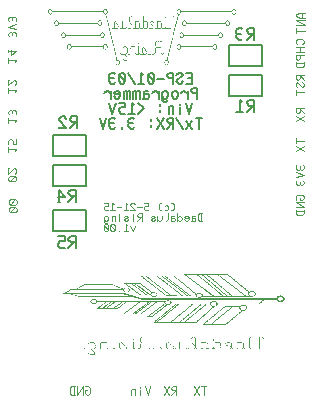
<source format=gbr>
G04 Generated by Ultiboard 13.0 *
%FSLAX25Y25*%
%MOIN*%

%ADD10C,0.00001*%
%ADD11C,0.00800*%
%ADD12C,0.00267*%
%ADD13C,0.00004*%
%ADD14C,0.00389*%
%ADD15C,0.00444*%
%ADD16C,0.00556*%


G04 ColorRGB FF14FF for the following layer *
%LNSilkscreen Bottom*%
%LPD*%
G54D10*
G54D11*
X24163Y65169D02*
X24163Y69106D01*
X22595Y69106D01*
X21811Y68319D01*
X21811Y67925D01*
X22595Y67138D01*
X24163Y67138D01*
X23771Y67138D02*
X21811Y65169D01*
X18284Y66744D02*
X20635Y66744D01*
X18676Y69106D01*
X18676Y65169D01*
X19068Y65169D02*
X18284Y65169D01*
X16500Y80500D02*
X27500Y80500D01*
X27500Y87500D02*
X16500Y87500D01*
X27500Y80500D02*
X27500Y87500D01*
X16500Y87500D02*
X16500Y80500D01*
X24163Y49669D02*
X24163Y53606D01*
X22595Y53606D01*
X21811Y52819D01*
X21811Y52425D01*
X22595Y51638D01*
X24163Y51638D01*
X23771Y51638D02*
X21811Y49669D01*
X18284Y53606D02*
X20635Y53606D01*
X20635Y52031D01*
X19068Y52031D01*
X18284Y51244D01*
X18284Y50457D01*
X19068Y49669D01*
X20635Y49669D01*
X27500Y62500D02*
X16500Y62500D01*
X16500Y55500D02*
X27500Y55500D01*
X16500Y62500D02*
X16500Y55500D01*
X27500Y55500D02*
X27500Y62500D01*
X24663Y89669D02*
X24663Y93606D01*
X23095Y93606D01*
X22311Y92819D01*
X22311Y92425D01*
X23095Y91638D01*
X24663Y91638D01*
X24271Y91638D02*
X22311Y89669D01*
X21135Y92819D02*
X20352Y93606D01*
X19568Y93606D01*
X18784Y92819D01*
X18784Y92425D01*
X21135Y89669D01*
X18784Y89669D01*
X18784Y90063D01*
X27500Y77500D02*
X16500Y77500D01*
X16500Y70500D02*
X27500Y70500D01*
X16500Y77500D02*
X16500Y70500D01*
X27500Y70500D02*
X27500Y77500D01*
X83663Y119169D02*
X83663Y123106D01*
X82095Y123106D01*
X81311Y122319D01*
X81311Y121925D01*
X82095Y121138D01*
X83663Y121138D01*
X83271Y121138D02*
X81311Y119169D01*
X79743Y122713D02*
X79352Y123106D01*
X78568Y123106D01*
X77784Y122319D01*
X77784Y121531D01*
X78176Y121138D01*
X77784Y120744D01*
X77784Y119957D01*
X78568Y119169D01*
X79352Y119169D01*
X79743Y119563D01*
X79352Y121138D02*
X78176Y121138D01*
X75250Y110500D02*
X86250Y110500D01*
X86250Y117500D02*
X75250Y117500D01*
X86250Y110500D02*
X86250Y117500D01*
X75250Y117500D02*
X75250Y110500D01*
X83663Y95169D02*
X83663Y99106D01*
X82095Y99106D01*
X81311Y98319D01*
X81311Y97925D01*
X82095Y97138D01*
X83663Y97138D01*
X83271Y97138D02*
X81311Y95169D01*
X79743Y98319D02*
X78960Y99106D01*
X78960Y95169D01*
X80135Y95169D02*
X77784Y95169D01*
X75250Y100500D02*
X86250Y100500D01*
X86250Y107500D02*
X75250Y107500D01*
X86250Y100500D02*
X86250Y107500D01*
X75250Y107500D02*
X75250Y100500D01*
G54D12*
X100643Y128216D02*
X98929Y128216D01*
X97786Y127647D01*
X97786Y127078D01*
X98929Y126509D01*
X100643Y126509D01*
X99786Y128216D02*
X99786Y126509D01*
X100643Y125656D02*
X97786Y125656D01*
X100643Y123949D01*
X97786Y123949D01*
X100643Y122242D02*
X97786Y122242D01*
X97786Y123096D02*
X97786Y121389D01*
X99821Y117649D02*
X100393Y118218D01*
X100393Y118787D01*
X99821Y119356D01*
X98107Y119356D01*
X97536Y118787D01*
X97536Y118218D01*
X98107Y117649D01*
X100393Y116796D02*
X97536Y116796D01*
X100393Y115089D02*
X97536Y115089D01*
X98964Y116796D02*
X98964Y115089D01*
X100393Y114236D02*
X97536Y114236D01*
X97536Y113098D01*
X98107Y112529D01*
X98393Y112529D01*
X98964Y113098D01*
X98964Y114236D01*
X100393Y111676D02*
X100393Y110538D01*
X99821Y109969D01*
X98107Y109969D01*
X97536Y110538D01*
X97536Y111676D01*
X97536Y111391D02*
X100393Y111391D01*
X100393Y107576D02*
X97536Y107576D01*
X97536Y106438D01*
X98107Y105869D01*
X98393Y105869D01*
X98964Y106438D01*
X98964Y107576D01*
X98964Y107291D02*
X100393Y105869D01*
X99821Y105016D02*
X100393Y104447D01*
X100393Y103878D01*
X99821Y103309D01*
X98107Y105016D01*
X97536Y104447D01*
X97536Y103878D01*
X98107Y103309D01*
X100393Y101602D02*
X97536Y101602D01*
X97536Y102456D02*
X97536Y100749D01*
X100393Y96296D02*
X97536Y96296D01*
X97536Y95158D01*
X98107Y94589D01*
X98393Y94589D01*
X98964Y95158D01*
X98964Y96296D01*
X98964Y96011D02*
X100393Y94589D01*
X97536Y93736D02*
X100393Y92029D01*
X100393Y93736D02*
X97536Y92029D01*
X100393Y85442D02*
X97536Y85442D01*
X97536Y86296D02*
X97536Y84589D01*
X97536Y83736D02*
X100393Y82029D01*
X100393Y83736D02*
X97536Y82029D01*
X97821Y77291D02*
X97536Y77007D01*
X97536Y76438D01*
X98107Y75869D01*
X98679Y75869D01*
X98964Y76153D01*
X99250Y75869D01*
X99821Y75869D01*
X100393Y76438D01*
X100393Y77007D01*
X100107Y77291D01*
X98964Y77007D02*
X98964Y76153D01*
X97536Y75016D02*
X100393Y74162D01*
X97536Y73309D01*
X97821Y72171D02*
X97536Y71887D01*
X97536Y71318D01*
X98107Y70749D01*
X98679Y70749D01*
X98964Y71033D01*
X99250Y70749D01*
X99821Y70749D01*
X100393Y71318D01*
X100393Y71887D01*
X100107Y72171D01*
X98964Y71887D02*
X98964Y71033D01*
X98964Y66438D02*
X98964Y65869D01*
X99821Y65869D01*
X100393Y66438D01*
X100393Y67007D01*
X99821Y67576D01*
X98107Y67576D01*
X97536Y67007D01*
X97536Y65869D01*
X100393Y65016D02*
X97536Y65016D01*
X100393Y63309D01*
X97536Y63309D01*
X100393Y62456D02*
X100393Y61318D01*
X99821Y60749D01*
X98107Y60749D01*
X97536Y61318D01*
X97536Y62456D01*
X97536Y62171D02*
X100393Y62171D01*
X4179Y120369D02*
X4464Y120653D01*
X4464Y121222D01*
X3893Y121791D01*
X3321Y121791D01*
X3036Y121507D01*
X2750Y121791D01*
X2179Y121791D01*
X1607Y121222D01*
X1607Y120653D01*
X1893Y120369D01*
X3036Y120653D02*
X3036Y121507D01*
X4464Y122644D02*
X1607Y123498D01*
X4464Y124351D01*
X4179Y125489D02*
X4464Y125773D01*
X4464Y126342D01*
X3893Y126911D01*
X3321Y126911D01*
X3036Y126627D01*
X2750Y126911D01*
X2179Y126911D01*
X1607Y126342D01*
X1607Y125773D01*
X1893Y125489D01*
X3036Y125773D02*
X3036Y126627D01*
X3893Y111769D02*
X4464Y112338D01*
X1607Y112338D01*
X1607Y111484D02*
X1607Y113191D01*
X2750Y115751D02*
X2750Y114044D01*
X4464Y115467D01*
X1607Y115467D01*
X1607Y115182D02*
X1607Y115751D01*
X3893Y91769D02*
X4464Y92338D01*
X1607Y92338D01*
X1607Y91484D02*
X1607Y93191D01*
X4179Y94329D02*
X4464Y94613D01*
X4464Y95182D01*
X3893Y95751D01*
X3321Y95751D01*
X3036Y95467D01*
X2750Y95751D01*
X2179Y95751D01*
X1607Y95182D01*
X1607Y94613D01*
X1893Y94329D01*
X3036Y94613D02*
X3036Y95467D01*
X3893Y82029D02*
X4464Y82598D01*
X1607Y82598D01*
X1607Y81744D02*
X1607Y83451D01*
X4464Y86011D02*
X4464Y84304D01*
X3321Y84304D01*
X3321Y85442D01*
X2750Y86011D01*
X2179Y86011D01*
X1607Y85442D01*
X1607Y84304D01*
X3893Y71984D02*
X4464Y72553D01*
X4464Y73122D01*
X3893Y73691D01*
X2179Y73691D01*
X1607Y73122D01*
X1607Y72553D01*
X2179Y71984D01*
X3893Y71984D01*
X3893Y73691D02*
X2179Y71984D01*
X3893Y74544D02*
X4464Y75113D01*
X4464Y75682D01*
X3893Y76251D01*
X3607Y76251D01*
X1607Y74544D01*
X1607Y76251D01*
X1893Y76251D01*
X4143Y61664D02*
X4714Y62233D01*
X4714Y62802D01*
X4143Y63371D01*
X2429Y63371D01*
X1857Y62802D01*
X1857Y62233D01*
X2429Y61664D01*
X4143Y61664D01*
X4143Y63371D02*
X2429Y61664D01*
X4143Y64224D02*
X4714Y64793D01*
X4714Y65362D01*
X4143Y65931D01*
X2429Y65931D01*
X1857Y65362D01*
X1857Y64793D01*
X2429Y64224D01*
X4143Y64224D01*
X4143Y65931D02*
X2429Y64224D01*
X3893Y101769D02*
X4464Y102338D01*
X1607Y102338D01*
X1607Y101484D02*
X1607Y103191D01*
X3893Y104044D02*
X4464Y104613D01*
X4464Y105182D01*
X3893Y105751D01*
X3607Y105751D01*
X1607Y104044D01*
X1607Y105751D01*
X1893Y105751D01*
G54D13*
G36*
X15517Y129256D02*
X15517Y129256D01*
X15942Y129256D01*
X15942Y129391D01*
X15517Y129390D01*
X15517Y129256D01*
D02*
G37*
G36*
X33882Y129256D02*
X33882Y129256D01*
X34307Y129256D01*
X34307Y129391D01*
X33882Y129390D01*
X33882Y129256D01*
D02*
G37*
G36*
X58405Y129256D02*
X58405Y129256D01*
X58936Y129256D01*
X58936Y129391D01*
X58405Y129390D01*
X58405Y129256D01*
D02*
G37*
G36*
X76771Y129256D02*
X76771Y129256D01*
X77195Y129256D01*
X77195Y129391D01*
X76771Y129390D01*
X76771Y129256D01*
D02*
G37*
G36*
X15305Y129122D02*
X15305Y129122D01*
X16154Y129122D01*
X16154Y129257D01*
X15305Y129256D01*
X15305Y129122D01*
D02*
G37*
G36*
X33670Y129122D02*
X33670Y129122D01*
X34519Y129122D01*
X34519Y129257D01*
X33670Y129256D01*
X33670Y129122D01*
D02*
G37*
G36*
X58193Y129122D02*
X58193Y129122D01*
X59042Y129122D01*
X59042Y129257D01*
X58193Y129256D01*
X58193Y129122D01*
D02*
G37*
G36*
X76558Y129122D02*
X76558Y129122D01*
X77408Y129122D01*
X77408Y129257D01*
X76558Y129256D01*
X76558Y129122D01*
D02*
G37*
G36*
X15199Y128988D02*
X15199Y128988D01*
X15517Y128988D01*
X15517Y129122D01*
X15199Y129122D01*
X15199Y128988D01*
D02*
G37*
G36*
X15942Y128988D02*
X15942Y128988D01*
X16260Y128988D01*
X16260Y129122D01*
X15942Y129122D01*
X15942Y128988D01*
D02*
G37*
G36*
X33564Y128988D02*
X33564Y128988D01*
X33882Y128988D01*
X33882Y129122D01*
X33564Y129122D01*
X33564Y128988D01*
D02*
G37*
G36*
X34307Y128988D02*
X34307Y128988D01*
X34626Y128988D01*
X34626Y129122D01*
X34307Y129122D01*
X34307Y128988D01*
D02*
G37*
G36*
X58087Y128988D02*
X58087Y128988D01*
X58405Y128988D01*
X58405Y129122D01*
X58087Y129122D01*
X58087Y128988D01*
D02*
G37*
G36*
X58830Y128988D02*
X58830Y128988D01*
X59148Y128988D01*
X59148Y129122D01*
X58830Y129122D01*
X58830Y128988D01*
D02*
G37*
G36*
X76452Y128988D02*
X76452Y128988D01*
X76771Y128988D01*
X76771Y129122D01*
X76452Y129122D01*
X76452Y128988D01*
D02*
G37*
G36*
X77195Y128988D02*
X77195Y128988D01*
X77514Y128988D01*
X77514Y129122D01*
X77195Y129122D01*
X77195Y128988D01*
D02*
G37*
G36*
X15092Y128854D02*
X15092Y128854D01*
X15411Y128854D01*
X15411Y128988D01*
X15092Y128988D01*
X15092Y128854D01*
D02*
G37*
G36*
X16048Y128854D02*
X16048Y128854D01*
X16366Y128854D01*
X16366Y128988D01*
X16048Y128988D01*
X16048Y128854D01*
D02*
G37*
G36*
X33458Y128854D02*
X33458Y128854D01*
X33776Y128854D01*
X33776Y128988D01*
X33458Y128988D01*
X33458Y128854D01*
D02*
G37*
G36*
X34413Y128854D02*
X34413Y128854D01*
X34732Y128854D01*
X34732Y128988D01*
X34413Y128988D01*
X34413Y128854D01*
D02*
G37*
G36*
X57981Y128854D02*
X57981Y128854D01*
X58299Y128854D01*
X58299Y128988D01*
X57981Y128988D01*
X57981Y128854D01*
D02*
G37*
G36*
X59042Y128854D02*
X59042Y128854D01*
X59254Y128854D01*
X59254Y128988D01*
X59042Y128988D01*
X59042Y128854D01*
D02*
G37*
G36*
X76346Y128854D02*
X76346Y128854D01*
X76665Y128854D01*
X76665Y128988D01*
X76346Y128988D01*
X76346Y128854D01*
D02*
G37*
G36*
X77408Y128854D02*
X77408Y128854D01*
X77620Y128854D01*
X77620Y128988D01*
X77408Y128988D01*
X77408Y128854D01*
D02*
G37*
G36*
X14986Y128720D02*
X14986Y128720D01*
X15305Y128720D01*
X15305Y128854D01*
X14986Y128854D01*
X14986Y128720D01*
D02*
G37*
G36*
X16154Y128720D02*
X16154Y128720D01*
X16366Y128720D01*
X16366Y128854D01*
X16154Y128854D01*
X16154Y128720D01*
D02*
G37*
G36*
X33352Y128720D02*
X33352Y128720D01*
X33670Y128720D01*
X33670Y128854D01*
X33352Y128854D01*
X33352Y128720D01*
D02*
G37*
G36*
X34519Y128720D02*
X34519Y128720D01*
X34732Y128720D01*
X34732Y128854D01*
X34519Y128854D01*
X34519Y128720D01*
D02*
G37*
G36*
X57981Y128720D02*
X57981Y128720D01*
X58193Y128720D01*
X58193Y128854D01*
X57981Y128854D01*
X57981Y128720D01*
D02*
G37*
G36*
X59042Y128720D02*
X59042Y128720D01*
X59361Y128720D01*
X59361Y128854D01*
X59042Y128854D01*
X59042Y128720D01*
D02*
G37*
G36*
X76346Y128720D02*
X76346Y128720D01*
X76558Y128720D01*
X76558Y128854D01*
X76346Y128854D01*
X76346Y128720D01*
D02*
G37*
G36*
X77408Y128720D02*
X77408Y128720D01*
X77726Y128720D01*
X77726Y128854D01*
X77408Y128854D01*
X77408Y128720D01*
D02*
G37*
G36*
X14986Y128585D02*
X14986Y128585D01*
X15199Y128585D01*
X15199Y128720D01*
X14986Y128720D01*
X14986Y128585D01*
D02*
G37*
G36*
X16260Y128585D02*
X16260Y128585D01*
X16472Y128585D01*
X16472Y128720D01*
X16260Y128720D01*
X16260Y128585D01*
D02*
G37*
G36*
X33352Y128585D02*
X33352Y128585D01*
X33564Y128585D01*
X33564Y128720D01*
X33352Y128720D01*
X33352Y128585D01*
D02*
G37*
G36*
X34626Y128585D02*
X34626Y128585D01*
X34838Y128585D01*
X34838Y128720D01*
X34626Y128720D01*
X34626Y128585D01*
D02*
G37*
G36*
X57874Y128585D02*
X57874Y128585D01*
X58087Y128585D01*
X58087Y128720D01*
X57874Y128720D01*
X57874Y128585D01*
D02*
G37*
G36*
X59148Y128585D02*
X59148Y128585D01*
X59361Y128585D01*
X59361Y128720D01*
X59148Y128720D01*
X59148Y128585D01*
D02*
G37*
G36*
X76240Y128585D02*
X76240Y128585D01*
X76452Y128585D01*
X76452Y128720D01*
X76240Y128720D01*
X76240Y128585D01*
D02*
G37*
G36*
X77514Y128585D02*
X77514Y128585D01*
X77726Y128585D01*
X77726Y128720D01*
X77514Y128720D01*
X77514Y128585D01*
D02*
G37*
G36*
X14986Y128451D02*
X14986Y128451D01*
X15199Y128451D01*
X15199Y128586D01*
X14986Y128585D01*
X14986Y128451D01*
D02*
G37*
G36*
X16260Y128451D02*
X16260Y128451D01*
X33564Y128451D01*
X33564Y128586D01*
X16260Y128585D01*
X16260Y128451D01*
D02*
G37*
G36*
X34626Y128451D02*
X34626Y128451D01*
X34838Y128451D01*
X34838Y128586D01*
X34626Y128585D01*
X34626Y128451D01*
D02*
G37*
G36*
X57874Y128451D02*
X57874Y128451D01*
X58087Y128451D01*
X58087Y128586D01*
X57874Y128585D01*
X57874Y128451D01*
D02*
G37*
G36*
X59148Y128451D02*
X59148Y128451D01*
X76452Y128451D01*
X76452Y128586D01*
X59148Y128585D01*
X59148Y128451D01*
D02*
G37*
G36*
X77514Y128451D02*
X77514Y128451D01*
X77726Y128451D01*
X77726Y128586D01*
X77514Y128585D01*
X77514Y128451D01*
D02*
G37*
G36*
X14986Y128317D02*
X14986Y128317D01*
X15199Y128317D01*
X15199Y128452D01*
X14986Y128451D01*
X14986Y128317D01*
D02*
G37*
G36*
X16260Y128317D02*
X16260Y128317D01*
X33564Y128317D01*
X33564Y128452D01*
X16260Y128451D01*
X16260Y128317D01*
D02*
G37*
G36*
X34626Y128317D02*
X34626Y128317D01*
X34838Y128317D01*
X34838Y128452D01*
X34626Y128451D01*
X34626Y128317D01*
D02*
G37*
G36*
X57874Y128317D02*
X57874Y128317D01*
X58087Y128317D01*
X58087Y128452D01*
X57874Y128451D01*
X57874Y128317D01*
D02*
G37*
G36*
X59148Y128317D02*
X59148Y128317D01*
X76452Y128317D01*
X76452Y128452D01*
X59148Y128451D01*
X59148Y128317D01*
D02*
G37*
G36*
X77514Y128317D02*
X77514Y128317D01*
X77726Y128317D01*
X77726Y128452D01*
X77514Y128451D01*
X77514Y128317D01*
D02*
G37*
G36*
X14986Y128183D02*
X14986Y128183D01*
X15199Y128183D01*
X15199Y128318D01*
X14986Y128317D01*
X14986Y128183D01*
D02*
G37*
G36*
X16260Y128183D02*
X16260Y128183D01*
X16472Y128183D01*
X16472Y128318D01*
X16260Y128317D01*
X16260Y128183D01*
D02*
G37*
G36*
X33352Y128183D02*
X33352Y128183D01*
X33564Y128183D01*
X33564Y128318D01*
X33352Y128317D01*
X33352Y128183D01*
D02*
G37*
G36*
X34626Y128183D02*
X34626Y128183D01*
X34838Y128183D01*
X34838Y128318D01*
X34626Y128317D01*
X34626Y128183D01*
D02*
G37*
G36*
X57874Y128183D02*
X57874Y128183D01*
X58087Y128183D01*
X58087Y128318D01*
X57874Y128317D01*
X57874Y128183D01*
D02*
G37*
G36*
X59148Y128183D02*
X59148Y128183D01*
X59361Y128183D01*
X59361Y128318D01*
X59148Y128317D01*
X59148Y128183D01*
D02*
G37*
G36*
X76240Y128183D02*
X76240Y128183D01*
X76452Y128183D01*
X76452Y128318D01*
X76240Y128317D01*
X76240Y128183D01*
D02*
G37*
G36*
X77514Y128183D02*
X77514Y128183D01*
X77726Y128183D01*
X77726Y128318D01*
X77514Y128317D01*
X77514Y128183D01*
D02*
G37*
G36*
X15092Y128049D02*
X15092Y128049D01*
X15305Y128049D01*
X15305Y128183D01*
X15092Y128183D01*
X15092Y128049D01*
D02*
G37*
G36*
X16154Y128049D02*
X16154Y128049D01*
X16366Y128049D01*
X16366Y128183D01*
X16154Y128183D01*
X16154Y128049D01*
D02*
G37*
G36*
X33352Y128049D02*
X33352Y128049D01*
X33670Y128049D01*
X33670Y128183D01*
X33352Y128183D01*
X33352Y128049D01*
D02*
G37*
G36*
X34519Y128049D02*
X34519Y128049D01*
X34732Y128049D01*
X34732Y128183D01*
X34519Y128183D01*
X34519Y128049D01*
D02*
G37*
G36*
X57981Y128049D02*
X57981Y128049D01*
X58193Y128049D01*
X58193Y128183D01*
X57981Y128183D01*
X57981Y128049D01*
D02*
G37*
G36*
X59042Y128049D02*
X59042Y128049D01*
X59361Y128049D01*
X59361Y128183D01*
X59042Y128183D01*
X59042Y128049D01*
D02*
G37*
G36*
X76346Y128049D02*
X76346Y128049D01*
X76558Y128049D01*
X76558Y128183D01*
X76346Y128183D01*
X76346Y128049D01*
D02*
G37*
G36*
X77408Y128049D02*
X77408Y128049D01*
X77726Y128049D01*
X77726Y128183D01*
X77408Y128183D01*
X77408Y128049D01*
D02*
G37*
G36*
X15092Y127915D02*
X15092Y127915D01*
X15305Y127915D01*
X15305Y128049D01*
X15092Y128049D01*
X15092Y127915D01*
D02*
G37*
G36*
X16154Y127915D02*
X16154Y127915D01*
X16366Y127915D01*
X16366Y128049D01*
X16154Y128049D01*
X16154Y127915D01*
D02*
G37*
G36*
X33458Y127915D02*
X33458Y127915D01*
X33670Y127915D01*
X33670Y128049D01*
X33458Y128049D01*
X33458Y127915D01*
D02*
G37*
G36*
X34413Y127915D02*
X34413Y127915D01*
X34732Y127915D01*
X34732Y128049D01*
X34413Y128049D01*
X34413Y127915D01*
D02*
G37*
G36*
X57981Y127915D02*
X57981Y127915D01*
X58299Y127915D01*
X58299Y128049D01*
X57981Y128049D01*
X57981Y127915D01*
D02*
G37*
G36*
X58936Y127915D02*
X58936Y127915D01*
X59254Y127915D01*
X59254Y128049D01*
X58936Y128049D01*
X58936Y127915D01*
D02*
G37*
G36*
X76346Y127915D02*
X76346Y127915D01*
X76558Y127915D01*
X76558Y128049D01*
X76346Y128049D01*
X76346Y127915D01*
D02*
G37*
G36*
X77408Y127915D02*
X77408Y127915D01*
X77620Y127915D01*
X77620Y128049D01*
X77408Y128049D01*
X77408Y127915D01*
D02*
G37*
G36*
X15199Y127780D02*
X15199Y127780D01*
X15517Y127780D01*
X15517Y127915D01*
X15199Y127915D01*
X15199Y127780D01*
D02*
G37*
G36*
X15942Y127780D02*
X15942Y127780D01*
X16260Y127780D01*
X16260Y127915D01*
X15942Y127915D01*
X15942Y127780D01*
D02*
G37*
G36*
X33564Y127780D02*
X33564Y127780D01*
X33882Y127780D01*
X33882Y127915D01*
X33564Y127915D01*
X33564Y127780D01*
D02*
G37*
G36*
X34307Y127780D02*
X34307Y127780D01*
X34626Y127780D01*
X34626Y127915D01*
X34307Y127915D01*
X34307Y127780D01*
D02*
G37*
G36*
X58087Y127780D02*
X58087Y127780D01*
X58405Y127780D01*
X58405Y127915D01*
X58087Y127915D01*
X58087Y127780D01*
D02*
G37*
G36*
X58830Y127780D02*
X58830Y127780D01*
X59148Y127780D01*
X59148Y127915D01*
X58830Y127915D01*
X58830Y127780D01*
D02*
G37*
G36*
X76452Y127780D02*
X76452Y127780D01*
X76771Y127780D01*
X76771Y127915D01*
X76452Y127915D01*
X76452Y127780D01*
D02*
G37*
G36*
X77195Y127780D02*
X77195Y127780D01*
X77514Y127780D01*
X77514Y127915D01*
X77195Y127915D01*
X77195Y127780D01*
D02*
G37*
G36*
X15305Y127646D02*
X15305Y127646D01*
X16154Y127646D01*
X16154Y127781D01*
X15305Y127780D01*
X15305Y127646D01*
D02*
G37*
G36*
X33670Y127646D02*
X33670Y127646D01*
X34519Y127646D01*
X34519Y127781D01*
X33670Y127780D01*
X33670Y127646D01*
D02*
G37*
G36*
X58193Y127646D02*
X58193Y127646D01*
X59042Y127646D01*
X59042Y127781D01*
X58193Y127780D01*
X58193Y127646D01*
D02*
G37*
G36*
X76558Y127646D02*
X76558Y127646D01*
X77408Y127646D01*
X77408Y127781D01*
X76558Y127780D01*
X76558Y127646D01*
D02*
G37*
G36*
X15517Y127512D02*
X15517Y127512D01*
X15942Y127512D01*
X15942Y127647D01*
X15517Y127646D01*
X15517Y127512D01*
D02*
G37*
G36*
X33882Y127512D02*
X33882Y127512D01*
X34413Y127512D01*
X34413Y127647D01*
X33882Y127646D01*
X33882Y127512D01*
D02*
G37*
G36*
X58299Y127512D02*
X58299Y127512D01*
X58830Y127512D01*
X58830Y127647D01*
X58299Y127646D01*
X58299Y127512D01*
D02*
G37*
G36*
X76771Y127512D02*
X76771Y127512D01*
X77301Y127512D01*
X77301Y127647D01*
X76771Y127646D01*
X76771Y127512D01*
D02*
G37*
G36*
X34201Y127378D02*
X34201Y127378D01*
X34413Y127378D01*
X34413Y127513D01*
X34201Y127512D01*
X34201Y127378D01*
D02*
G37*
G36*
X58299Y127378D02*
X58299Y127378D01*
X58511Y127378D01*
X58511Y127513D01*
X58299Y127512D01*
X58299Y127378D01*
D02*
G37*
G36*
X34201Y127244D02*
X34201Y127244D01*
X34413Y127244D01*
X34413Y127378D01*
X34201Y127378D01*
X34201Y127244D01*
D02*
G37*
G36*
X58299Y127244D02*
X58299Y127244D01*
X58511Y127244D01*
X58511Y127378D01*
X58299Y127378D01*
X58299Y127244D01*
D02*
G37*
G36*
X34307Y127110D02*
X34307Y127110D01*
X34519Y127110D01*
X34519Y127244D01*
X34307Y127244D01*
X34307Y127110D01*
D02*
G37*
G36*
X42375Y127110D02*
X42375Y127110D01*
X42694Y127110D01*
X42694Y127244D01*
X42375Y127244D01*
X42375Y127110D01*
D02*
G37*
G36*
X46622Y127110D02*
X46622Y127110D01*
X46834Y127110D01*
X46834Y127244D01*
X46622Y127244D01*
X46622Y127110D01*
D02*
G37*
G36*
X54371Y127110D02*
X54371Y127110D01*
X56707Y127110D01*
X56707Y127244D01*
X54371Y127244D01*
X54371Y127110D01*
D02*
G37*
G36*
X58193Y127110D02*
X58193Y127110D01*
X58405Y127110D01*
X58405Y127244D01*
X58193Y127244D01*
X58193Y127110D01*
D02*
G37*
G36*
X34307Y126976D02*
X34307Y126976D01*
X34519Y126976D01*
X34519Y127110D01*
X34307Y127110D01*
X34307Y126976D01*
D02*
G37*
G36*
X42269Y126976D02*
X42269Y126976D01*
X42800Y126976D01*
X42800Y127110D01*
X42269Y127110D01*
X42269Y126976D01*
D02*
G37*
G36*
X46622Y126976D02*
X46622Y126976D01*
X46834Y126976D01*
X46834Y127110D01*
X46622Y127110D01*
X46622Y126976D01*
D02*
G37*
G36*
X54265Y126976D02*
X54265Y126976D01*
X54583Y126976D01*
X54583Y127110D01*
X54265Y127110D01*
X54265Y126976D01*
D02*
G37*
G36*
X54796Y126976D02*
X54796Y126976D01*
X55220Y126976D01*
X55220Y127110D01*
X54796Y127110D01*
X54796Y126976D01*
D02*
G37*
G36*
X55327Y126976D02*
X55327Y126976D01*
X56176Y126976D01*
X56176Y127110D01*
X55327Y127110D01*
X55327Y126976D01*
D02*
G37*
G36*
X56494Y126976D02*
X56494Y126976D01*
X56813Y126976D01*
X56813Y127110D01*
X56494Y127110D01*
X56494Y126976D01*
D02*
G37*
G36*
X58193Y126976D02*
X58193Y126976D01*
X58405Y126976D01*
X58405Y127110D01*
X58193Y127110D01*
X58193Y126976D01*
D02*
G37*
G36*
X34307Y126841D02*
X34307Y126841D01*
X34519Y126841D01*
X34519Y126976D01*
X34307Y126976D01*
X34307Y126841D01*
D02*
G37*
G36*
X42163Y126841D02*
X42163Y126841D01*
X42375Y126841D01*
X42375Y126976D01*
X42163Y126976D01*
X42163Y126841D01*
D02*
G37*
G36*
X42694Y126841D02*
X42694Y126841D01*
X42906Y126841D01*
X42906Y126976D01*
X42694Y126976D01*
X42694Y126841D01*
D02*
G37*
G36*
X46622Y126841D02*
X46622Y126841D01*
X46834Y126841D01*
X46834Y126976D01*
X46622Y126976D01*
X46622Y126841D01*
D02*
G37*
G36*
X54159Y126841D02*
X54159Y126841D01*
X54371Y126841D01*
X54371Y126976D01*
X54159Y126976D01*
X54159Y126841D01*
D02*
G37*
G36*
X55964Y126841D02*
X55964Y126841D01*
X56070Y126841D01*
X56070Y126976D01*
X55964Y126976D01*
X55964Y126841D01*
D02*
G37*
G36*
X56707Y126841D02*
X56707Y126841D01*
X56919Y126841D01*
X56919Y126976D01*
X56707Y126976D01*
X56707Y126841D01*
D02*
G37*
G36*
X58193Y126841D02*
X58193Y126841D01*
X58405Y126841D01*
X58405Y126976D01*
X58193Y126976D01*
X58193Y126841D01*
D02*
G37*
G36*
X34413Y126707D02*
X34413Y126707D01*
X34626Y126707D01*
X34626Y126842D01*
X34413Y126841D01*
X34413Y126707D01*
D02*
G37*
G36*
X42057Y126707D02*
X42057Y126707D01*
X42269Y126707D01*
X42269Y126842D01*
X42057Y126841D01*
X42057Y126707D01*
D02*
G37*
G36*
X42800Y126707D02*
X42800Y126707D01*
X43012Y126707D01*
X43012Y126842D01*
X42800Y126841D01*
X42800Y126707D01*
D02*
G37*
G36*
X46622Y126707D02*
X46622Y126707D01*
X46834Y126707D01*
X46834Y126842D01*
X46622Y126841D01*
X46622Y126707D01*
D02*
G37*
G36*
X54053Y126707D02*
X54053Y126707D01*
X54265Y126707D01*
X54265Y126842D01*
X54053Y126841D01*
X54053Y126707D01*
D02*
G37*
G36*
X55964Y126707D02*
X55964Y126707D01*
X56070Y126707D01*
X56070Y126842D01*
X55964Y126841D01*
X55964Y126707D01*
D02*
G37*
G36*
X56813Y126707D02*
X56813Y126707D01*
X57025Y126707D01*
X57025Y126842D01*
X56813Y126841D01*
X56813Y126707D01*
D02*
G37*
G36*
X58087Y126707D02*
X58087Y126707D01*
X58299Y126707D01*
X58299Y126842D01*
X58087Y126841D01*
X58087Y126707D01*
D02*
G37*
G36*
X34413Y126573D02*
X34413Y126573D01*
X34626Y126573D01*
X34626Y126708D01*
X34413Y126707D01*
X34413Y126573D01*
D02*
G37*
G36*
X41951Y126573D02*
X41951Y126573D01*
X42163Y126573D01*
X42163Y126708D01*
X41951Y126707D01*
X41951Y126573D01*
D02*
G37*
G36*
X42906Y126573D02*
X42906Y126573D01*
X43118Y126573D01*
X43118Y126708D01*
X42906Y126707D01*
X42906Y126573D01*
D02*
G37*
G36*
X46622Y126573D02*
X46622Y126573D01*
X46834Y126573D01*
X46834Y126708D01*
X46622Y126707D01*
X46622Y126573D01*
D02*
G37*
G36*
X53947Y126573D02*
X53947Y126573D01*
X54159Y126573D01*
X54159Y126708D01*
X53947Y126707D01*
X53947Y126573D01*
D02*
G37*
G36*
X55964Y126573D02*
X55964Y126573D01*
X56070Y126573D01*
X56070Y126708D01*
X55964Y126707D01*
X55964Y126573D01*
D02*
G37*
G36*
X56919Y126573D02*
X56919Y126573D01*
X57025Y126573D01*
X57025Y126708D01*
X56919Y126707D01*
X56919Y126573D01*
D02*
G37*
G36*
X58087Y126573D02*
X58087Y126573D01*
X58299Y126573D01*
X58299Y126708D01*
X58087Y126707D01*
X58087Y126573D01*
D02*
G37*
G36*
X34413Y126439D02*
X34413Y126439D01*
X34626Y126439D01*
X34626Y126574D01*
X34413Y126573D01*
X34413Y126439D01*
D02*
G37*
G36*
X41951Y126439D02*
X41951Y126439D01*
X42163Y126439D01*
X42163Y126574D01*
X41951Y126573D01*
X41951Y126439D01*
D02*
G37*
G36*
X42906Y126439D02*
X42906Y126439D01*
X43118Y126439D01*
X43118Y126574D01*
X42906Y126573D01*
X42906Y126439D01*
D02*
G37*
G36*
X46622Y126439D02*
X46622Y126439D01*
X46834Y126439D01*
X46834Y126574D01*
X46622Y126573D01*
X46622Y126439D01*
D02*
G37*
G36*
X53947Y126439D02*
X53947Y126439D01*
X54053Y126439D01*
X54053Y126574D01*
X53947Y126573D01*
X53947Y126439D01*
D02*
G37*
G36*
X55964Y126439D02*
X55964Y126439D01*
X56070Y126439D01*
X56070Y126574D01*
X55964Y126573D01*
X55964Y126439D01*
D02*
G37*
G36*
X56919Y126439D02*
X56919Y126439D01*
X57025Y126439D01*
X57025Y126574D01*
X56919Y126573D01*
X56919Y126439D01*
D02*
G37*
G36*
X58087Y126439D02*
X58087Y126439D01*
X58299Y126439D01*
X58299Y126574D01*
X58087Y126573D01*
X58087Y126439D01*
D02*
G37*
G36*
X34413Y126305D02*
X34413Y126305D01*
X34732Y126305D01*
X34732Y126439D01*
X34413Y126439D01*
X34413Y126305D01*
D02*
G37*
G36*
X41951Y126305D02*
X41951Y126305D01*
X42163Y126305D01*
X42163Y126439D01*
X41951Y126439D01*
X41951Y126305D01*
D02*
G37*
G36*
X42906Y126305D02*
X42906Y126305D01*
X43118Y126305D01*
X43118Y126439D01*
X42906Y126439D01*
X42906Y126305D01*
D02*
G37*
G36*
X46622Y126305D02*
X46622Y126305D01*
X46834Y126305D01*
X46834Y126439D01*
X46622Y126439D01*
X46622Y126305D01*
D02*
G37*
G36*
X53947Y126305D02*
X53947Y126305D01*
X54053Y126305D01*
X54053Y126439D01*
X53947Y126439D01*
X53947Y126305D01*
D02*
G37*
G36*
X55964Y126305D02*
X55964Y126305D01*
X56070Y126305D01*
X56070Y126439D01*
X55964Y126439D01*
X55964Y126305D01*
D02*
G37*
G36*
X56919Y126305D02*
X56919Y126305D01*
X57025Y126305D01*
X57025Y126439D01*
X56919Y126439D01*
X56919Y126305D01*
D02*
G37*
G36*
X57981Y126305D02*
X57981Y126305D01*
X58299Y126305D01*
X58299Y126439D01*
X57981Y126439D01*
X57981Y126305D01*
D02*
G37*
G36*
X34519Y126171D02*
X34519Y126171D01*
X34732Y126171D01*
X34732Y126305D01*
X34519Y126305D01*
X34519Y126171D01*
D02*
G37*
G36*
X41951Y126171D02*
X41951Y126171D01*
X42163Y126171D01*
X42163Y126305D01*
X41951Y126305D01*
X41951Y126171D01*
D02*
G37*
G36*
X42906Y126171D02*
X42906Y126171D01*
X43118Y126171D01*
X43118Y126305D01*
X42906Y126305D01*
X42906Y126171D01*
D02*
G37*
G36*
X46622Y126171D02*
X46622Y126171D01*
X46834Y126171D01*
X46834Y126305D01*
X46622Y126305D01*
X46622Y126171D01*
D02*
G37*
G36*
X53947Y126171D02*
X53947Y126171D01*
X54053Y126171D01*
X54053Y126305D01*
X53947Y126305D01*
X53947Y126171D01*
D02*
G37*
G36*
X55964Y126171D02*
X55964Y126171D01*
X56070Y126171D01*
X56070Y126305D01*
X55964Y126305D01*
X55964Y126171D01*
D02*
G37*
G36*
X56919Y126171D02*
X56919Y126171D01*
X57025Y126171D01*
X57025Y126305D01*
X56919Y126305D01*
X56919Y126171D01*
D02*
G37*
G36*
X57981Y126171D02*
X57981Y126171D01*
X58193Y126171D01*
X58193Y126305D01*
X57981Y126305D01*
X57981Y126171D01*
D02*
G37*
G36*
X34519Y126037D02*
X34519Y126037D01*
X34732Y126037D01*
X34732Y126171D01*
X34519Y126171D01*
X34519Y126037D01*
D02*
G37*
G36*
X41951Y126037D02*
X41951Y126037D01*
X42163Y126037D01*
X42163Y126171D01*
X41951Y126171D01*
X41951Y126037D01*
D02*
G37*
G36*
X42906Y126037D02*
X42906Y126037D01*
X43118Y126037D01*
X43118Y126171D01*
X42906Y126171D01*
X42906Y126037D01*
D02*
G37*
G36*
X46622Y126037D02*
X46622Y126037D01*
X46834Y126037D01*
X46834Y126171D01*
X46622Y126171D01*
X46622Y126037D01*
D02*
G37*
G36*
X53947Y126037D02*
X53947Y126037D01*
X54053Y126037D01*
X54053Y126171D01*
X53947Y126171D01*
X53947Y126037D01*
D02*
G37*
G36*
X55964Y126037D02*
X55964Y126037D01*
X56070Y126037D01*
X56070Y126171D01*
X55964Y126171D01*
X55964Y126037D01*
D02*
G37*
G36*
X56919Y126037D02*
X56919Y126037D01*
X57025Y126037D01*
X57025Y126171D01*
X56919Y126171D01*
X56919Y126037D01*
D02*
G37*
G36*
X57981Y126037D02*
X57981Y126037D01*
X58193Y126037D01*
X58193Y126171D01*
X57981Y126171D01*
X57981Y126037D01*
D02*
G37*
G36*
X34519Y125902D02*
X34519Y125902D01*
X34732Y125902D01*
X34732Y126037D01*
X34519Y126037D01*
X34519Y125902D01*
D02*
G37*
G36*
X41951Y125902D02*
X41951Y125902D01*
X42163Y125902D01*
X42163Y126037D01*
X41951Y126037D01*
X41951Y125902D01*
D02*
G37*
G36*
X42906Y125902D02*
X42906Y125902D01*
X43118Y125902D01*
X43118Y126037D01*
X42906Y126037D01*
X42906Y125902D01*
D02*
G37*
G36*
X46622Y125902D02*
X46622Y125902D01*
X46834Y125902D01*
X46834Y126037D01*
X46622Y126037D01*
X46622Y125902D01*
D02*
G37*
G36*
X53947Y125902D02*
X53947Y125902D01*
X54053Y125902D01*
X54053Y126037D01*
X53947Y126037D01*
X53947Y125902D01*
D02*
G37*
G36*
X55964Y125902D02*
X55964Y125902D01*
X56070Y125902D01*
X56070Y126037D01*
X55964Y126037D01*
X55964Y125902D01*
D02*
G37*
G36*
X56919Y125902D02*
X56919Y125902D01*
X57025Y125902D01*
X57025Y126037D01*
X56919Y126037D01*
X56919Y125902D01*
D02*
G37*
G36*
X57874Y125902D02*
X57874Y125902D01*
X58193Y125902D01*
X58193Y126037D01*
X57874Y126037D01*
X57874Y125902D01*
D02*
G37*
G36*
X34626Y125768D02*
X34626Y125768D01*
X34838Y125768D01*
X34838Y125903D01*
X34626Y125902D01*
X34626Y125768D01*
D02*
G37*
G36*
X41951Y125768D02*
X41951Y125768D01*
X42163Y125768D01*
X42163Y125903D01*
X41951Y125902D01*
X41951Y125768D01*
D02*
G37*
G36*
X42906Y125768D02*
X42906Y125768D01*
X43118Y125768D01*
X43118Y125903D01*
X42906Y125902D01*
X42906Y125768D01*
D02*
G37*
G36*
X46622Y125768D02*
X46622Y125768D01*
X46834Y125768D01*
X46834Y125903D01*
X46622Y125902D01*
X46622Y125768D01*
D02*
G37*
G36*
X53947Y125768D02*
X53947Y125768D01*
X54053Y125768D01*
X54053Y125903D01*
X53947Y125902D01*
X53947Y125768D01*
D02*
G37*
G36*
X55964Y125768D02*
X55964Y125768D01*
X56070Y125768D01*
X56070Y125903D01*
X55964Y125902D01*
X55964Y125768D01*
D02*
G37*
G36*
X56919Y125768D02*
X56919Y125768D01*
X57025Y125768D01*
X57025Y125903D01*
X56919Y125902D01*
X56919Y125768D01*
D02*
G37*
G36*
X57874Y125768D02*
X57874Y125768D01*
X58087Y125768D01*
X58087Y125903D01*
X57874Y125902D01*
X57874Y125768D01*
D02*
G37*
G36*
X34626Y125634D02*
X34626Y125634D01*
X34838Y125634D01*
X34838Y125769D01*
X34626Y125768D01*
X34626Y125634D01*
D02*
G37*
G36*
X41951Y125634D02*
X41951Y125634D01*
X42163Y125634D01*
X42163Y125769D01*
X41951Y125768D01*
X41951Y125634D01*
D02*
G37*
G36*
X42906Y125634D02*
X42906Y125634D01*
X43118Y125634D01*
X43118Y125769D01*
X42906Y125768D01*
X42906Y125634D01*
D02*
G37*
G36*
X46622Y125634D02*
X46622Y125634D01*
X46834Y125634D01*
X46834Y125769D01*
X46622Y125768D01*
X46622Y125634D01*
D02*
G37*
G36*
X53947Y125634D02*
X53947Y125634D01*
X54053Y125634D01*
X54053Y125769D01*
X53947Y125768D01*
X53947Y125634D01*
D02*
G37*
G36*
X55964Y125634D02*
X55964Y125634D01*
X56070Y125634D01*
X56070Y125769D01*
X55964Y125768D01*
X55964Y125634D01*
D02*
G37*
G36*
X57874Y125634D02*
X57874Y125634D01*
X58087Y125634D01*
X58087Y125769D01*
X57874Y125768D01*
X57874Y125634D01*
D02*
G37*
G36*
X17640Y125500D02*
X17640Y125500D01*
X18065Y125500D01*
X18065Y125635D01*
X17640Y125634D01*
X17640Y125500D01*
D02*
G37*
G36*
X32078Y125500D02*
X32078Y125500D01*
X32502Y125500D01*
X32502Y125635D01*
X32078Y125634D01*
X32078Y125500D01*
D02*
G37*
G36*
X34626Y125500D02*
X34626Y125500D01*
X34838Y125500D01*
X34838Y125635D01*
X34626Y125634D01*
X34626Y125500D01*
D02*
G37*
G36*
X41951Y125500D02*
X41951Y125500D01*
X42163Y125500D01*
X42163Y125635D01*
X41951Y125634D01*
X41951Y125500D01*
D02*
G37*
G36*
X42906Y125500D02*
X42906Y125500D01*
X43118Y125500D01*
X43118Y125635D01*
X42906Y125634D01*
X42906Y125500D01*
D02*
G37*
G36*
X46622Y125500D02*
X46622Y125500D01*
X46834Y125500D01*
X46834Y125635D01*
X46622Y125634D01*
X46622Y125500D01*
D02*
G37*
G36*
X53947Y125500D02*
X53947Y125500D01*
X54053Y125500D01*
X54053Y125635D01*
X53947Y125634D01*
X53947Y125500D01*
D02*
G37*
G36*
X55964Y125500D02*
X55964Y125500D01*
X56070Y125500D01*
X56070Y125635D01*
X55964Y125634D01*
X55964Y125500D01*
D02*
G37*
G36*
X57874Y125500D02*
X57874Y125500D01*
X58087Y125500D01*
X58087Y125635D01*
X57874Y125634D01*
X57874Y125500D01*
D02*
G37*
G36*
X60210Y125500D02*
X60210Y125500D01*
X60635Y125500D01*
X60635Y125635D01*
X60210Y125634D01*
X60210Y125500D01*
D02*
G37*
G36*
X74647Y125500D02*
X74647Y125500D01*
X75072Y125500D01*
X75072Y125635D01*
X74647Y125634D01*
X74647Y125500D01*
D02*
G37*
G36*
X17428Y125366D02*
X17428Y125366D01*
X18277Y125366D01*
X18277Y125500D01*
X17428Y125500D01*
X17428Y125366D01*
D02*
G37*
G36*
X31865Y125366D02*
X31865Y125366D01*
X32715Y125366D01*
X32715Y125500D01*
X31865Y125500D01*
X31865Y125366D01*
D02*
G37*
G36*
X34732Y125366D02*
X34732Y125366D01*
X34944Y125366D01*
X34944Y125500D01*
X34732Y125500D01*
X34732Y125366D01*
D02*
G37*
G36*
X41951Y125366D02*
X41951Y125366D01*
X42163Y125366D01*
X42163Y125500D01*
X41951Y125500D01*
X41951Y125366D01*
D02*
G37*
G36*
X42906Y125366D02*
X42906Y125366D01*
X43118Y125366D01*
X43118Y125500D01*
X42906Y125500D01*
X42906Y125366D01*
D02*
G37*
G36*
X46622Y125366D02*
X46622Y125366D01*
X46834Y125366D01*
X46834Y125500D01*
X46622Y125500D01*
X46622Y125366D01*
D02*
G37*
G36*
X53947Y125366D02*
X53947Y125366D01*
X54053Y125366D01*
X54053Y125500D01*
X53947Y125500D01*
X53947Y125366D01*
D02*
G37*
G36*
X55964Y125366D02*
X55964Y125366D01*
X56070Y125366D01*
X56070Y125500D01*
X55964Y125500D01*
X55964Y125366D01*
D02*
G37*
G36*
X57768Y125366D02*
X57768Y125366D01*
X57981Y125366D01*
X57981Y125500D01*
X57768Y125500D01*
X57768Y125366D01*
D02*
G37*
G36*
X59998Y125366D02*
X59998Y125366D01*
X60847Y125366D01*
X60847Y125500D01*
X59998Y125500D01*
X59998Y125366D01*
D02*
G37*
G36*
X74435Y125366D02*
X74435Y125366D01*
X75284Y125366D01*
X75284Y125500D01*
X74435Y125500D01*
X74435Y125366D01*
D02*
G37*
G36*
X17322Y125232D02*
X17322Y125232D01*
X17640Y125232D01*
X17640Y125366D01*
X17322Y125366D01*
X17322Y125232D01*
D02*
G37*
G36*
X18065Y125232D02*
X18065Y125232D01*
X18383Y125232D01*
X18383Y125366D01*
X18065Y125366D01*
X18065Y125232D01*
D02*
G37*
G36*
X31759Y125232D02*
X31759Y125232D01*
X32078Y125232D01*
X32078Y125366D01*
X31759Y125366D01*
X31759Y125232D01*
D02*
G37*
G36*
X32502Y125232D02*
X32502Y125232D01*
X32821Y125232D01*
X32821Y125366D01*
X32502Y125366D01*
X32502Y125232D01*
D02*
G37*
G36*
X34732Y125232D02*
X34732Y125232D01*
X34944Y125232D01*
X34944Y125366D01*
X34732Y125366D01*
X34732Y125232D01*
D02*
G37*
G36*
X37386Y125232D02*
X37386Y125232D01*
X37598Y125232D01*
X37598Y125366D01*
X37386Y125366D01*
X37386Y125232D01*
D02*
G37*
G36*
X39721Y125232D02*
X39721Y125232D01*
X39827Y125232D01*
X39827Y125366D01*
X39721Y125366D01*
X39721Y125232D01*
D02*
G37*
G36*
X41207Y125232D02*
X41207Y125232D01*
X41314Y125232D01*
X41314Y125366D01*
X41207Y125366D01*
X41207Y125232D01*
D02*
G37*
G36*
X41951Y125232D02*
X41951Y125232D01*
X42163Y125232D01*
X42163Y125366D01*
X41951Y125366D01*
X41951Y125232D01*
D02*
G37*
G36*
X42906Y125232D02*
X42906Y125232D01*
X43118Y125232D01*
X43118Y125366D01*
X42906Y125366D01*
X42906Y125232D01*
D02*
G37*
G36*
X44074Y125232D02*
X44074Y125232D01*
X45241Y125232D01*
X45241Y125366D01*
X44074Y125366D01*
X44074Y125232D01*
D02*
G37*
G36*
X46622Y125232D02*
X46622Y125232D01*
X46834Y125232D01*
X46834Y125366D01*
X46622Y125366D01*
X46622Y125232D01*
D02*
G37*
G36*
X47046Y125232D02*
X47046Y125232D01*
X47895Y125232D01*
X47895Y125366D01*
X47046Y125366D01*
X47046Y125232D01*
D02*
G37*
G36*
X49276Y125232D02*
X49276Y125232D01*
X50019Y125232D01*
X50019Y125366D01*
X49276Y125366D01*
X49276Y125232D01*
D02*
G37*
G36*
X51399Y125232D02*
X51399Y125232D01*
X52566Y125232D01*
X52566Y125366D01*
X51399Y125366D01*
X51399Y125232D01*
D02*
G37*
G36*
X53947Y125232D02*
X53947Y125232D01*
X54053Y125232D01*
X54053Y125366D01*
X53947Y125366D01*
X53947Y125232D01*
D02*
G37*
G36*
X55964Y125232D02*
X55964Y125232D01*
X56070Y125232D01*
X56070Y125366D01*
X55964Y125366D01*
X55964Y125232D01*
D02*
G37*
G36*
X57768Y125232D02*
X57768Y125232D01*
X57981Y125232D01*
X57981Y125366D01*
X57768Y125366D01*
X57768Y125232D01*
D02*
G37*
G36*
X59891Y125232D02*
X59891Y125232D01*
X60210Y125232D01*
X60210Y125366D01*
X59891Y125366D01*
X59891Y125232D01*
D02*
G37*
G36*
X60635Y125232D02*
X60635Y125232D01*
X60953Y125232D01*
X60953Y125366D01*
X60635Y125366D01*
X60635Y125232D01*
D02*
G37*
G36*
X74329Y125232D02*
X74329Y125232D01*
X74647Y125232D01*
X74647Y125366D01*
X74329Y125366D01*
X74329Y125232D01*
D02*
G37*
G36*
X75072Y125232D02*
X75072Y125232D01*
X75391Y125232D01*
X75391Y125366D01*
X75072Y125366D01*
X75072Y125232D01*
D02*
G37*
G36*
X17216Y125098D02*
X17216Y125098D01*
X17534Y125098D01*
X17534Y125232D01*
X17216Y125232D01*
X17216Y125098D01*
D02*
G37*
G36*
X18171Y125098D02*
X18171Y125098D01*
X18489Y125098D01*
X18489Y125232D01*
X18171Y125232D01*
X18171Y125098D01*
D02*
G37*
G36*
X31653Y125098D02*
X31653Y125098D01*
X31865Y125098D01*
X31865Y125232D01*
X31653Y125232D01*
X31653Y125098D01*
D02*
G37*
G36*
X32609Y125098D02*
X32609Y125098D01*
X32927Y125098D01*
X32927Y125232D01*
X32609Y125232D01*
X32609Y125098D01*
D02*
G37*
G36*
X34732Y125098D02*
X34732Y125098D01*
X34944Y125098D01*
X34944Y125232D01*
X34732Y125232D01*
X34732Y125098D01*
D02*
G37*
G36*
X37280Y125098D02*
X37280Y125098D01*
X37704Y125098D01*
X37704Y125232D01*
X37280Y125232D01*
X37280Y125098D01*
D02*
G37*
G36*
X39721Y125098D02*
X39721Y125098D01*
X39827Y125098D01*
X39827Y125232D01*
X39721Y125232D01*
X39721Y125098D01*
D02*
G37*
G36*
X41207Y125098D02*
X41207Y125098D01*
X41314Y125098D01*
X41314Y125232D01*
X41207Y125232D01*
X41207Y125098D01*
D02*
G37*
G36*
X42057Y125098D02*
X42057Y125098D01*
X42269Y125098D01*
X42269Y125232D01*
X42057Y125232D01*
X42057Y125098D01*
D02*
G37*
G36*
X42906Y125098D02*
X42906Y125098D01*
X43118Y125098D01*
X43118Y125232D01*
X42906Y125232D01*
X42906Y125098D01*
D02*
G37*
G36*
X44074Y125098D02*
X44074Y125098D01*
X44286Y125098D01*
X44286Y125232D01*
X44074Y125232D01*
X44074Y125098D01*
D02*
G37*
G36*
X45029Y125098D02*
X45029Y125098D01*
X45348Y125098D01*
X45348Y125232D01*
X45029Y125232D01*
X45029Y125098D01*
D02*
G37*
G36*
X46622Y125098D02*
X46622Y125098D01*
X46834Y125098D01*
X46834Y125232D01*
X46622Y125232D01*
X46622Y125098D01*
D02*
G37*
G36*
X46940Y125098D02*
X46940Y125098D01*
X47152Y125098D01*
X47152Y125232D01*
X46940Y125232D01*
X46940Y125098D01*
D02*
G37*
G36*
X47789Y125098D02*
X47789Y125098D01*
X48002Y125098D01*
X48002Y125232D01*
X47789Y125232D01*
X47789Y125098D01*
D02*
G37*
G36*
X49276Y125098D02*
X49276Y125098D01*
X49488Y125098D01*
X49488Y125232D01*
X49276Y125232D01*
X49276Y125098D01*
D02*
G37*
G36*
X49912Y125098D02*
X49912Y125098D01*
X50125Y125098D01*
X50125Y125232D01*
X49912Y125232D01*
X49912Y125098D01*
D02*
G37*
G36*
X51399Y125098D02*
X51399Y125098D01*
X51611Y125098D01*
X51611Y125232D01*
X51399Y125232D01*
X51399Y125098D01*
D02*
G37*
G36*
X52354Y125098D02*
X52354Y125098D01*
X52566Y125098D01*
X52566Y125232D01*
X52354Y125232D01*
X52354Y125098D01*
D02*
G37*
G36*
X53947Y125098D02*
X53947Y125098D01*
X54053Y125098D01*
X54053Y125232D01*
X53947Y125232D01*
X53947Y125098D01*
D02*
G37*
G36*
X55964Y125098D02*
X55964Y125098D01*
X56070Y125098D01*
X56070Y125232D01*
X55964Y125232D01*
X55964Y125098D01*
D02*
G37*
G36*
X57768Y125098D02*
X57768Y125098D01*
X57981Y125098D01*
X57981Y125232D01*
X57768Y125232D01*
X57768Y125098D01*
D02*
G37*
G36*
X59785Y125098D02*
X59785Y125098D01*
X60104Y125098D01*
X60104Y125232D01*
X59785Y125232D01*
X59785Y125098D01*
D02*
G37*
G36*
X60741Y125098D02*
X60741Y125098D01*
X61059Y125098D01*
X61059Y125232D01*
X60741Y125232D01*
X60741Y125098D01*
D02*
G37*
G36*
X74223Y125098D02*
X74223Y125098D01*
X74541Y125098D01*
X74541Y125232D01*
X74223Y125232D01*
X74223Y125098D01*
D02*
G37*
G36*
X75178Y125098D02*
X75178Y125098D01*
X75497Y125098D01*
X75497Y125232D01*
X75178Y125232D01*
X75178Y125098D01*
D02*
G37*
G36*
X17216Y124963D02*
X17216Y124963D01*
X17428Y124963D01*
X17428Y125098D01*
X17216Y125098D01*
X17216Y124963D01*
D02*
G37*
G36*
X18277Y124963D02*
X18277Y124963D01*
X18489Y124963D01*
X18489Y125098D01*
X18277Y125098D01*
X18277Y124963D01*
D02*
G37*
G36*
X31547Y124963D02*
X31547Y124963D01*
X31865Y124963D01*
X31865Y125098D01*
X31547Y125098D01*
X31547Y124963D01*
D02*
G37*
G36*
X32715Y124963D02*
X32715Y124963D01*
X32927Y124963D01*
X32927Y125098D01*
X32715Y125098D01*
X32715Y124963D01*
D02*
G37*
G36*
X34838Y124963D02*
X34838Y124963D01*
X35050Y124963D01*
X35050Y125098D01*
X34838Y125098D01*
X34838Y124963D01*
D02*
G37*
G36*
X37173Y124963D02*
X37173Y124963D01*
X37386Y124963D01*
X37386Y125098D01*
X37173Y125098D01*
X37173Y124963D01*
D02*
G37*
G36*
X37598Y124963D02*
X37598Y124963D01*
X37704Y124963D01*
X37704Y125098D01*
X37598Y125098D01*
X37598Y124963D01*
D02*
G37*
G36*
X39721Y124963D02*
X39721Y124963D01*
X39827Y124963D01*
X39827Y125098D01*
X39721Y125098D01*
X39721Y124963D01*
D02*
G37*
G36*
X41207Y124963D02*
X41207Y124963D01*
X41314Y124963D01*
X41314Y125098D01*
X41207Y125098D01*
X41207Y124963D01*
D02*
G37*
G36*
X42163Y124963D02*
X42163Y124963D01*
X42375Y124963D01*
X42375Y125098D01*
X42163Y125098D01*
X42163Y124963D01*
D02*
G37*
G36*
X42906Y124963D02*
X42906Y124963D01*
X43118Y124963D01*
X43118Y125098D01*
X42906Y125098D01*
X42906Y124963D01*
D02*
G37*
G36*
X44074Y124963D02*
X44074Y124963D01*
X44286Y124963D01*
X44286Y125098D01*
X44074Y125098D01*
X44074Y124963D01*
D02*
G37*
G36*
X45241Y124963D02*
X45241Y124963D01*
X45454Y124963D01*
X45454Y125098D01*
X45241Y125098D01*
X45241Y124963D01*
D02*
G37*
G36*
X46622Y124963D02*
X46622Y124963D01*
X47046Y124963D01*
X47046Y125098D01*
X46622Y125098D01*
X46622Y124963D01*
D02*
G37*
G36*
X47895Y124963D02*
X47895Y124963D01*
X48108Y124963D01*
X48108Y125098D01*
X47895Y125098D01*
X47895Y124963D01*
D02*
G37*
G36*
X49169Y124963D02*
X49169Y124963D01*
X49382Y124963D01*
X49382Y125098D01*
X49169Y125098D01*
X49169Y124963D01*
D02*
G37*
G36*
X50019Y124963D02*
X50019Y124963D01*
X50231Y124963D01*
X50231Y125098D01*
X50019Y125098D01*
X50019Y124963D01*
D02*
G37*
G36*
X51399Y124963D02*
X51399Y124963D01*
X51505Y124963D01*
X51505Y125098D01*
X51399Y125098D01*
X51399Y124963D01*
D02*
G37*
G36*
X52460Y124963D02*
X52460Y124963D01*
X52673Y124963D01*
X52673Y125098D01*
X52460Y125098D01*
X52460Y124963D01*
D02*
G37*
G36*
X53947Y124963D02*
X53947Y124963D01*
X54053Y124963D01*
X54053Y125098D01*
X53947Y125098D01*
X53947Y124963D01*
D02*
G37*
G36*
X55964Y124963D02*
X55964Y124963D01*
X56070Y124963D01*
X56070Y125098D01*
X55964Y125098D01*
X55964Y124963D01*
D02*
G37*
G36*
X57662Y124963D02*
X57662Y124963D01*
X57874Y124963D01*
X57874Y125098D01*
X57662Y125098D01*
X57662Y124963D01*
D02*
G37*
G36*
X59785Y124963D02*
X59785Y124963D01*
X59998Y124963D01*
X59998Y125098D01*
X59785Y125098D01*
X59785Y124963D01*
D02*
G37*
G36*
X60847Y124963D02*
X60847Y124963D01*
X61059Y124963D01*
X61059Y125098D01*
X60847Y125098D01*
X60847Y124963D01*
D02*
G37*
G36*
X74223Y124963D02*
X74223Y124963D01*
X74435Y124963D01*
X74435Y125098D01*
X74223Y125098D01*
X74223Y124963D01*
D02*
G37*
G36*
X75284Y124963D02*
X75284Y124963D01*
X75497Y124963D01*
X75497Y125098D01*
X75284Y125098D01*
X75284Y124963D01*
D02*
G37*
G36*
X17109Y124829D02*
X17109Y124829D01*
X17322Y124829D01*
X17322Y124964D01*
X17109Y124963D01*
X17109Y124829D01*
D02*
G37*
G36*
X18383Y124829D02*
X18383Y124829D01*
X18596Y124829D01*
X18596Y124964D01*
X18383Y124963D01*
X18383Y124829D01*
D02*
G37*
G36*
X31547Y124829D02*
X31547Y124829D01*
X31759Y124829D01*
X31759Y124964D01*
X31547Y124963D01*
X31547Y124829D01*
D02*
G37*
G36*
X32821Y124829D02*
X32821Y124829D01*
X33033Y124829D01*
X33033Y124964D01*
X32821Y124963D01*
X32821Y124829D01*
D02*
G37*
G36*
X34838Y124829D02*
X34838Y124829D01*
X35050Y124829D01*
X35050Y124964D01*
X34838Y124963D01*
X34838Y124829D01*
D02*
G37*
G36*
X37067Y124829D02*
X37067Y124829D01*
X37280Y124829D01*
X37280Y124964D01*
X37067Y124963D01*
X37067Y124829D01*
D02*
G37*
G36*
X37598Y124829D02*
X37598Y124829D01*
X37810Y124829D01*
X37810Y124964D01*
X37598Y124963D01*
X37598Y124829D01*
D02*
G37*
G36*
X39721Y124829D02*
X39721Y124829D01*
X39827Y124829D01*
X39827Y124964D01*
X39721Y124963D01*
X39721Y124829D01*
D02*
G37*
G36*
X41207Y124829D02*
X41207Y124829D01*
X41314Y124829D01*
X41314Y124964D01*
X41207Y124963D01*
X41207Y124829D01*
D02*
G37*
G36*
X42269Y124829D02*
X42269Y124829D01*
X42481Y124829D01*
X42481Y124964D01*
X42269Y124963D01*
X42269Y124829D01*
D02*
G37*
G36*
X42906Y124829D02*
X42906Y124829D01*
X43118Y124829D01*
X43118Y124964D01*
X42906Y124963D01*
X42906Y124829D01*
D02*
G37*
G36*
X44074Y124829D02*
X44074Y124829D01*
X44286Y124829D01*
X44286Y124964D01*
X44074Y124963D01*
X44074Y124829D01*
D02*
G37*
G36*
X45241Y124829D02*
X45241Y124829D01*
X45454Y124829D01*
X45454Y124964D01*
X45241Y124963D01*
X45241Y124829D01*
D02*
G37*
G36*
X46622Y124829D02*
X46622Y124829D01*
X46940Y124829D01*
X46940Y124964D01*
X46622Y124963D01*
X46622Y124829D01*
D02*
G37*
G36*
X48002Y124829D02*
X48002Y124829D01*
X48214Y124829D01*
X48214Y124964D01*
X48002Y124963D01*
X48002Y124829D01*
D02*
G37*
G36*
X49063Y124829D02*
X49063Y124829D01*
X49276Y124829D01*
X49276Y124964D01*
X49063Y124963D01*
X49063Y124829D01*
D02*
G37*
G36*
X50125Y124829D02*
X50125Y124829D01*
X50337Y124829D01*
X50337Y124964D01*
X50125Y124963D01*
X50125Y124829D01*
D02*
G37*
G36*
X51399Y124829D02*
X51399Y124829D01*
X51505Y124829D01*
X51505Y124964D01*
X51399Y124963D01*
X51399Y124829D01*
D02*
G37*
G36*
X52566Y124829D02*
X52566Y124829D01*
X52779Y124829D01*
X52779Y124964D01*
X52566Y124963D01*
X52566Y124829D01*
D02*
G37*
G36*
X53947Y124829D02*
X53947Y124829D01*
X54053Y124829D01*
X54053Y124964D01*
X53947Y124963D01*
X53947Y124829D01*
D02*
G37*
G36*
X55964Y124829D02*
X55964Y124829D01*
X56070Y124829D01*
X56070Y124964D01*
X55964Y124963D01*
X55964Y124829D01*
D02*
G37*
G36*
X57662Y124829D02*
X57662Y124829D01*
X57874Y124829D01*
X57874Y124964D01*
X57662Y124963D01*
X57662Y124829D01*
D02*
G37*
G36*
X59679Y124829D02*
X59679Y124829D01*
X59891Y124829D01*
X59891Y124964D01*
X59679Y124963D01*
X59679Y124829D01*
D02*
G37*
G36*
X60953Y124829D02*
X60953Y124829D01*
X61165Y124829D01*
X61165Y124964D01*
X60953Y124963D01*
X60953Y124829D01*
D02*
G37*
G36*
X74117Y124829D02*
X74117Y124829D01*
X74329Y124829D01*
X74329Y124964D01*
X74117Y124963D01*
X74117Y124829D01*
D02*
G37*
G36*
X75391Y124829D02*
X75391Y124829D01*
X75603Y124829D01*
X75603Y124964D01*
X75391Y124963D01*
X75391Y124829D01*
D02*
G37*
G36*
X17109Y124695D02*
X17109Y124695D01*
X17322Y124695D01*
X17322Y124830D01*
X17109Y124829D01*
X17109Y124695D01*
D02*
G37*
G36*
X18383Y124695D02*
X18383Y124695D01*
X31759Y124695D01*
X31759Y124830D01*
X18383Y124829D01*
X18383Y124695D01*
D02*
G37*
G36*
X32821Y124695D02*
X32821Y124695D01*
X33033Y124695D01*
X33033Y124830D01*
X32821Y124829D01*
X32821Y124695D01*
D02*
G37*
G36*
X34838Y124695D02*
X34838Y124695D01*
X35050Y124695D01*
X35050Y124830D01*
X34838Y124829D01*
X34838Y124695D01*
D02*
G37*
G36*
X36961Y124695D02*
X36961Y124695D01*
X37173Y124695D01*
X37173Y124830D01*
X36961Y124829D01*
X36961Y124695D01*
D02*
G37*
G36*
X37704Y124695D02*
X37704Y124695D01*
X37917Y124695D01*
X37917Y124830D01*
X37704Y124829D01*
X37704Y124695D01*
D02*
G37*
G36*
X39721Y124695D02*
X39721Y124695D01*
X39827Y124695D01*
X39827Y124830D01*
X39721Y124829D01*
X39721Y124695D01*
D02*
G37*
G36*
X41207Y124695D02*
X41207Y124695D01*
X41314Y124695D01*
X41314Y124830D01*
X41207Y124829D01*
X41207Y124695D01*
D02*
G37*
G36*
X42375Y124695D02*
X42375Y124695D01*
X42588Y124695D01*
X42588Y124830D01*
X42375Y124829D01*
X42375Y124695D01*
D02*
G37*
G36*
X42906Y124695D02*
X42906Y124695D01*
X43118Y124695D01*
X43118Y124830D01*
X42906Y124829D01*
X42906Y124695D01*
D02*
G37*
G36*
X44074Y124695D02*
X44074Y124695D01*
X44286Y124695D01*
X44286Y124830D01*
X44074Y124829D01*
X44074Y124695D01*
D02*
G37*
G36*
X45348Y124695D02*
X45348Y124695D01*
X45560Y124695D01*
X45560Y124830D01*
X45348Y124829D01*
X45348Y124695D01*
D02*
G37*
G36*
X46622Y124695D02*
X46622Y124695D01*
X46834Y124695D01*
X46834Y124830D01*
X46622Y124829D01*
X46622Y124695D01*
D02*
G37*
G36*
X48108Y124695D02*
X48108Y124695D01*
X48214Y124695D01*
X48214Y124830D01*
X48108Y124829D01*
X48108Y124695D01*
D02*
G37*
G36*
X48957Y124695D02*
X48957Y124695D01*
X49169Y124695D01*
X49169Y124830D01*
X48957Y124829D01*
X48957Y124695D01*
D02*
G37*
G36*
X50231Y124695D02*
X50231Y124695D01*
X50443Y124695D01*
X50443Y124830D01*
X50231Y124829D01*
X50231Y124695D01*
D02*
G37*
G36*
X51399Y124695D02*
X51399Y124695D01*
X51505Y124695D01*
X51505Y124830D01*
X51399Y124829D01*
X51399Y124695D01*
D02*
G37*
G36*
X52673Y124695D02*
X52673Y124695D01*
X52885Y124695D01*
X52885Y124830D01*
X52673Y124829D01*
X52673Y124695D01*
D02*
G37*
G36*
X53947Y124695D02*
X53947Y124695D01*
X54053Y124695D01*
X54053Y124830D01*
X53947Y124829D01*
X53947Y124695D01*
D02*
G37*
G36*
X55964Y124695D02*
X55964Y124695D01*
X56070Y124695D01*
X56070Y124830D01*
X55964Y124829D01*
X55964Y124695D01*
D02*
G37*
G36*
X57662Y124695D02*
X57662Y124695D01*
X57874Y124695D01*
X57874Y124830D01*
X57662Y124829D01*
X57662Y124695D01*
D02*
G37*
G36*
X59679Y124695D02*
X59679Y124695D01*
X59891Y124695D01*
X59891Y124830D01*
X59679Y124829D01*
X59679Y124695D01*
D02*
G37*
G36*
X60953Y124695D02*
X60953Y124695D01*
X74329Y124695D01*
X74329Y124830D01*
X60953Y124829D01*
X60953Y124695D01*
D02*
G37*
G36*
X75391Y124695D02*
X75391Y124695D01*
X75603Y124695D01*
X75603Y124830D01*
X75391Y124829D01*
X75391Y124695D01*
D02*
G37*
G36*
X17109Y124561D02*
X17109Y124561D01*
X17322Y124561D01*
X17322Y124696D01*
X17109Y124695D01*
X17109Y124561D01*
D02*
G37*
G36*
X18383Y124561D02*
X18383Y124561D01*
X31759Y124561D01*
X31759Y124696D01*
X18383Y124695D01*
X18383Y124561D01*
D02*
G37*
G36*
X32821Y124561D02*
X32821Y124561D01*
X33033Y124561D01*
X33033Y124696D01*
X32821Y124695D01*
X32821Y124561D01*
D02*
G37*
G36*
X34838Y124561D02*
X34838Y124561D01*
X35156Y124561D01*
X35156Y124696D01*
X34838Y124695D01*
X34838Y124561D01*
D02*
G37*
G36*
X36961Y124561D02*
X36961Y124561D01*
X37173Y124561D01*
X37173Y124696D01*
X36961Y124695D01*
X36961Y124561D01*
D02*
G37*
G36*
X37810Y124561D02*
X37810Y124561D01*
X38023Y124561D01*
X38023Y124696D01*
X37810Y124695D01*
X37810Y124561D01*
D02*
G37*
G36*
X39721Y124561D02*
X39721Y124561D01*
X39827Y124561D01*
X39827Y124696D01*
X39721Y124695D01*
X39721Y124561D01*
D02*
G37*
G36*
X41207Y124561D02*
X41207Y124561D01*
X41314Y124561D01*
X41314Y124696D01*
X41207Y124695D01*
X41207Y124561D01*
D02*
G37*
G36*
X42481Y124561D02*
X42481Y124561D01*
X42588Y124561D01*
X42588Y124696D01*
X42481Y124695D01*
X42481Y124561D01*
D02*
G37*
G36*
X42906Y124561D02*
X42906Y124561D01*
X43118Y124561D01*
X43118Y124696D01*
X42906Y124695D01*
X42906Y124561D01*
D02*
G37*
G36*
X44074Y124561D02*
X44074Y124561D01*
X44286Y124561D01*
X44286Y124696D01*
X44074Y124695D01*
X44074Y124561D01*
D02*
G37*
G36*
X45454Y124561D02*
X45454Y124561D01*
X45560Y124561D01*
X45560Y124696D01*
X45454Y124695D01*
X45454Y124561D01*
D02*
G37*
G36*
X46622Y124561D02*
X46622Y124561D01*
X46834Y124561D01*
X46834Y124696D01*
X46622Y124695D01*
X46622Y124561D01*
D02*
G37*
G36*
X48108Y124561D02*
X48108Y124561D01*
X48214Y124561D01*
X48214Y124696D01*
X48108Y124695D01*
X48108Y124561D01*
D02*
G37*
G36*
X48957Y124561D02*
X48957Y124561D01*
X49063Y124561D01*
X49063Y124696D01*
X48957Y124695D01*
X48957Y124561D01*
D02*
G37*
G36*
X50231Y124561D02*
X50231Y124561D01*
X50443Y124561D01*
X50443Y124696D01*
X50231Y124695D01*
X50231Y124561D01*
D02*
G37*
G36*
X51399Y124561D02*
X51399Y124561D01*
X51505Y124561D01*
X51505Y124696D01*
X51399Y124695D01*
X51399Y124561D01*
D02*
G37*
G36*
X52779Y124561D02*
X52779Y124561D01*
X52885Y124561D01*
X52885Y124696D01*
X52779Y124695D01*
X52779Y124561D01*
D02*
G37*
G36*
X53947Y124561D02*
X53947Y124561D01*
X54053Y124561D01*
X54053Y124696D01*
X53947Y124695D01*
X53947Y124561D01*
D02*
G37*
G36*
X55964Y124561D02*
X55964Y124561D01*
X56070Y124561D01*
X56070Y124696D01*
X55964Y124695D01*
X55964Y124561D01*
D02*
G37*
G36*
X57556Y124561D02*
X57556Y124561D01*
X57874Y124561D01*
X57874Y124696D01*
X57556Y124695D01*
X57556Y124561D01*
D02*
G37*
G36*
X59679Y124561D02*
X59679Y124561D01*
X59891Y124561D01*
X59891Y124696D01*
X59679Y124695D01*
X59679Y124561D01*
D02*
G37*
G36*
X60953Y124561D02*
X60953Y124561D01*
X74329Y124561D01*
X74329Y124696D01*
X60953Y124695D01*
X60953Y124561D01*
D02*
G37*
G36*
X75391Y124561D02*
X75391Y124561D01*
X75603Y124561D01*
X75603Y124696D01*
X75391Y124695D01*
X75391Y124561D01*
D02*
G37*
G36*
X17109Y124427D02*
X17109Y124427D01*
X17322Y124427D01*
X17322Y124561D01*
X17109Y124561D01*
X17109Y124427D01*
D02*
G37*
G36*
X18383Y124427D02*
X18383Y124427D01*
X18596Y124427D01*
X18596Y124561D01*
X18383Y124561D01*
X18383Y124427D01*
D02*
G37*
G36*
X31547Y124427D02*
X31547Y124427D01*
X31759Y124427D01*
X31759Y124561D01*
X31547Y124561D01*
X31547Y124427D01*
D02*
G37*
G36*
X32821Y124427D02*
X32821Y124427D01*
X33033Y124427D01*
X33033Y124561D01*
X32821Y124561D01*
X32821Y124427D01*
D02*
G37*
G36*
X34944Y124427D02*
X34944Y124427D01*
X35156Y124427D01*
X35156Y124561D01*
X34944Y124561D01*
X34944Y124427D01*
D02*
G37*
G36*
X36961Y124427D02*
X36961Y124427D01*
X37173Y124427D01*
X37173Y124561D01*
X36961Y124561D01*
X36961Y124427D01*
D02*
G37*
G36*
X37917Y124427D02*
X37917Y124427D01*
X38023Y124427D01*
X38023Y124561D01*
X37917Y124561D01*
X37917Y124427D01*
D02*
G37*
G36*
X39721Y124427D02*
X39721Y124427D01*
X39827Y124427D01*
X39827Y124561D01*
X39721Y124561D01*
X39721Y124427D01*
D02*
G37*
G36*
X41207Y124427D02*
X41207Y124427D01*
X41314Y124427D01*
X41314Y124561D01*
X41207Y124561D01*
X41207Y124427D01*
D02*
G37*
G36*
X42588Y124427D02*
X42588Y124427D01*
X42694Y124427D01*
X42694Y124561D01*
X42588Y124561D01*
X42588Y124427D01*
D02*
G37*
G36*
X42906Y124427D02*
X42906Y124427D01*
X43118Y124427D01*
X43118Y124561D01*
X42906Y124561D01*
X42906Y124427D01*
D02*
G37*
G36*
X44074Y124427D02*
X44074Y124427D01*
X44286Y124427D01*
X44286Y124561D01*
X44074Y124561D01*
X44074Y124427D01*
D02*
G37*
G36*
X45454Y124427D02*
X45454Y124427D01*
X45560Y124427D01*
X45560Y124561D01*
X45454Y124561D01*
X45454Y124427D01*
D02*
G37*
G36*
X46622Y124427D02*
X46622Y124427D01*
X46834Y124427D01*
X46834Y124561D01*
X46622Y124561D01*
X46622Y124427D01*
D02*
G37*
G36*
X48108Y124427D02*
X48108Y124427D01*
X48320Y124427D01*
X48320Y124561D01*
X48108Y124561D01*
X48108Y124427D01*
D02*
G37*
G36*
X48957Y124427D02*
X48957Y124427D01*
X49169Y124427D01*
X49169Y124561D01*
X48957Y124561D01*
X48957Y124427D01*
D02*
G37*
G36*
X50231Y124427D02*
X50231Y124427D01*
X50443Y124427D01*
X50443Y124561D01*
X50231Y124561D01*
X50231Y124427D01*
D02*
G37*
G36*
X51399Y124427D02*
X51399Y124427D01*
X51505Y124427D01*
X51505Y124561D01*
X51399Y124561D01*
X51399Y124427D01*
D02*
G37*
G36*
X52779Y124427D02*
X52779Y124427D01*
X52885Y124427D01*
X52885Y124561D01*
X52779Y124561D01*
X52779Y124427D01*
D02*
G37*
G36*
X53947Y124427D02*
X53947Y124427D01*
X54053Y124427D01*
X54053Y124561D01*
X53947Y124561D01*
X53947Y124427D01*
D02*
G37*
G36*
X55964Y124427D02*
X55964Y124427D01*
X56070Y124427D01*
X56070Y124561D01*
X55964Y124561D01*
X55964Y124427D01*
D02*
G37*
G36*
X57556Y124427D02*
X57556Y124427D01*
X57768Y124427D01*
X57768Y124561D01*
X57556Y124561D01*
X57556Y124427D01*
D02*
G37*
G36*
X59679Y124427D02*
X59679Y124427D01*
X59891Y124427D01*
X59891Y124561D01*
X59679Y124561D01*
X59679Y124427D01*
D02*
G37*
G36*
X60953Y124427D02*
X60953Y124427D01*
X61165Y124427D01*
X61165Y124561D01*
X60953Y124561D01*
X60953Y124427D01*
D02*
G37*
G36*
X74117Y124427D02*
X74117Y124427D01*
X74329Y124427D01*
X74329Y124561D01*
X74117Y124561D01*
X74117Y124427D01*
D02*
G37*
G36*
X75391Y124427D02*
X75391Y124427D01*
X75603Y124427D01*
X75603Y124561D01*
X75391Y124561D01*
X75391Y124427D01*
D02*
G37*
G36*
X17109Y124293D02*
X17109Y124293D01*
X17428Y124293D01*
X17428Y124427D01*
X17109Y124427D01*
X17109Y124293D01*
D02*
G37*
G36*
X18277Y124293D02*
X18277Y124293D01*
X18489Y124293D01*
X18489Y124427D01*
X18277Y124427D01*
X18277Y124293D01*
D02*
G37*
G36*
X31547Y124293D02*
X31547Y124293D01*
X31865Y124293D01*
X31865Y124427D01*
X31547Y124427D01*
X31547Y124293D01*
D02*
G37*
G36*
X32715Y124293D02*
X32715Y124293D01*
X32927Y124293D01*
X32927Y124427D01*
X32715Y124427D01*
X32715Y124293D01*
D02*
G37*
G36*
X34944Y124293D02*
X34944Y124293D01*
X35156Y124293D01*
X35156Y124427D01*
X34944Y124427D01*
X34944Y124293D01*
D02*
G37*
G36*
X36961Y124293D02*
X36961Y124293D01*
X37173Y124293D01*
X37173Y124427D01*
X36961Y124427D01*
X36961Y124293D01*
D02*
G37*
G36*
X37917Y124293D02*
X37917Y124293D01*
X38129Y124293D01*
X38129Y124427D01*
X37917Y124427D01*
X37917Y124293D01*
D02*
G37*
G36*
X39721Y124293D02*
X39721Y124293D01*
X39827Y124293D01*
X39827Y124427D01*
X39721Y124427D01*
X39721Y124293D01*
D02*
G37*
G36*
X41207Y124293D02*
X41207Y124293D01*
X41314Y124293D01*
X41314Y124427D01*
X41207Y124427D01*
X41207Y124293D01*
D02*
G37*
G36*
X42694Y124293D02*
X42694Y124293D01*
X42800Y124293D01*
X42800Y124427D01*
X42694Y124427D01*
X42694Y124293D01*
D02*
G37*
G36*
X42906Y124293D02*
X42906Y124293D01*
X43118Y124293D01*
X43118Y124427D01*
X42906Y124427D01*
X42906Y124293D01*
D02*
G37*
G36*
X44074Y124293D02*
X44074Y124293D01*
X44286Y124293D01*
X44286Y124427D01*
X44074Y124427D01*
X44074Y124293D01*
D02*
G37*
G36*
X45454Y124293D02*
X45454Y124293D01*
X45560Y124293D01*
X45560Y124427D01*
X45454Y124427D01*
X45454Y124293D01*
D02*
G37*
G36*
X46622Y124293D02*
X46622Y124293D01*
X46834Y124293D01*
X46834Y124427D01*
X46622Y124427D01*
X46622Y124293D01*
D02*
G37*
G36*
X48108Y124293D02*
X48108Y124293D01*
X48320Y124293D01*
X48320Y124427D01*
X48108Y124427D01*
X48108Y124293D01*
D02*
G37*
G36*
X48957Y124293D02*
X48957Y124293D01*
X49276Y124293D01*
X49276Y124427D01*
X48957Y124427D01*
X48957Y124293D01*
D02*
G37*
G36*
X50231Y124293D02*
X50231Y124293D01*
X50443Y124293D01*
X50443Y124427D01*
X50231Y124427D01*
X50231Y124293D01*
D02*
G37*
G36*
X51399Y124293D02*
X51399Y124293D01*
X51505Y124293D01*
X51505Y124427D01*
X51399Y124427D01*
X51399Y124293D01*
D02*
G37*
G36*
X52779Y124293D02*
X52779Y124293D01*
X52885Y124293D01*
X52885Y124427D01*
X52779Y124427D01*
X52779Y124293D01*
D02*
G37*
G36*
X53947Y124293D02*
X53947Y124293D01*
X54053Y124293D01*
X54053Y124427D01*
X53947Y124427D01*
X53947Y124293D01*
D02*
G37*
G36*
X55964Y124293D02*
X55964Y124293D01*
X56070Y124293D01*
X56070Y124427D01*
X55964Y124427D01*
X55964Y124293D01*
D02*
G37*
G36*
X57556Y124293D02*
X57556Y124293D01*
X57768Y124293D01*
X57768Y124427D01*
X57556Y124427D01*
X57556Y124293D01*
D02*
G37*
G36*
X59785Y124293D02*
X59785Y124293D01*
X59998Y124293D01*
X59998Y124427D01*
X59785Y124427D01*
X59785Y124293D01*
D02*
G37*
G36*
X60847Y124293D02*
X60847Y124293D01*
X61165Y124293D01*
X61165Y124427D01*
X60847Y124427D01*
X60847Y124293D01*
D02*
G37*
G36*
X74223Y124293D02*
X74223Y124293D01*
X74435Y124293D01*
X74435Y124427D01*
X74223Y124427D01*
X74223Y124293D01*
D02*
G37*
G36*
X75284Y124293D02*
X75284Y124293D01*
X75603Y124293D01*
X75603Y124427D01*
X75284Y124427D01*
X75284Y124293D01*
D02*
G37*
G36*
X17216Y124159D02*
X17216Y124159D01*
X17428Y124159D01*
X17428Y124293D01*
X17216Y124293D01*
X17216Y124159D01*
D02*
G37*
G36*
X18277Y124159D02*
X18277Y124159D01*
X18489Y124159D01*
X18489Y124293D01*
X18277Y124293D01*
X18277Y124159D01*
D02*
G37*
G36*
X31653Y124159D02*
X31653Y124159D01*
X31865Y124159D01*
X31865Y124293D01*
X31653Y124293D01*
X31653Y124159D01*
D02*
G37*
G36*
X32715Y124159D02*
X32715Y124159D01*
X32927Y124159D01*
X32927Y124293D01*
X32715Y124293D01*
X32715Y124159D01*
D02*
G37*
G36*
X34944Y124159D02*
X34944Y124159D01*
X35263Y124159D01*
X35263Y124293D01*
X34944Y124293D01*
X34944Y124159D01*
D02*
G37*
G36*
X36961Y124159D02*
X36961Y124159D01*
X37173Y124159D01*
X37173Y124293D01*
X36961Y124293D01*
X36961Y124159D01*
D02*
G37*
G36*
X38023Y124159D02*
X38023Y124159D01*
X38235Y124159D01*
X38235Y124293D01*
X38023Y124293D01*
X38023Y124159D01*
D02*
G37*
G36*
X39721Y124159D02*
X39721Y124159D01*
X39827Y124159D01*
X39827Y124293D01*
X39721Y124293D01*
X39721Y124159D01*
D02*
G37*
G36*
X41207Y124159D02*
X41207Y124159D01*
X41314Y124159D01*
X41314Y124293D01*
X41207Y124293D01*
X41207Y124159D01*
D02*
G37*
G36*
X42694Y124159D02*
X42694Y124159D01*
X43118Y124159D01*
X43118Y124293D01*
X42694Y124293D01*
X42694Y124159D01*
D02*
G37*
G36*
X44074Y124159D02*
X44074Y124159D01*
X44286Y124159D01*
X44286Y124293D01*
X44074Y124293D01*
X44074Y124159D01*
D02*
G37*
G36*
X45454Y124159D02*
X45454Y124159D01*
X45560Y124159D01*
X45560Y124293D01*
X45454Y124293D01*
X45454Y124159D01*
D02*
G37*
G36*
X46622Y124159D02*
X46622Y124159D01*
X46834Y124159D01*
X46834Y124293D01*
X46622Y124293D01*
X46622Y124159D01*
D02*
G37*
G36*
X48108Y124159D02*
X48108Y124159D01*
X48320Y124159D01*
X48320Y124293D01*
X48108Y124293D01*
X48108Y124159D01*
D02*
G37*
G36*
X49169Y124159D02*
X49169Y124159D01*
X49594Y124159D01*
X49594Y124293D01*
X49169Y124293D01*
X49169Y124159D01*
D02*
G37*
G36*
X50231Y124159D02*
X50231Y124159D01*
X50443Y124159D01*
X50443Y124293D01*
X50231Y124293D01*
X50231Y124159D01*
D02*
G37*
G36*
X51399Y124159D02*
X51399Y124159D01*
X51505Y124159D01*
X51505Y124293D01*
X51399Y124293D01*
X51399Y124159D01*
D02*
G37*
G36*
X52779Y124159D02*
X52779Y124159D01*
X52885Y124159D01*
X52885Y124293D01*
X52779Y124293D01*
X52779Y124159D01*
D02*
G37*
G36*
X53947Y124159D02*
X53947Y124159D01*
X54053Y124159D01*
X54053Y124293D01*
X53947Y124293D01*
X53947Y124159D01*
D02*
G37*
G36*
X55964Y124159D02*
X55964Y124159D01*
X56070Y124159D01*
X56070Y124293D01*
X55964Y124293D01*
X55964Y124159D01*
D02*
G37*
G36*
X57450Y124159D02*
X57450Y124159D01*
X57768Y124159D01*
X57768Y124293D01*
X57450Y124293D01*
X57450Y124159D01*
D02*
G37*
G36*
X59785Y124159D02*
X59785Y124159D01*
X60104Y124159D01*
X60104Y124293D01*
X59785Y124293D01*
X59785Y124159D01*
D02*
G37*
G36*
X60847Y124159D02*
X60847Y124159D01*
X61059Y124159D01*
X61059Y124293D01*
X60847Y124293D01*
X60847Y124159D01*
D02*
G37*
G36*
X74223Y124159D02*
X74223Y124159D01*
X74541Y124159D01*
X74541Y124293D01*
X74223Y124293D01*
X74223Y124159D01*
D02*
G37*
G36*
X75284Y124159D02*
X75284Y124159D01*
X75497Y124159D01*
X75497Y124293D01*
X75284Y124293D01*
X75284Y124159D01*
D02*
G37*
G36*
X17322Y124024D02*
X17322Y124024D01*
X17640Y124024D01*
X17640Y124159D01*
X17322Y124159D01*
X17322Y124024D01*
D02*
G37*
G36*
X18065Y124024D02*
X18065Y124024D01*
X18383Y124024D01*
X18383Y124159D01*
X18065Y124159D01*
X18065Y124024D01*
D02*
G37*
G36*
X31759Y124024D02*
X31759Y124024D01*
X32078Y124024D01*
X32078Y124159D01*
X31759Y124159D01*
X31759Y124024D01*
D02*
G37*
G36*
X32502Y124024D02*
X32502Y124024D01*
X32821Y124024D01*
X32821Y124159D01*
X32502Y124159D01*
X32502Y124024D01*
D02*
G37*
G36*
X35050Y124024D02*
X35050Y124024D01*
X35263Y124024D01*
X35263Y124159D01*
X35050Y124159D01*
X35050Y124024D01*
D02*
G37*
G36*
X36961Y124024D02*
X36961Y124024D01*
X37173Y124024D01*
X37173Y124159D01*
X36961Y124159D01*
X36961Y124024D01*
D02*
G37*
G36*
X38129Y124024D02*
X38129Y124024D01*
X38341Y124024D01*
X38341Y124159D01*
X38129Y124159D01*
X38129Y124024D01*
D02*
G37*
G36*
X39721Y124024D02*
X39721Y124024D01*
X39827Y124024D01*
X39827Y124159D01*
X39721Y124159D01*
X39721Y124024D01*
D02*
G37*
G36*
X41207Y124024D02*
X41207Y124024D01*
X41314Y124024D01*
X41314Y124159D01*
X41207Y124159D01*
X41207Y124024D01*
D02*
G37*
G36*
X42800Y124024D02*
X42800Y124024D01*
X43118Y124024D01*
X43118Y124159D01*
X42800Y124159D01*
X42800Y124024D01*
D02*
G37*
G36*
X44074Y124024D02*
X44074Y124024D01*
X44286Y124024D01*
X44286Y124159D01*
X44074Y124159D01*
X44074Y124024D01*
D02*
G37*
G36*
X45454Y124024D02*
X45454Y124024D01*
X45560Y124024D01*
X45560Y124159D01*
X45454Y124159D01*
X45454Y124024D01*
D02*
G37*
G36*
X46622Y124024D02*
X46622Y124024D01*
X46834Y124024D01*
X46834Y124159D01*
X46622Y124159D01*
X46622Y124024D01*
D02*
G37*
G36*
X48108Y124024D02*
X48108Y124024D01*
X48320Y124024D01*
X48320Y124159D01*
X48108Y124159D01*
X48108Y124024D01*
D02*
G37*
G36*
X49382Y124024D02*
X49382Y124024D01*
X49806Y124024D01*
X49806Y124159D01*
X49382Y124159D01*
X49382Y124024D01*
D02*
G37*
G36*
X50231Y124024D02*
X50231Y124024D01*
X50443Y124024D01*
X50443Y124159D01*
X50231Y124159D01*
X50231Y124024D01*
D02*
G37*
G36*
X51399Y124024D02*
X51399Y124024D01*
X51505Y124024D01*
X51505Y124159D01*
X51399Y124159D01*
X51399Y124024D01*
D02*
G37*
G36*
X52779Y124024D02*
X52779Y124024D01*
X52885Y124024D01*
X52885Y124159D01*
X52779Y124159D01*
X52779Y124024D01*
D02*
G37*
G36*
X53947Y124024D02*
X53947Y124024D01*
X54053Y124024D01*
X54053Y124159D01*
X53947Y124159D01*
X53947Y124024D01*
D02*
G37*
G36*
X55964Y124024D02*
X55964Y124024D01*
X56070Y124024D01*
X56070Y124159D01*
X55964Y124159D01*
X55964Y124024D01*
D02*
G37*
G36*
X57450Y124024D02*
X57450Y124024D01*
X57662Y124024D01*
X57662Y124159D01*
X57450Y124159D01*
X57450Y124024D01*
D02*
G37*
G36*
X59891Y124024D02*
X59891Y124024D01*
X60210Y124024D01*
X60210Y124159D01*
X59891Y124159D01*
X59891Y124024D01*
D02*
G37*
G36*
X60635Y124024D02*
X60635Y124024D01*
X60953Y124024D01*
X60953Y124159D01*
X60635Y124159D01*
X60635Y124024D01*
D02*
G37*
G36*
X74329Y124024D02*
X74329Y124024D01*
X74647Y124024D01*
X74647Y124159D01*
X74329Y124159D01*
X74329Y124024D01*
D02*
G37*
G36*
X75072Y124024D02*
X75072Y124024D01*
X75391Y124024D01*
X75391Y124159D01*
X75072Y124159D01*
X75072Y124024D01*
D02*
G37*
G36*
X17428Y123890D02*
X17428Y123890D01*
X18277Y123890D01*
X18277Y124025D01*
X17428Y124024D01*
X17428Y123890D01*
D02*
G37*
G36*
X31865Y123890D02*
X31865Y123890D01*
X32715Y123890D01*
X32715Y124025D01*
X31865Y124024D01*
X31865Y123890D01*
D02*
G37*
G36*
X35050Y123890D02*
X35050Y123890D01*
X35263Y123890D01*
X35263Y124025D01*
X35050Y124024D01*
X35050Y123890D01*
D02*
G37*
G36*
X36961Y123890D02*
X36961Y123890D01*
X37173Y123890D01*
X37173Y124025D01*
X36961Y124024D01*
X36961Y123890D01*
D02*
G37*
G36*
X38235Y123890D02*
X38235Y123890D01*
X38341Y123890D01*
X38341Y124025D01*
X38235Y124024D01*
X38235Y123890D01*
D02*
G37*
G36*
X39721Y123890D02*
X39721Y123890D01*
X39827Y123890D01*
X39827Y124025D01*
X39721Y124024D01*
X39721Y123890D01*
D02*
G37*
G36*
X41207Y123890D02*
X41207Y123890D01*
X41314Y123890D01*
X41314Y124025D01*
X41207Y124024D01*
X41207Y123890D01*
D02*
G37*
G36*
X42906Y123890D02*
X42906Y123890D01*
X43118Y123890D01*
X43118Y124025D01*
X42906Y124024D01*
X42906Y123890D01*
D02*
G37*
G36*
X44074Y123890D02*
X44074Y123890D01*
X44286Y123890D01*
X44286Y124025D01*
X44074Y124024D01*
X44074Y123890D01*
D02*
G37*
G36*
X45454Y123890D02*
X45454Y123890D01*
X45560Y123890D01*
X45560Y124025D01*
X45454Y124024D01*
X45454Y123890D01*
D02*
G37*
G36*
X46622Y123890D02*
X46622Y123890D01*
X46834Y123890D01*
X46834Y124025D01*
X46622Y124024D01*
X46622Y123890D01*
D02*
G37*
G36*
X48108Y123890D02*
X48108Y123890D01*
X48320Y123890D01*
X48320Y124025D01*
X48108Y124024D01*
X48108Y123890D01*
D02*
G37*
G36*
X49594Y123890D02*
X49594Y123890D01*
X50019Y123890D01*
X50019Y124025D01*
X49594Y124024D01*
X49594Y123890D01*
D02*
G37*
G36*
X50231Y123890D02*
X50231Y123890D01*
X50443Y123890D01*
X50443Y124025D01*
X50231Y124024D01*
X50231Y123890D01*
D02*
G37*
G36*
X51399Y123890D02*
X51399Y123890D01*
X51505Y123890D01*
X51505Y124025D01*
X51399Y124024D01*
X51399Y123890D01*
D02*
G37*
G36*
X52779Y123890D02*
X52779Y123890D01*
X52885Y123890D01*
X52885Y124025D01*
X52779Y124024D01*
X52779Y123890D01*
D02*
G37*
G36*
X53947Y123890D02*
X53947Y123890D01*
X54053Y123890D01*
X54053Y124025D01*
X53947Y124024D01*
X53947Y123890D01*
D02*
G37*
G36*
X55964Y123890D02*
X55964Y123890D01*
X56070Y123890D01*
X56070Y124025D01*
X55964Y124024D01*
X55964Y123890D01*
D02*
G37*
G36*
X57450Y123890D02*
X57450Y123890D01*
X57662Y123890D01*
X57662Y124025D01*
X57450Y124024D01*
X57450Y123890D01*
D02*
G37*
G36*
X59998Y123890D02*
X59998Y123890D01*
X60847Y123890D01*
X60847Y124025D01*
X59998Y124024D01*
X59998Y123890D01*
D02*
G37*
G36*
X74435Y123890D02*
X74435Y123890D01*
X75284Y123890D01*
X75284Y124025D01*
X74435Y124024D01*
X74435Y123890D01*
D02*
G37*
G36*
X17534Y123756D02*
X17534Y123756D01*
X18065Y123756D01*
X18065Y123891D01*
X17534Y123890D01*
X17534Y123756D01*
D02*
G37*
G36*
X31972Y123756D02*
X31972Y123756D01*
X32502Y123756D01*
X32502Y123891D01*
X31972Y123890D01*
X31972Y123756D01*
D02*
G37*
G36*
X35050Y123756D02*
X35050Y123756D01*
X35263Y123756D01*
X35263Y123891D01*
X35050Y123890D01*
X35050Y123756D01*
D02*
G37*
G36*
X36961Y123756D02*
X36961Y123756D01*
X37173Y123756D01*
X37173Y123891D01*
X36961Y123890D01*
X36961Y123756D01*
D02*
G37*
G36*
X38235Y123756D02*
X38235Y123756D01*
X38447Y123756D01*
X38447Y123891D01*
X38235Y123890D01*
X38235Y123756D01*
D02*
G37*
G36*
X39721Y123756D02*
X39721Y123756D01*
X39827Y123756D01*
X39827Y123891D01*
X39721Y123890D01*
X39721Y123756D01*
D02*
G37*
G36*
X41207Y123756D02*
X41207Y123756D01*
X41314Y123756D01*
X41314Y123891D01*
X41207Y123890D01*
X41207Y123756D01*
D02*
G37*
G36*
X42906Y123756D02*
X42906Y123756D01*
X43118Y123756D01*
X43118Y123891D01*
X42906Y123890D01*
X42906Y123756D01*
D02*
G37*
G36*
X44074Y123756D02*
X44074Y123756D01*
X44286Y123756D01*
X44286Y123891D01*
X44074Y123890D01*
X44074Y123756D01*
D02*
G37*
G36*
X45454Y123756D02*
X45454Y123756D01*
X45560Y123756D01*
X45560Y123891D01*
X45454Y123890D01*
X45454Y123756D01*
D02*
G37*
G36*
X46622Y123756D02*
X46622Y123756D01*
X46834Y123756D01*
X46834Y123891D01*
X46622Y123890D01*
X46622Y123756D01*
D02*
G37*
G36*
X48108Y123756D02*
X48108Y123756D01*
X48320Y123756D01*
X48320Y123891D01*
X48108Y123890D01*
X48108Y123756D01*
D02*
G37*
G36*
X49806Y123756D02*
X49806Y123756D01*
X50443Y123756D01*
X50443Y123891D01*
X49806Y123890D01*
X49806Y123756D01*
D02*
G37*
G36*
X51399Y123756D02*
X51399Y123756D01*
X51505Y123756D01*
X51505Y123891D01*
X51399Y123890D01*
X51399Y123756D01*
D02*
G37*
G36*
X52779Y123756D02*
X52779Y123756D01*
X52885Y123756D01*
X52885Y123891D01*
X52779Y123890D01*
X52779Y123756D01*
D02*
G37*
G36*
X53947Y123756D02*
X53947Y123756D01*
X54053Y123756D01*
X54053Y123891D01*
X53947Y123890D01*
X53947Y123756D01*
D02*
G37*
G36*
X55964Y123756D02*
X55964Y123756D01*
X56070Y123756D01*
X56070Y123891D01*
X55964Y123890D01*
X55964Y123756D01*
D02*
G37*
G36*
X57450Y123756D02*
X57450Y123756D01*
X57662Y123756D01*
X57662Y123891D01*
X57450Y123890D01*
X57450Y123756D01*
D02*
G37*
G36*
X60104Y123756D02*
X60104Y123756D01*
X60741Y123756D01*
X60741Y123891D01*
X60104Y123890D01*
X60104Y123756D01*
D02*
G37*
G36*
X74541Y123756D02*
X74541Y123756D01*
X75178Y123756D01*
X75178Y123891D01*
X74541Y123890D01*
X74541Y123756D01*
D02*
G37*
G36*
X35156Y123622D02*
X35156Y123622D01*
X35369Y123622D01*
X35369Y123756D01*
X35156Y123756D01*
X35156Y123622D01*
D02*
G37*
G36*
X36961Y123622D02*
X36961Y123622D01*
X37173Y123622D01*
X37173Y123756D01*
X36961Y123756D01*
X36961Y123622D01*
D02*
G37*
G36*
X38341Y123622D02*
X38341Y123622D01*
X38553Y123622D01*
X38553Y123756D01*
X38341Y123756D01*
X38341Y123622D01*
D02*
G37*
G36*
X39721Y123622D02*
X39721Y123622D01*
X39827Y123622D01*
X39827Y123756D01*
X39721Y123756D01*
X39721Y123622D01*
D02*
G37*
G36*
X41207Y123622D02*
X41207Y123622D01*
X41314Y123622D01*
X41314Y123756D01*
X41207Y123756D01*
X41207Y123622D01*
D02*
G37*
G36*
X42906Y123622D02*
X42906Y123622D01*
X43118Y123622D01*
X43118Y123756D01*
X42906Y123756D01*
X42906Y123622D01*
D02*
G37*
G36*
X44074Y123622D02*
X44074Y123622D01*
X44286Y123622D01*
X44286Y123756D01*
X44074Y123756D01*
X44074Y123622D01*
D02*
G37*
G36*
X45454Y123622D02*
X45454Y123622D01*
X45560Y123622D01*
X45560Y123756D01*
X45454Y123756D01*
X45454Y123622D01*
D02*
G37*
G36*
X46622Y123622D02*
X46622Y123622D01*
X46834Y123622D01*
X46834Y123756D01*
X46622Y123756D01*
X46622Y123622D01*
D02*
G37*
G36*
X48108Y123622D02*
X48108Y123622D01*
X48320Y123622D01*
X48320Y123756D01*
X48108Y123756D01*
X48108Y123622D01*
D02*
G37*
G36*
X50125Y123622D02*
X50125Y123622D01*
X50443Y123622D01*
X50443Y123756D01*
X50125Y123756D01*
X50125Y123622D01*
D02*
G37*
G36*
X51399Y123622D02*
X51399Y123622D01*
X51505Y123622D01*
X51505Y123756D01*
X51399Y123756D01*
X51399Y123622D01*
D02*
G37*
G36*
X52779Y123622D02*
X52779Y123622D01*
X52885Y123622D01*
X52885Y123756D01*
X52779Y123756D01*
X52779Y123622D01*
D02*
G37*
G36*
X53947Y123622D02*
X53947Y123622D01*
X54053Y123622D01*
X54053Y123756D01*
X53947Y123756D01*
X53947Y123622D01*
D02*
G37*
G36*
X55964Y123622D02*
X55964Y123622D01*
X56070Y123622D01*
X56070Y123756D01*
X55964Y123756D01*
X55964Y123622D01*
D02*
G37*
G36*
X57344Y123622D02*
X57344Y123622D01*
X57556Y123622D01*
X57556Y123756D01*
X57344Y123756D01*
X57344Y123622D01*
D02*
G37*
G36*
X35156Y123488D02*
X35156Y123488D01*
X35369Y123488D01*
X35369Y123622D01*
X35156Y123622D01*
X35156Y123488D01*
D02*
G37*
G36*
X36961Y123488D02*
X36961Y123488D01*
X37173Y123488D01*
X37173Y123622D01*
X36961Y123622D01*
X36961Y123488D01*
D02*
G37*
G36*
X38447Y123488D02*
X38447Y123488D01*
X38660Y123488D01*
X38660Y123622D01*
X38447Y123622D01*
X38447Y123488D01*
D02*
G37*
G36*
X39721Y123488D02*
X39721Y123488D01*
X39827Y123488D01*
X39827Y123622D01*
X39721Y123622D01*
X39721Y123488D01*
D02*
G37*
G36*
X41207Y123488D02*
X41207Y123488D01*
X41314Y123488D01*
X41314Y123622D01*
X41207Y123622D01*
X41207Y123488D01*
D02*
G37*
G36*
X42906Y123488D02*
X42906Y123488D01*
X43118Y123488D01*
X43118Y123622D01*
X42906Y123622D01*
X42906Y123488D01*
D02*
G37*
G36*
X44074Y123488D02*
X44074Y123488D01*
X44286Y123488D01*
X44286Y123622D01*
X44074Y123622D01*
X44074Y123488D01*
D02*
G37*
G36*
X45454Y123488D02*
X45454Y123488D01*
X45560Y123488D01*
X45560Y123622D01*
X45454Y123622D01*
X45454Y123488D01*
D02*
G37*
G36*
X46622Y123488D02*
X46622Y123488D01*
X46834Y123488D01*
X46834Y123622D01*
X46622Y123622D01*
X46622Y123488D01*
D02*
G37*
G36*
X48108Y123488D02*
X48108Y123488D01*
X48320Y123488D01*
X48320Y123622D01*
X48108Y123622D01*
X48108Y123488D01*
D02*
G37*
G36*
X50231Y123488D02*
X50231Y123488D01*
X50443Y123488D01*
X50443Y123622D01*
X50231Y123622D01*
X50231Y123488D01*
D02*
G37*
G36*
X51399Y123488D02*
X51399Y123488D01*
X51505Y123488D01*
X51505Y123622D01*
X51399Y123622D01*
X51399Y123488D01*
D02*
G37*
G36*
X52779Y123488D02*
X52779Y123488D01*
X52885Y123488D01*
X52885Y123622D01*
X52779Y123622D01*
X52779Y123488D01*
D02*
G37*
G36*
X53947Y123488D02*
X53947Y123488D01*
X54053Y123488D01*
X54053Y123622D01*
X53947Y123622D01*
X53947Y123488D01*
D02*
G37*
G36*
X55964Y123488D02*
X55964Y123488D01*
X56070Y123488D01*
X56070Y123622D01*
X55964Y123622D01*
X55964Y123488D01*
D02*
G37*
G36*
X57344Y123488D02*
X57344Y123488D01*
X57556Y123488D01*
X57556Y123622D01*
X57344Y123622D01*
X57344Y123488D01*
D02*
G37*
G36*
X35156Y123354D02*
X35156Y123354D01*
X35369Y123354D01*
X35369Y123488D01*
X35156Y123488D01*
X35156Y123354D01*
D02*
G37*
G36*
X36961Y123354D02*
X36961Y123354D01*
X37173Y123354D01*
X37173Y123488D01*
X36961Y123488D01*
X36961Y123354D01*
D02*
G37*
G36*
X38553Y123354D02*
X38553Y123354D01*
X38660Y123354D01*
X38660Y123488D01*
X38553Y123488D01*
X38553Y123354D01*
D02*
G37*
G36*
X39721Y123354D02*
X39721Y123354D01*
X39827Y123354D01*
X39827Y123488D01*
X39721Y123488D01*
X39721Y123354D01*
D02*
G37*
G36*
X41207Y123354D02*
X41207Y123354D01*
X41314Y123354D01*
X41314Y123488D01*
X41207Y123488D01*
X41207Y123354D01*
D02*
G37*
G36*
X42906Y123354D02*
X42906Y123354D01*
X43118Y123354D01*
X43118Y123488D01*
X42906Y123488D01*
X42906Y123354D01*
D02*
G37*
G36*
X44074Y123354D02*
X44074Y123354D01*
X44286Y123354D01*
X44286Y123488D01*
X44074Y123488D01*
X44074Y123354D01*
D02*
G37*
G36*
X45454Y123354D02*
X45454Y123354D01*
X45560Y123354D01*
X45560Y123488D01*
X45454Y123488D01*
X45454Y123354D01*
D02*
G37*
G36*
X46622Y123354D02*
X46622Y123354D01*
X46834Y123354D01*
X46834Y123488D01*
X46622Y123488D01*
X46622Y123354D01*
D02*
G37*
G36*
X48108Y123354D02*
X48108Y123354D01*
X48320Y123354D01*
X48320Y123488D01*
X48108Y123488D01*
X48108Y123354D01*
D02*
G37*
G36*
X50231Y123354D02*
X50231Y123354D01*
X50443Y123354D01*
X50443Y123488D01*
X50231Y123488D01*
X50231Y123354D01*
D02*
G37*
G36*
X51399Y123354D02*
X51399Y123354D01*
X51505Y123354D01*
X51505Y123488D01*
X51399Y123488D01*
X51399Y123354D01*
D02*
G37*
G36*
X52779Y123354D02*
X52779Y123354D01*
X52885Y123354D01*
X52885Y123488D01*
X52779Y123488D01*
X52779Y123354D01*
D02*
G37*
G36*
X53947Y123354D02*
X53947Y123354D01*
X54053Y123354D01*
X54053Y123488D01*
X53947Y123488D01*
X53947Y123354D01*
D02*
G37*
G36*
X55964Y123354D02*
X55964Y123354D01*
X56070Y123354D01*
X56070Y123488D01*
X55964Y123488D01*
X55964Y123354D01*
D02*
G37*
G36*
X57344Y123354D02*
X57344Y123354D01*
X57556Y123354D01*
X57556Y123488D01*
X57344Y123488D01*
X57344Y123354D01*
D02*
G37*
G36*
X35263Y123220D02*
X35263Y123220D01*
X35475Y123220D01*
X35475Y123354D01*
X35263Y123354D01*
X35263Y123220D01*
D02*
G37*
G36*
X36961Y123220D02*
X36961Y123220D01*
X37173Y123220D01*
X37173Y123354D01*
X36961Y123354D01*
X36961Y123220D01*
D02*
G37*
G36*
X38553Y123220D02*
X38553Y123220D01*
X38766Y123220D01*
X38766Y123354D01*
X38553Y123354D01*
X38553Y123220D01*
D02*
G37*
G36*
X39721Y123220D02*
X39721Y123220D01*
X39827Y123220D01*
X39827Y123354D01*
X39721Y123354D01*
X39721Y123220D01*
D02*
G37*
G36*
X41101Y123220D02*
X41101Y123220D01*
X41420Y123220D01*
X41420Y123354D01*
X41101Y123354D01*
X41101Y123220D01*
D02*
G37*
G36*
X42906Y123220D02*
X42906Y123220D01*
X43118Y123220D01*
X43118Y123354D01*
X42906Y123354D01*
X42906Y123220D01*
D02*
G37*
G36*
X44074Y123220D02*
X44074Y123220D01*
X44286Y123220D01*
X44286Y123354D01*
X44074Y123354D01*
X44074Y123220D01*
D02*
G37*
G36*
X45348Y123220D02*
X45348Y123220D01*
X45666Y123220D01*
X45666Y123354D01*
X45348Y123354D01*
X45348Y123220D01*
D02*
G37*
G36*
X46622Y123220D02*
X46622Y123220D01*
X46834Y123220D01*
X46834Y123354D01*
X46622Y123354D01*
X46622Y123220D01*
D02*
G37*
G36*
X48002Y123220D02*
X48002Y123220D01*
X48426Y123220D01*
X48426Y123354D01*
X48002Y123354D01*
X48002Y123220D01*
D02*
G37*
G36*
X50231Y123220D02*
X50231Y123220D01*
X50443Y123220D01*
X50443Y123354D01*
X50231Y123354D01*
X50231Y123220D01*
D02*
G37*
G36*
X51399Y123220D02*
X51399Y123220D01*
X51611Y123220D01*
X51611Y123354D01*
X51399Y123354D01*
X51399Y123220D01*
D02*
G37*
G36*
X52673Y123220D02*
X52673Y123220D01*
X52991Y123220D01*
X52991Y123354D01*
X52673Y123354D01*
X52673Y123220D01*
D02*
G37*
G36*
X53947Y123220D02*
X53947Y123220D01*
X54159Y123220D01*
X54159Y123354D01*
X53947Y123354D01*
X53947Y123220D01*
D02*
G37*
G36*
X55964Y123220D02*
X55964Y123220D01*
X56070Y123220D01*
X56070Y123354D01*
X55964Y123354D01*
X55964Y123220D01*
D02*
G37*
G36*
X57237Y123220D02*
X57237Y123220D01*
X57450Y123220D01*
X57450Y123354D01*
X57237Y123354D01*
X57237Y123220D01*
D02*
G37*
G36*
X35263Y123085D02*
X35263Y123085D01*
X35475Y123085D01*
X35475Y123220D01*
X35263Y123220D01*
X35263Y123085D01*
D02*
G37*
G36*
X37067Y123085D02*
X37067Y123085D01*
X37280Y123085D01*
X37280Y123220D01*
X37067Y123220D01*
X37067Y123085D01*
D02*
G37*
G36*
X38341Y123085D02*
X38341Y123085D01*
X38872Y123085D01*
X38872Y123220D01*
X38341Y123220D01*
X38341Y123085D01*
D02*
G37*
G36*
X39721Y123085D02*
X39721Y123085D01*
X39827Y123085D01*
X39827Y123220D01*
X39721Y123220D01*
X39721Y123085D01*
D02*
G37*
G36*
X40995Y123085D02*
X40995Y123085D01*
X41207Y123085D01*
X41207Y123220D01*
X40995Y123220D01*
X40995Y123085D01*
D02*
G37*
G36*
X41314Y123085D02*
X41314Y123085D01*
X41526Y123085D01*
X41526Y123220D01*
X41314Y123220D01*
X41314Y123085D01*
D02*
G37*
G36*
X42800Y123085D02*
X42800Y123085D01*
X43331Y123085D01*
X43331Y123220D01*
X42800Y123220D01*
X42800Y123085D01*
D02*
G37*
G36*
X44074Y123085D02*
X44074Y123085D01*
X44392Y123085D01*
X44392Y123220D01*
X44074Y123220D01*
X44074Y123085D01*
D02*
G37*
G36*
X45241Y123085D02*
X45241Y123085D01*
X45454Y123085D01*
X45454Y123220D01*
X45241Y123220D01*
X45241Y123085D01*
D02*
G37*
G36*
X45560Y123085D02*
X45560Y123085D01*
X45772Y123085D01*
X45772Y123220D01*
X45560Y123220D01*
X45560Y123085D01*
D02*
G37*
G36*
X46515Y123085D02*
X46515Y123085D01*
X46940Y123085D01*
X46940Y123220D01*
X46515Y123220D01*
X46515Y123085D01*
D02*
G37*
G36*
X48002Y123085D02*
X48002Y123085D01*
X48108Y123085D01*
X48108Y123220D01*
X48002Y123220D01*
X48002Y123085D01*
D02*
G37*
G36*
X48320Y123085D02*
X48320Y123085D01*
X48532Y123085D01*
X48532Y123220D01*
X48320Y123220D01*
X48320Y123085D01*
D02*
G37*
G36*
X50125Y123085D02*
X50125Y123085D01*
X50549Y123085D01*
X50549Y123220D01*
X50125Y123220D01*
X50125Y123085D01*
D02*
G37*
G36*
X51399Y123085D02*
X51399Y123085D01*
X51717Y123085D01*
X51717Y123220D01*
X51399Y123220D01*
X51399Y123085D01*
D02*
G37*
G36*
X52566Y123085D02*
X52566Y123085D01*
X52779Y123085D01*
X52779Y123220D01*
X52566Y123220D01*
X52566Y123085D01*
D02*
G37*
G36*
X52885Y123085D02*
X52885Y123085D01*
X53097Y123085D01*
X53097Y123220D01*
X52885Y123220D01*
X52885Y123085D01*
D02*
G37*
G36*
X54053Y123085D02*
X54053Y123085D01*
X54265Y123085D01*
X54265Y123220D01*
X54053Y123220D01*
X54053Y123085D01*
D02*
G37*
G36*
X55964Y123085D02*
X55964Y123085D01*
X56070Y123085D01*
X56070Y123220D01*
X55964Y123220D01*
X55964Y123085D01*
D02*
G37*
G36*
X57237Y123085D02*
X57237Y123085D01*
X57450Y123085D01*
X57450Y123220D01*
X57237Y123220D01*
X57237Y123085D01*
D02*
G37*
G36*
X35263Y122951D02*
X35263Y122951D01*
X35475Y122951D01*
X35475Y123086D01*
X35263Y123085D01*
X35263Y122951D01*
D02*
G37*
G36*
X37173Y122951D02*
X37173Y122951D01*
X37386Y122951D01*
X37386Y123086D01*
X37173Y123085D01*
X37173Y122951D01*
D02*
G37*
G36*
X38235Y122951D02*
X38235Y122951D01*
X38553Y122951D01*
X38553Y123086D01*
X38235Y123085D01*
X38235Y122951D01*
D02*
G37*
G36*
X38766Y122951D02*
X38766Y122951D01*
X38978Y122951D01*
X38978Y123086D01*
X38766Y123085D01*
X38766Y122951D01*
D02*
G37*
G36*
X39721Y122951D02*
X39721Y122951D01*
X39827Y122951D01*
X39827Y123086D01*
X39721Y123085D01*
X39721Y122951D01*
D02*
G37*
G36*
X40889Y122951D02*
X40889Y122951D01*
X41101Y122951D01*
X41101Y123086D01*
X40889Y123085D01*
X40889Y122951D01*
D02*
G37*
G36*
X41420Y122951D02*
X41420Y122951D01*
X41632Y122951D01*
X41632Y123086D01*
X41420Y123085D01*
X41420Y122951D01*
D02*
G37*
G36*
X42694Y122951D02*
X42694Y122951D01*
X42906Y122951D01*
X42906Y123086D01*
X42694Y123085D01*
X42694Y122951D01*
D02*
G37*
G36*
X43224Y122951D02*
X43224Y122951D01*
X43331Y122951D01*
X43331Y123086D01*
X43224Y123085D01*
X43224Y122951D01*
D02*
G37*
G36*
X44074Y122951D02*
X44074Y122951D01*
X44498Y122951D01*
X44498Y123086D01*
X44074Y123085D01*
X44074Y122951D01*
D02*
G37*
G36*
X45135Y122951D02*
X45135Y122951D01*
X45348Y122951D01*
X45348Y123086D01*
X45135Y123085D01*
X45135Y122951D01*
D02*
G37*
G36*
X45666Y122951D02*
X45666Y122951D01*
X45878Y122951D01*
X45878Y123086D01*
X45666Y123085D01*
X45666Y122951D01*
D02*
G37*
G36*
X46409Y122951D02*
X46409Y122951D01*
X46622Y122951D01*
X46622Y123086D01*
X46409Y123085D01*
X46409Y122951D01*
D02*
G37*
G36*
X46834Y122951D02*
X46834Y122951D01*
X47046Y122951D01*
X47046Y123086D01*
X46834Y123085D01*
X46834Y122951D01*
D02*
G37*
G36*
X47789Y122951D02*
X47789Y122951D01*
X48002Y122951D01*
X48002Y123086D01*
X47789Y123085D01*
X47789Y122951D01*
D02*
G37*
G36*
X48426Y122951D02*
X48426Y122951D01*
X48639Y122951D01*
X48639Y123086D01*
X48426Y123085D01*
X48426Y122951D01*
D02*
G37*
G36*
X50019Y122951D02*
X50019Y122951D01*
X50231Y122951D01*
X50231Y123086D01*
X50019Y123085D01*
X50019Y122951D01*
D02*
G37*
G36*
X50443Y122951D02*
X50443Y122951D01*
X50656Y122951D01*
X50656Y123086D01*
X50443Y123085D01*
X50443Y122951D01*
D02*
G37*
G36*
X51399Y122951D02*
X51399Y122951D01*
X51505Y122951D01*
X51505Y123086D01*
X51399Y123085D01*
X51399Y122951D01*
D02*
G37*
G36*
X51611Y122951D02*
X51611Y122951D01*
X51823Y122951D01*
X51823Y123086D01*
X51611Y123085D01*
X51611Y122951D01*
D02*
G37*
G36*
X52460Y122951D02*
X52460Y122951D01*
X52673Y122951D01*
X52673Y123086D01*
X52460Y123085D01*
X52460Y122951D01*
D02*
G37*
G36*
X52991Y122951D02*
X52991Y122951D01*
X53203Y122951D01*
X53203Y123086D01*
X52991Y123085D01*
X52991Y122951D01*
D02*
G37*
G36*
X54159Y122951D02*
X54159Y122951D01*
X54371Y122951D01*
X54371Y123086D01*
X54159Y123085D01*
X54159Y122951D01*
D02*
G37*
G36*
X55964Y122951D02*
X55964Y122951D01*
X56070Y122951D01*
X56070Y123086D01*
X55964Y123085D01*
X55964Y122951D01*
D02*
G37*
G36*
X57237Y122951D02*
X57237Y122951D01*
X57450Y122951D01*
X57450Y123086D01*
X57237Y123085D01*
X57237Y122951D01*
D02*
G37*
G36*
X35369Y122817D02*
X35369Y122817D01*
X35581Y122817D01*
X35581Y122952D01*
X35369Y122951D01*
X35369Y122817D01*
D02*
G37*
G36*
X36430Y122817D02*
X36430Y122817D01*
X38341Y122817D01*
X38341Y122952D01*
X36430Y122951D01*
X36430Y122817D01*
D02*
G37*
G36*
X38872Y122817D02*
X38872Y122817D01*
X40995Y122817D01*
X40995Y122952D01*
X38872Y122951D01*
X38872Y122817D01*
D02*
G37*
G36*
X41526Y122817D02*
X41526Y122817D01*
X42800Y122817D01*
X42800Y122952D01*
X41526Y122951D01*
X41526Y122817D01*
D02*
G37*
G36*
X43331Y122817D02*
X43331Y122817D01*
X44286Y122817D01*
X44286Y122952D01*
X43331Y122951D01*
X43331Y122817D01*
D02*
G37*
G36*
X44392Y122817D02*
X44392Y122817D01*
X45241Y122817D01*
X45241Y122952D01*
X44392Y122951D01*
X44392Y122817D01*
D02*
G37*
G36*
X45772Y122817D02*
X45772Y122817D01*
X46515Y122817D01*
X46515Y122952D01*
X45772Y122951D01*
X45772Y122817D01*
D02*
G37*
G36*
X46940Y122817D02*
X46940Y122817D01*
X47895Y122817D01*
X47895Y122952D01*
X46940Y122951D01*
X46940Y122817D01*
D02*
G37*
G36*
X48532Y122817D02*
X48532Y122817D01*
X50125Y122817D01*
X50125Y122952D01*
X48532Y122951D01*
X48532Y122817D01*
D02*
G37*
G36*
X50549Y122817D02*
X50549Y122817D01*
X51505Y122817D01*
X51505Y122952D01*
X50549Y122951D01*
X50549Y122817D01*
D02*
G37*
G36*
X51717Y122817D02*
X51717Y122817D01*
X52566Y122817D01*
X52566Y122952D01*
X51717Y122951D01*
X51717Y122817D01*
D02*
G37*
G36*
X53097Y122817D02*
X53097Y122817D01*
X56070Y122817D01*
X56070Y122952D01*
X53097Y122951D01*
X53097Y122817D01*
D02*
G37*
G36*
X57131Y122817D02*
X57131Y122817D01*
X57344Y122817D01*
X57344Y122952D01*
X57131Y122951D01*
X57131Y122817D01*
D02*
G37*
G36*
X35369Y122683D02*
X35369Y122683D01*
X35581Y122683D01*
X35581Y122817D01*
X35369Y122817D01*
X35369Y122683D01*
D02*
G37*
G36*
X36536Y122683D02*
X36536Y122683D01*
X38235Y122683D01*
X38235Y122817D01*
X36536Y122817D01*
X36536Y122683D01*
D02*
G37*
G36*
X38978Y122683D02*
X38978Y122683D01*
X40889Y122683D01*
X40889Y122817D01*
X38978Y122817D01*
X38978Y122683D01*
D02*
G37*
G36*
X41632Y122683D02*
X41632Y122683D01*
X42588Y122683D01*
X42588Y122817D01*
X41632Y122817D01*
X41632Y122683D01*
D02*
G37*
G36*
X43437Y122683D02*
X43437Y122683D01*
X44180Y122683D01*
X44180Y122817D01*
X43437Y122817D01*
X43437Y122683D01*
D02*
G37*
G36*
X44498Y122683D02*
X44498Y122683D01*
X45135Y122683D01*
X45135Y122817D01*
X44498Y122817D01*
X44498Y122683D01*
D02*
G37*
G36*
X45878Y122683D02*
X45878Y122683D01*
X46303Y122683D01*
X46303Y122817D01*
X45878Y122817D01*
X45878Y122683D01*
D02*
G37*
G36*
X47152Y122683D02*
X47152Y122683D01*
X47365Y122683D01*
X47365Y122817D01*
X47152Y122817D01*
X47152Y122683D01*
D02*
G37*
G36*
X47471Y122683D02*
X47471Y122683D01*
X47789Y122683D01*
X47789Y122817D01*
X47471Y122817D01*
X47471Y122683D01*
D02*
G37*
G36*
X48639Y122683D02*
X48639Y122683D01*
X49912Y122683D01*
X49912Y122817D01*
X48639Y122817D01*
X48639Y122683D01*
D02*
G37*
G36*
X50762Y122683D02*
X50762Y122683D01*
X51505Y122683D01*
X51505Y122817D01*
X50762Y122817D01*
X50762Y122683D01*
D02*
G37*
G36*
X51823Y122683D02*
X51823Y122683D01*
X52354Y122683D01*
X52354Y122817D01*
X51823Y122817D01*
X51823Y122683D01*
D02*
G37*
G36*
X53310Y122683D02*
X53310Y122683D01*
X56070Y122683D01*
X56070Y122817D01*
X53310Y122817D01*
X53310Y122683D01*
D02*
G37*
G36*
X57131Y122683D02*
X57131Y122683D01*
X57344Y122683D01*
X57344Y122817D01*
X57131Y122817D01*
X57131Y122683D01*
D02*
G37*
G36*
X35369Y122549D02*
X35369Y122549D01*
X35581Y122549D01*
X35581Y122683D01*
X35369Y122683D01*
X35369Y122549D01*
D02*
G37*
G36*
X57131Y122549D02*
X57131Y122549D01*
X57344Y122549D01*
X57344Y122683D01*
X57131Y122683D01*
X57131Y122549D01*
D02*
G37*
G36*
X35369Y122415D02*
X35369Y122415D01*
X35687Y122415D01*
X35687Y122549D01*
X35369Y122549D01*
X35369Y122415D01*
D02*
G37*
G36*
X57025Y122415D02*
X57025Y122415D01*
X57344Y122415D01*
X57344Y122549D01*
X57025Y122549D01*
X57025Y122415D01*
D02*
G37*
G36*
X35475Y122280D02*
X35475Y122280D01*
X35687Y122280D01*
X35687Y122415D01*
X35475Y122415D01*
X35475Y122280D01*
D02*
G37*
G36*
X57025Y122280D02*
X57025Y122280D01*
X57237Y122280D01*
X57237Y122415D01*
X57025Y122415D01*
X57025Y122280D01*
D02*
G37*
G36*
X35475Y122146D02*
X35475Y122146D01*
X35687Y122146D01*
X35687Y122281D01*
X35475Y122280D01*
X35475Y122146D01*
D02*
G37*
G36*
X57025Y122146D02*
X57025Y122146D01*
X57237Y122146D01*
X57237Y122281D01*
X57025Y122280D01*
X57025Y122146D01*
D02*
G37*
G36*
X35475Y122012D02*
X35475Y122012D01*
X35793Y122012D01*
X35793Y122147D01*
X35475Y122146D01*
X35475Y122012D01*
D02*
G37*
G36*
X56919Y122012D02*
X56919Y122012D01*
X57237Y122012D01*
X57237Y122147D01*
X56919Y122146D01*
X56919Y122012D01*
D02*
G37*
G36*
X35581Y121878D02*
X35581Y121878D01*
X35793Y121878D01*
X35793Y122013D01*
X35581Y122012D01*
X35581Y121878D01*
D02*
G37*
G36*
X56919Y121878D02*
X56919Y121878D01*
X57131Y121878D01*
X57131Y122013D01*
X56919Y122012D01*
X56919Y121878D01*
D02*
G37*
G36*
X35581Y121744D02*
X35581Y121744D01*
X35793Y121744D01*
X35793Y121878D01*
X35581Y121878D01*
X35581Y121744D01*
D02*
G37*
G36*
X56919Y121744D02*
X56919Y121744D01*
X57131Y121744D01*
X57131Y121878D01*
X56919Y121878D01*
X56919Y121744D01*
D02*
G37*
G36*
X35581Y121610D02*
X35581Y121610D01*
X35793Y121610D01*
X35793Y121744D01*
X35581Y121744D01*
X35581Y121610D01*
D02*
G37*
G36*
X56919Y121610D02*
X56919Y121610D01*
X57131Y121610D01*
X57131Y121744D01*
X56919Y121744D01*
X56919Y121610D01*
D02*
G37*
G36*
X19976Y121476D02*
X19976Y121476D01*
X20400Y121476D01*
X20400Y121610D01*
X19976Y121610D01*
X19976Y121476D01*
D02*
G37*
G36*
X32927Y121476D02*
X32927Y121476D01*
X33352Y121476D01*
X33352Y121610D01*
X32927Y121610D01*
X32927Y121476D01*
D02*
G37*
G36*
X35687Y121476D02*
X35687Y121476D01*
X35900Y121476D01*
X35900Y121610D01*
X35687Y121610D01*
X35687Y121476D01*
D02*
G37*
G36*
X56813Y121476D02*
X56813Y121476D01*
X57025Y121476D01*
X57025Y121610D01*
X56813Y121610D01*
X56813Y121476D01*
D02*
G37*
G36*
X59361Y121476D02*
X59361Y121476D01*
X59785Y121476D01*
X59785Y121610D01*
X59361Y121610D01*
X59361Y121476D01*
D02*
G37*
G36*
X72312Y121476D02*
X72312Y121476D01*
X72737Y121476D01*
X72737Y121610D01*
X72312Y121610D01*
X72312Y121476D01*
D02*
G37*
G36*
X19763Y121341D02*
X19763Y121341D01*
X20613Y121341D01*
X20613Y121476D01*
X19763Y121476D01*
X19763Y121341D01*
D02*
G37*
G36*
X32715Y121341D02*
X32715Y121341D01*
X33564Y121341D01*
X33564Y121476D01*
X32715Y121476D01*
X32715Y121341D01*
D02*
G37*
G36*
X35687Y121341D02*
X35687Y121341D01*
X35900Y121341D01*
X35900Y121476D01*
X35687Y121476D01*
X35687Y121341D01*
D02*
G37*
G36*
X56813Y121341D02*
X56813Y121341D01*
X57025Y121341D01*
X57025Y121476D01*
X56813Y121476D01*
X56813Y121341D01*
D02*
G37*
G36*
X59148Y121341D02*
X59148Y121341D01*
X59998Y121341D01*
X59998Y121476D01*
X59148Y121476D01*
X59148Y121341D01*
D02*
G37*
G36*
X72100Y121341D02*
X72100Y121341D01*
X72949Y121341D01*
X72949Y121476D01*
X72100Y121476D01*
X72100Y121341D01*
D02*
G37*
G36*
X19657Y121207D02*
X19657Y121207D01*
X19976Y121207D01*
X19976Y121342D01*
X19657Y121341D01*
X19657Y121207D01*
D02*
G37*
G36*
X20400Y121207D02*
X20400Y121207D01*
X20719Y121207D01*
X20719Y121342D01*
X20400Y121341D01*
X20400Y121207D01*
D02*
G37*
G36*
X32609Y121207D02*
X32609Y121207D01*
X32927Y121207D01*
X32927Y121342D01*
X32609Y121341D01*
X32609Y121207D01*
D02*
G37*
G36*
X33352Y121207D02*
X33352Y121207D01*
X33670Y121207D01*
X33670Y121342D01*
X33352Y121341D01*
X33352Y121207D01*
D02*
G37*
G36*
X35687Y121207D02*
X35687Y121207D01*
X35900Y121207D01*
X35900Y121342D01*
X35687Y121341D01*
X35687Y121207D01*
D02*
G37*
G36*
X56813Y121207D02*
X56813Y121207D01*
X57025Y121207D01*
X57025Y121342D01*
X56813Y121341D01*
X56813Y121207D01*
D02*
G37*
G36*
X59042Y121207D02*
X59042Y121207D01*
X59361Y121207D01*
X59361Y121342D01*
X59042Y121341D01*
X59042Y121207D01*
D02*
G37*
G36*
X59785Y121207D02*
X59785Y121207D01*
X60104Y121207D01*
X60104Y121342D01*
X59785Y121341D01*
X59785Y121207D01*
D02*
G37*
G36*
X71994Y121207D02*
X71994Y121207D01*
X72312Y121207D01*
X72312Y121342D01*
X71994Y121341D01*
X71994Y121207D01*
D02*
G37*
G36*
X72737Y121207D02*
X72737Y121207D01*
X73055Y121207D01*
X73055Y121342D01*
X72737Y121341D01*
X72737Y121207D01*
D02*
G37*
G36*
X19551Y121073D02*
X19551Y121073D01*
X19763Y121073D01*
X19763Y121208D01*
X19551Y121207D01*
X19551Y121073D01*
D02*
G37*
G36*
X20506Y121073D02*
X20506Y121073D01*
X20825Y121073D01*
X20825Y121208D01*
X20506Y121207D01*
X20506Y121073D01*
D02*
G37*
G36*
X32502Y121073D02*
X32502Y121073D01*
X32821Y121073D01*
X32821Y121208D01*
X32502Y121207D01*
X32502Y121073D01*
D02*
G37*
G36*
X33458Y121073D02*
X33458Y121073D01*
X33776Y121073D01*
X33776Y121208D01*
X33458Y121207D01*
X33458Y121073D01*
D02*
G37*
G36*
X35793Y121073D02*
X35793Y121073D01*
X36006Y121073D01*
X36006Y121208D01*
X35793Y121207D01*
X35793Y121073D01*
D02*
G37*
G36*
X56707Y121073D02*
X56707Y121073D01*
X56919Y121073D01*
X56919Y121208D01*
X56707Y121207D01*
X56707Y121073D01*
D02*
G37*
G36*
X58936Y121073D02*
X58936Y121073D01*
X59254Y121073D01*
X59254Y121208D01*
X58936Y121207D01*
X58936Y121073D01*
D02*
G37*
G36*
X59998Y121073D02*
X59998Y121073D01*
X60210Y121073D01*
X60210Y121208D01*
X59998Y121207D01*
X59998Y121073D01*
D02*
G37*
G36*
X71887Y121073D02*
X71887Y121073D01*
X72206Y121073D01*
X72206Y121208D01*
X71887Y121207D01*
X71887Y121073D01*
D02*
G37*
G36*
X72949Y121073D02*
X72949Y121073D01*
X73161Y121073D01*
X73161Y121208D01*
X72949Y121207D01*
X72949Y121073D01*
D02*
G37*
G36*
X19551Y120939D02*
X19551Y120939D01*
X19763Y120939D01*
X19763Y121073D01*
X19551Y121073D01*
X19551Y120939D01*
D02*
G37*
G36*
X20613Y120939D02*
X20613Y120939D01*
X20825Y120939D01*
X20825Y121073D01*
X20613Y121073D01*
X20613Y120939D01*
D02*
G37*
G36*
X32396Y120939D02*
X32396Y120939D01*
X32715Y120939D01*
X32715Y121073D01*
X32396Y121073D01*
X32396Y120939D01*
D02*
G37*
G36*
X33564Y120939D02*
X33564Y120939D01*
X33776Y120939D01*
X33776Y121073D01*
X33564Y121073D01*
X33564Y120939D01*
D02*
G37*
G36*
X35793Y120939D02*
X35793Y120939D01*
X36006Y120939D01*
X36006Y121073D01*
X35793Y121073D01*
X35793Y120939D01*
D02*
G37*
G36*
X56707Y120939D02*
X56707Y120939D01*
X56919Y120939D01*
X56919Y121073D01*
X56707Y121073D01*
X56707Y120939D01*
D02*
G37*
G36*
X58936Y120939D02*
X58936Y120939D01*
X59148Y120939D01*
X59148Y121073D01*
X58936Y121073D01*
X58936Y120939D01*
D02*
G37*
G36*
X59998Y120939D02*
X59998Y120939D01*
X60316Y120939D01*
X60316Y121073D01*
X59998Y121073D01*
X59998Y120939D01*
D02*
G37*
G36*
X71887Y120939D02*
X71887Y120939D01*
X72100Y120939D01*
X72100Y121073D01*
X71887Y121073D01*
X71887Y120939D01*
D02*
G37*
G36*
X72949Y120939D02*
X72949Y120939D01*
X73161Y120939D01*
X73161Y121073D01*
X72949Y121073D01*
X72949Y120939D01*
D02*
G37*
G36*
X19445Y120805D02*
X19445Y120805D01*
X19657Y120805D01*
X19657Y120939D01*
X19445Y120939D01*
X19445Y120805D01*
D02*
G37*
G36*
X20719Y120805D02*
X20719Y120805D01*
X20931Y120805D01*
X20931Y120939D01*
X20719Y120939D01*
X20719Y120805D01*
D02*
G37*
G36*
X32396Y120805D02*
X32396Y120805D01*
X32609Y120805D01*
X32609Y120939D01*
X32396Y120939D01*
X32396Y120805D01*
D02*
G37*
G36*
X33670Y120805D02*
X33670Y120805D01*
X33882Y120805D01*
X33882Y120939D01*
X33670Y120939D01*
X33670Y120805D01*
D02*
G37*
G36*
X35793Y120805D02*
X35793Y120805D01*
X36006Y120805D01*
X36006Y120939D01*
X35793Y120939D01*
X35793Y120805D01*
D02*
G37*
G36*
X56707Y120805D02*
X56707Y120805D01*
X56919Y120805D01*
X56919Y120939D01*
X56707Y120939D01*
X56707Y120805D01*
D02*
G37*
G36*
X58830Y120805D02*
X58830Y120805D01*
X59042Y120805D01*
X59042Y120939D01*
X58830Y120939D01*
X58830Y120805D01*
D02*
G37*
G36*
X60104Y120805D02*
X60104Y120805D01*
X60316Y120805D01*
X60316Y120939D01*
X60104Y120939D01*
X60104Y120805D01*
D02*
G37*
G36*
X71781Y120805D02*
X71781Y120805D01*
X71994Y120805D01*
X71994Y120939D01*
X71781Y120939D01*
X71781Y120805D01*
D02*
G37*
G36*
X73055Y120805D02*
X73055Y120805D01*
X73267Y120805D01*
X73267Y120939D01*
X73055Y120939D01*
X73055Y120805D01*
D02*
G37*
G36*
X19445Y120671D02*
X19445Y120671D01*
X19657Y120671D01*
X19657Y120805D01*
X19445Y120805D01*
X19445Y120671D01*
D02*
G37*
G36*
X20719Y120671D02*
X20719Y120671D01*
X32609Y120671D01*
X32609Y120805D01*
X20719Y120805D01*
X20719Y120671D01*
D02*
G37*
G36*
X33670Y120671D02*
X33670Y120671D01*
X33882Y120671D01*
X33882Y120805D01*
X33670Y120805D01*
X33670Y120671D01*
D02*
G37*
G36*
X35900Y120671D02*
X35900Y120671D01*
X36112Y120671D01*
X36112Y120805D01*
X35900Y120805D01*
X35900Y120671D01*
D02*
G37*
G36*
X56600Y120671D02*
X56600Y120671D01*
X56813Y120671D01*
X56813Y120805D01*
X56600Y120805D01*
X56600Y120671D01*
D02*
G37*
G36*
X58830Y120671D02*
X58830Y120671D01*
X59042Y120671D01*
X59042Y120805D01*
X58830Y120805D01*
X58830Y120671D01*
D02*
G37*
G36*
X60104Y120671D02*
X60104Y120671D01*
X71994Y120671D01*
X71994Y120805D01*
X60104Y120805D01*
X60104Y120671D01*
D02*
G37*
G36*
X73055Y120671D02*
X73055Y120671D01*
X73267Y120671D01*
X73267Y120805D01*
X73055Y120805D01*
X73055Y120671D01*
D02*
G37*
G36*
X19445Y120537D02*
X19445Y120537D01*
X19657Y120537D01*
X19657Y120671D01*
X19445Y120671D01*
X19445Y120537D01*
D02*
G37*
G36*
X20719Y120537D02*
X20719Y120537D01*
X32609Y120537D01*
X32609Y120671D01*
X20719Y120671D01*
X20719Y120537D01*
D02*
G37*
G36*
X33670Y120537D02*
X33670Y120537D01*
X33882Y120537D01*
X33882Y120671D01*
X33670Y120671D01*
X33670Y120537D01*
D02*
G37*
G36*
X35900Y120537D02*
X35900Y120537D01*
X36112Y120537D01*
X36112Y120671D01*
X35900Y120671D01*
X35900Y120537D01*
D02*
G37*
G36*
X56600Y120537D02*
X56600Y120537D01*
X56813Y120537D01*
X56813Y120671D01*
X56600Y120671D01*
X56600Y120537D01*
D02*
G37*
G36*
X58830Y120537D02*
X58830Y120537D01*
X59042Y120537D01*
X59042Y120671D01*
X58830Y120671D01*
X58830Y120537D01*
D02*
G37*
G36*
X60104Y120537D02*
X60104Y120537D01*
X71994Y120537D01*
X71994Y120671D01*
X60104Y120671D01*
X60104Y120537D01*
D02*
G37*
G36*
X73055Y120537D02*
X73055Y120537D01*
X73267Y120537D01*
X73267Y120671D01*
X73055Y120671D01*
X73055Y120537D01*
D02*
G37*
G36*
X19445Y120402D02*
X19445Y120402D01*
X19657Y120402D01*
X19657Y120537D01*
X19445Y120537D01*
X19445Y120402D01*
D02*
G37*
G36*
X20719Y120402D02*
X20719Y120402D01*
X20931Y120402D01*
X20931Y120537D01*
X20719Y120537D01*
X20719Y120402D01*
D02*
G37*
G36*
X32396Y120402D02*
X32396Y120402D01*
X32609Y120402D01*
X32609Y120537D01*
X32396Y120537D01*
X32396Y120402D01*
D02*
G37*
G36*
X33670Y120402D02*
X33670Y120402D01*
X33882Y120402D01*
X33882Y120537D01*
X33670Y120537D01*
X33670Y120402D01*
D02*
G37*
G36*
X35900Y120402D02*
X35900Y120402D01*
X36112Y120402D01*
X36112Y120537D01*
X35900Y120537D01*
X35900Y120402D01*
D02*
G37*
G36*
X56600Y120402D02*
X56600Y120402D01*
X56813Y120402D01*
X56813Y120537D01*
X56600Y120537D01*
X56600Y120402D01*
D02*
G37*
G36*
X58830Y120402D02*
X58830Y120402D01*
X59042Y120402D01*
X59042Y120537D01*
X58830Y120537D01*
X58830Y120402D01*
D02*
G37*
G36*
X60104Y120402D02*
X60104Y120402D01*
X60316Y120402D01*
X60316Y120537D01*
X60104Y120537D01*
X60104Y120402D01*
D02*
G37*
G36*
X71781Y120402D02*
X71781Y120402D01*
X71994Y120402D01*
X71994Y120537D01*
X71781Y120537D01*
X71781Y120402D01*
D02*
G37*
G36*
X73055Y120402D02*
X73055Y120402D01*
X73267Y120402D01*
X73267Y120537D01*
X73055Y120537D01*
X73055Y120402D01*
D02*
G37*
G36*
X19445Y120268D02*
X19445Y120268D01*
X19763Y120268D01*
X19763Y120403D01*
X19445Y120402D01*
X19445Y120268D01*
D02*
G37*
G36*
X20613Y120268D02*
X20613Y120268D01*
X20825Y120268D01*
X20825Y120403D01*
X20613Y120402D01*
X20613Y120268D01*
D02*
G37*
G36*
X32396Y120268D02*
X32396Y120268D01*
X32715Y120268D01*
X32715Y120403D01*
X32396Y120402D01*
X32396Y120268D01*
D02*
G37*
G36*
X33564Y120268D02*
X33564Y120268D01*
X33776Y120268D01*
X33776Y120403D01*
X33564Y120402D01*
X33564Y120268D01*
D02*
G37*
G36*
X35900Y120268D02*
X35900Y120268D01*
X36218Y120268D01*
X36218Y120403D01*
X35900Y120402D01*
X35900Y120268D01*
D02*
G37*
G36*
X56494Y120268D02*
X56494Y120268D01*
X56813Y120268D01*
X56813Y120403D01*
X56494Y120402D01*
X56494Y120268D01*
D02*
G37*
G36*
X58936Y120268D02*
X58936Y120268D01*
X59148Y120268D01*
X59148Y120403D01*
X58936Y120402D01*
X58936Y120268D01*
D02*
G37*
G36*
X59998Y120268D02*
X59998Y120268D01*
X60316Y120268D01*
X60316Y120403D01*
X59998Y120402D01*
X59998Y120268D01*
D02*
G37*
G36*
X71887Y120268D02*
X71887Y120268D01*
X72100Y120268D01*
X72100Y120403D01*
X71887Y120402D01*
X71887Y120268D01*
D02*
G37*
G36*
X72949Y120268D02*
X72949Y120268D01*
X73161Y120268D01*
X73161Y120403D01*
X72949Y120402D01*
X72949Y120268D01*
D02*
G37*
G36*
X19551Y120134D02*
X19551Y120134D01*
X19763Y120134D01*
X19763Y120269D01*
X19551Y120268D01*
X19551Y120134D01*
D02*
G37*
G36*
X20506Y120134D02*
X20506Y120134D01*
X20825Y120134D01*
X20825Y120269D01*
X20506Y120268D01*
X20506Y120134D01*
D02*
G37*
G36*
X32502Y120134D02*
X32502Y120134D01*
X32715Y120134D01*
X32715Y120269D01*
X32502Y120268D01*
X32502Y120134D01*
D02*
G37*
G36*
X33458Y120134D02*
X33458Y120134D01*
X33776Y120134D01*
X33776Y120269D01*
X33458Y120268D01*
X33458Y120134D01*
D02*
G37*
G36*
X36006Y120134D02*
X36006Y120134D01*
X36218Y120134D01*
X36218Y120269D01*
X36006Y120268D01*
X36006Y120134D01*
D02*
G37*
G36*
X56494Y120134D02*
X56494Y120134D01*
X56707Y120134D01*
X56707Y120269D01*
X56494Y120268D01*
X56494Y120134D01*
D02*
G37*
G36*
X58936Y120134D02*
X58936Y120134D01*
X59254Y120134D01*
X59254Y120269D01*
X58936Y120268D01*
X58936Y120134D01*
D02*
G37*
G36*
X59998Y120134D02*
X59998Y120134D01*
X60210Y120134D01*
X60210Y120269D01*
X59998Y120268D01*
X59998Y120134D01*
D02*
G37*
G36*
X71887Y120134D02*
X71887Y120134D01*
X72100Y120134D01*
X72100Y120269D01*
X71887Y120268D01*
X71887Y120134D01*
D02*
G37*
G36*
X72949Y120134D02*
X72949Y120134D01*
X73161Y120134D01*
X73161Y120269D01*
X72949Y120268D01*
X72949Y120134D01*
D02*
G37*
G36*
X19657Y120000D02*
X19657Y120000D01*
X19976Y120000D01*
X19976Y120134D01*
X19657Y120134D01*
X19657Y120000D01*
D02*
G37*
G36*
X20400Y120000D02*
X20400Y120000D01*
X20719Y120000D01*
X20719Y120134D01*
X20400Y120134D01*
X20400Y120000D01*
D02*
G37*
G36*
X32609Y120000D02*
X32609Y120000D01*
X32927Y120000D01*
X32927Y120134D01*
X32609Y120134D01*
X32609Y120000D01*
D02*
G37*
G36*
X33352Y120000D02*
X33352Y120000D01*
X33670Y120000D01*
X33670Y120134D01*
X33352Y120134D01*
X33352Y120000D01*
D02*
G37*
G36*
X36006Y120000D02*
X36006Y120000D01*
X36218Y120000D01*
X36218Y120134D01*
X36006Y120134D01*
X36006Y120000D01*
D02*
G37*
G36*
X56494Y120000D02*
X56494Y120000D01*
X56707Y120000D01*
X56707Y120134D01*
X56494Y120134D01*
X56494Y120000D01*
D02*
G37*
G36*
X59042Y120000D02*
X59042Y120000D01*
X59361Y120000D01*
X59361Y120134D01*
X59042Y120134D01*
X59042Y120000D01*
D02*
G37*
G36*
X59785Y120000D02*
X59785Y120000D01*
X60104Y120000D01*
X60104Y120134D01*
X59785Y120134D01*
X59785Y120000D01*
D02*
G37*
G36*
X71994Y120000D02*
X71994Y120000D01*
X72312Y120000D01*
X72312Y120134D01*
X71994Y120134D01*
X71994Y120000D01*
D02*
G37*
G36*
X72737Y120000D02*
X72737Y120000D01*
X73055Y120000D01*
X73055Y120134D01*
X72737Y120134D01*
X72737Y120000D01*
D02*
G37*
G36*
X19763Y119866D02*
X19763Y119866D01*
X20613Y119866D01*
X20613Y120000D01*
X19763Y120000D01*
X19763Y119866D01*
D02*
G37*
G36*
X32715Y119866D02*
X32715Y119866D01*
X33564Y119866D01*
X33564Y120000D01*
X32715Y120000D01*
X32715Y119866D01*
D02*
G37*
G36*
X36006Y119866D02*
X36006Y119866D01*
X36218Y119866D01*
X36218Y120000D01*
X36006Y120000D01*
X36006Y119866D01*
D02*
G37*
G36*
X56494Y119866D02*
X56494Y119866D01*
X56707Y119866D01*
X56707Y120000D01*
X56494Y120000D01*
X56494Y119866D01*
D02*
G37*
G36*
X59148Y119866D02*
X59148Y119866D01*
X59998Y119866D01*
X59998Y120000D01*
X59148Y120000D01*
X59148Y119866D01*
D02*
G37*
G36*
X72100Y119866D02*
X72100Y119866D01*
X72949Y119866D01*
X72949Y120000D01*
X72100Y120000D01*
X72100Y119866D01*
D02*
G37*
G36*
X19976Y119732D02*
X19976Y119732D01*
X20506Y119732D01*
X20506Y119866D01*
X19976Y119866D01*
X19976Y119732D01*
D02*
G37*
G36*
X32821Y119732D02*
X32821Y119732D01*
X33458Y119732D01*
X33458Y119866D01*
X32821Y119866D01*
X32821Y119732D01*
D02*
G37*
G36*
X36112Y119732D02*
X36112Y119732D01*
X36324Y119732D01*
X36324Y119866D01*
X36112Y119866D01*
X36112Y119732D01*
D02*
G37*
G36*
X56388Y119732D02*
X56388Y119732D01*
X56600Y119732D01*
X56600Y119866D01*
X56388Y119866D01*
X56388Y119732D01*
D02*
G37*
G36*
X59254Y119732D02*
X59254Y119732D01*
X59891Y119732D01*
X59891Y119866D01*
X59254Y119866D01*
X59254Y119732D01*
D02*
G37*
G36*
X72312Y119732D02*
X72312Y119732D01*
X72843Y119732D01*
X72843Y119866D01*
X72312Y119866D01*
X72312Y119732D01*
D02*
G37*
G36*
X36112Y119598D02*
X36112Y119598D01*
X36324Y119598D01*
X36324Y119732D01*
X36112Y119732D01*
X36112Y119598D01*
D02*
G37*
G36*
X56388Y119598D02*
X56388Y119598D01*
X56600Y119598D01*
X56600Y119732D01*
X56388Y119732D01*
X56388Y119598D01*
D02*
G37*
G36*
X36112Y119463D02*
X36112Y119463D01*
X36324Y119463D01*
X36324Y119598D01*
X36112Y119598D01*
X36112Y119463D01*
D02*
G37*
G36*
X56388Y119463D02*
X56388Y119463D01*
X56600Y119463D01*
X56600Y119598D01*
X56388Y119598D01*
X56388Y119463D01*
D02*
G37*
G36*
X36218Y119329D02*
X36218Y119329D01*
X36430Y119329D01*
X36430Y119464D01*
X36218Y119463D01*
X36218Y119329D01*
D02*
G37*
G36*
X56282Y119329D02*
X56282Y119329D01*
X56494Y119329D01*
X56494Y119464D01*
X56282Y119463D01*
X56282Y119329D01*
D02*
G37*
G36*
X36218Y119195D02*
X36218Y119195D01*
X36430Y119195D01*
X36430Y119330D01*
X36218Y119329D01*
X36218Y119195D01*
D02*
G37*
G36*
X56282Y119195D02*
X56282Y119195D01*
X56494Y119195D01*
X56494Y119330D01*
X56282Y119329D01*
X56282Y119195D01*
D02*
G37*
G36*
X36218Y119061D02*
X36218Y119061D01*
X36430Y119061D01*
X36430Y119195D01*
X36218Y119195D01*
X36218Y119061D01*
D02*
G37*
G36*
X56282Y119061D02*
X56282Y119061D01*
X56494Y119061D01*
X56494Y119195D01*
X56282Y119195D01*
X56282Y119061D01*
D02*
G37*
G36*
X36324Y118927D02*
X36324Y118927D01*
X36536Y118927D01*
X36536Y119061D01*
X36324Y119061D01*
X36324Y118927D01*
D02*
G37*
G36*
X56176Y118927D02*
X56176Y118927D01*
X56388Y118927D01*
X56388Y119061D01*
X56176Y119061D01*
X56176Y118927D01*
D02*
G37*
G36*
X36324Y118793D02*
X36324Y118793D01*
X36536Y118793D01*
X36536Y118927D01*
X36324Y118927D01*
X36324Y118793D01*
D02*
G37*
G36*
X56176Y118793D02*
X56176Y118793D01*
X56388Y118793D01*
X56388Y118927D01*
X56176Y118927D01*
X56176Y118793D01*
D02*
G37*
G36*
X36324Y118659D02*
X36324Y118659D01*
X36536Y118659D01*
X36536Y118793D01*
X36324Y118793D01*
X36324Y118659D01*
D02*
G37*
G36*
X51080Y118659D02*
X51080Y118659D01*
X53416Y118659D01*
X53416Y118793D01*
X51080Y118793D01*
X51080Y118659D01*
D02*
G37*
G36*
X56176Y118659D02*
X56176Y118659D01*
X56388Y118659D01*
X56388Y118793D01*
X56176Y118793D01*
X56176Y118659D01*
D02*
G37*
G36*
X36324Y118524D02*
X36324Y118524D01*
X36643Y118524D01*
X36643Y118659D01*
X36324Y118659D01*
X36324Y118524D01*
D02*
G37*
G36*
X50974Y118524D02*
X50974Y118524D01*
X51293Y118524D01*
X51293Y118659D01*
X50974Y118659D01*
X50974Y118524D01*
D02*
G37*
G36*
X51611Y118524D02*
X51611Y118524D01*
X51929Y118524D01*
X51929Y118659D01*
X51611Y118659D01*
X51611Y118524D01*
D02*
G37*
G36*
X52248Y118524D02*
X52248Y118524D01*
X52354Y118524D01*
X52354Y118659D01*
X52248Y118659D01*
X52248Y118524D01*
D02*
G37*
G36*
X52460Y118524D02*
X52460Y118524D01*
X52885Y118524D01*
X52885Y118659D01*
X52460Y118659D01*
X52460Y118524D01*
D02*
G37*
G36*
X53203Y118524D02*
X53203Y118524D01*
X53310Y118524D01*
X53310Y118659D01*
X53203Y118659D01*
X53203Y118524D01*
D02*
G37*
G36*
X56070Y118524D02*
X56070Y118524D01*
X56388Y118524D01*
X56388Y118659D01*
X56070Y118659D01*
X56070Y118524D01*
D02*
G37*
G36*
X36430Y118390D02*
X36430Y118390D01*
X36643Y118390D01*
X36643Y118525D01*
X36430Y118524D01*
X36430Y118390D01*
D02*
G37*
G36*
X50868Y118390D02*
X50868Y118390D01*
X51080Y118390D01*
X51080Y118525D01*
X50868Y118524D01*
X50868Y118390D01*
D02*
G37*
G36*
X52566Y118390D02*
X52566Y118390D01*
X52673Y118390D01*
X52673Y118525D01*
X52566Y118524D01*
X52566Y118390D01*
D02*
G37*
G36*
X56070Y118390D02*
X56070Y118390D01*
X56282Y118390D01*
X56282Y118525D01*
X56070Y118524D01*
X56070Y118390D01*
D02*
G37*
G36*
X36430Y118256D02*
X36430Y118256D01*
X36643Y118256D01*
X36643Y118390D01*
X36430Y118390D01*
X36430Y118256D01*
D02*
G37*
G36*
X50762Y118256D02*
X50762Y118256D01*
X50974Y118256D01*
X50974Y118390D01*
X50762Y118390D01*
X50762Y118256D01*
D02*
G37*
G36*
X52566Y118256D02*
X52566Y118256D01*
X52673Y118256D01*
X52673Y118390D01*
X52566Y118390D01*
X52566Y118256D01*
D02*
G37*
G36*
X56070Y118256D02*
X56070Y118256D01*
X56282Y118256D01*
X56282Y118390D01*
X56070Y118390D01*
X56070Y118256D01*
D02*
G37*
G36*
X36430Y118122D02*
X36430Y118122D01*
X36643Y118122D01*
X36643Y118256D01*
X36430Y118256D01*
X36430Y118122D01*
D02*
G37*
G36*
X50656Y118122D02*
X50656Y118122D01*
X50868Y118122D01*
X50868Y118256D01*
X50656Y118256D01*
X50656Y118122D01*
D02*
G37*
G36*
X52566Y118122D02*
X52566Y118122D01*
X52673Y118122D01*
X52673Y118256D01*
X52566Y118256D01*
X52566Y118122D01*
D02*
G37*
G36*
X56070Y118122D02*
X56070Y118122D01*
X56282Y118122D01*
X56282Y118256D01*
X56070Y118256D01*
X56070Y118122D01*
D02*
G37*
G36*
X36536Y117988D02*
X36536Y117988D01*
X36749Y117988D01*
X36749Y118122D01*
X36536Y118122D01*
X36536Y117988D01*
D02*
G37*
G36*
X45135Y117988D02*
X45135Y117988D01*
X45241Y117988D01*
X45241Y118122D01*
X45135Y118122D01*
X45135Y117988D01*
D02*
G37*
G36*
X49276Y117988D02*
X49276Y117988D01*
X49488Y117988D01*
X49488Y118122D01*
X49276Y118122D01*
X49276Y117988D01*
D02*
G37*
G36*
X50656Y117988D02*
X50656Y117988D01*
X50868Y117988D01*
X50868Y118122D01*
X50656Y118122D01*
X50656Y117988D01*
D02*
G37*
G36*
X52566Y117988D02*
X52566Y117988D01*
X52673Y117988D01*
X52673Y118122D01*
X52566Y118122D01*
X52566Y117988D01*
D02*
G37*
G36*
X55964Y117988D02*
X55964Y117988D01*
X56176Y117988D01*
X56176Y118122D01*
X55964Y118122D01*
X55964Y117988D01*
D02*
G37*
G36*
X36536Y117854D02*
X36536Y117854D01*
X36749Y117854D01*
X36749Y117988D01*
X36536Y117988D01*
X36536Y117854D01*
D02*
G37*
G36*
X45135Y117854D02*
X45135Y117854D01*
X45241Y117854D01*
X45241Y117988D01*
X45135Y117988D01*
X45135Y117854D01*
D02*
G37*
G36*
X49276Y117854D02*
X49276Y117854D01*
X49488Y117854D01*
X49488Y117988D01*
X49276Y117988D01*
X49276Y117854D01*
D02*
G37*
G36*
X50656Y117854D02*
X50656Y117854D01*
X50868Y117854D01*
X50868Y117988D01*
X50656Y117988D01*
X50656Y117854D01*
D02*
G37*
G36*
X52566Y117854D02*
X52566Y117854D01*
X52673Y117854D01*
X52673Y117988D01*
X52566Y117988D01*
X52566Y117854D01*
D02*
G37*
G36*
X55964Y117854D02*
X55964Y117854D01*
X56176Y117854D01*
X56176Y117988D01*
X55964Y117988D01*
X55964Y117854D01*
D02*
G37*
G36*
X36536Y117720D02*
X36536Y117720D01*
X36749Y117720D01*
X36749Y117854D01*
X36536Y117854D01*
X36536Y117720D01*
D02*
G37*
G36*
X45135Y117720D02*
X45135Y117720D01*
X45241Y117720D01*
X45241Y117854D01*
X45135Y117854D01*
X45135Y117720D01*
D02*
G37*
G36*
X49276Y117720D02*
X49276Y117720D01*
X49488Y117720D01*
X49488Y117854D01*
X49276Y117854D01*
X49276Y117720D01*
D02*
G37*
G36*
X50656Y117720D02*
X50656Y117720D01*
X50868Y117720D01*
X50868Y117854D01*
X50656Y117854D01*
X50656Y117720D01*
D02*
G37*
G36*
X52566Y117720D02*
X52566Y117720D01*
X52673Y117720D01*
X52673Y117854D01*
X52566Y117854D01*
X52566Y117720D01*
D02*
G37*
G36*
X55964Y117720D02*
X55964Y117720D01*
X56176Y117720D01*
X56176Y117854D01*
X55964Y117854D01*
X55964Y117720D01*
D02*
G37*
G36*
X21887Y117585D02*
X21887Y117585D01*
X22311Y117585D01*
X22311Y117720D01*
X21887Y117720D01*
X21887Y117585D01*
D02*
G37*
G36*
X33882Y117585D02*
X33882Y117585D01*
X34307Y117585D01*
X34307Y117720D01*
X33882Y117720D01*
X33882Y117585D01*
D02*
G37*
G36*
X36643Y117585D02*
X36643Y117585D01*
X36855Y117585D01*
X36855Y117720D01*
X36643Y117720D01*
X36643Y117585D01*
D02*
G37*
G36*
X45135Y117585D02*
X45135Y117585D01*
X45241Y117585D01*
X45241Y117720D01*
X45135Y117720D01*
X45135Y117585D01*
D02*
G37*
G36*
X49276Y117585D02*
X49276Y117585D01*
X49488Y117585D01*
X49488Y117720D01*
X49276Y117720D01*
X49276Y117585D01*
D02*
G37*
G36*
X50656Y117585D02*
X50656Y117585D01*
X50868Y117585D01*
X50868Y117720D01*
X50656Y117720D01*
X50656Y117585D01*
D02*
G37*
G36*
X52566Y117585D02*
X52566Y117585D01*
X52673Y117585D01*
X52673Y117720D01*
X52566Y117720D01*
X52566Y117585D01*
D02*
G37*
G36*
X55857Y117585D02*
X55857Y117585D01*
X56070Y117585D01*
X56070Y117720D01*
X55857Y117720D01*
X55857Y117585D01*
D02*
G37*
G36*
X58405Y117585D02*
X58405Y117585D01*
X58830Y117585D01*
X58830Y117720D01*
X58405Y117720D01*
X58405Y117585D01*
D02*
G37*
G36*
X70401Y117585D02*
X70401Y117585D01*
X70826Y117585D01*
X70826Y117720D01*
X70401Y117720D01*
X70401Y117585D01*
D02*
G37*
G36*
X21674Y117451D02*
X21674Y117451D01*
X22524Y117451D01*
X22524Y117586D01*
X21674Y117585D01*
X21674Y117451D01*
D02*
G37*
G36*
X33670Y117451D02*
X33670Y117451D01*
X34519Y117451D01*
X34519Y117586D01*
X33670Y117585D01*
X33670Y117451D01*
D02*
G37*
G36*
X36643Y117451D02*
X36643Y117451D01*
X36855Y117451D01*
X36855Y117586D01*
X36643Y117585D01*
X36643Y117451D01*
D02*
G37*
G36*
X50656Y117451D02*
X50656Y117451D01*
X50868Y117451D01*
X50868Y117586D01*
X50656Y117585D01*
X50656Y117451D01*
D02*
G37*
G36*
X52566Y117451D02*
X52566Y117451D01*
X52673Y117451D01*
X52673Y117586D01*
X52566Y117585D01*
X52566Y117451D01*
D02*
G37*
G36*
X55857Y117451D02*
X55857Y117451D01*
X56070Y117451D01*
X56070Y117586D01*
X55857Y117585D01*
X55857Y117451D01*
D02*
G37*
G36*
X58193Y117451D02*
X58193Y117451D01*
X59042Y117451D01*
X59042Y117586D01*
X58193Y117585D01*
X58193Y117451D01*
D02*
G37*
G36*
X70189Y117451D02*
X70189Y117451D01*
X71038Y117451D01*
X71038Y117586D01*
X70189Y117585D01*
X70189Y117451D01*
D02*
G37*
G36*
X21568Y117317D02*
X21568Y117317D01*
X21887Y117317D01*
X21887Y117451D01*
X21568Y117451D01*
X21568Y117317D01*
D02*
G37*
G36*
X22311Y117317D02*
X22311Y117317D01*
X22630Y117317D01*
X22630Y117451D01*
X22311Y117451D01*
X22311Y117317D01*
D02*
G37*
G36*
X33564Y117317D02*
X33564Y117317D01*
X33882Y117317D01*
X33882Y117451D01*
X33564Y117451D01*
X33564Y117317D01*
D02*
G37*
G36*
X34307Y117317D02*
X34307Y117317D01*
X34626Y117317D01*
X34626Y117451D01*
X34307Y117451D01*
X34307Y117317D01*
D02*
G37*
G36*
X36643Y117317D02*
X36643Y117317D01*
X36855Y117317D01*
X36855Y117451D01*
X36643Y117451D01*
X36643Y117317D01*
D02*
G37*
G36*
X50656Y117317D02*
X50656Y117317D01*
X50868Y117317D01*
X50868Y117451D01*
X50656Y117451D01*
X50656Y117317D01*
D02*
G37*
G36*
X52566Y117317D02*
X52566Y117317D01*
X52673Y117317D01*
X52673Y117451D01*
X52566Y117451D01*
X52566Y117317D01*
D02*
G37*
G36*
X55857Y117317D02*
X55857Y117317D01*
X56070Y117317D01*
X56070Y117451D01*
X55857Y117451D01*
X55857Y117317D01*
D02*
G37*
G36*
X58087Y117317D02*
X58087Y117317D01*
X58405Y117317D01*
X58405Y117451D01*
X58087Y117451D01*
X58087Y117317D01*
D02*
G37*
G36*
X58830Y117317D02*
X58830Y117317D01*
X59148Y117317D01*
X59148Y117451D01*
X58830Y117451D01*
X58830Y117317D01*
D02*
G37*
G36*
X70083Y117317D02*
X70083Y117317D01*
X70401Y117317D01*
X70401Y117451D01*
X70083Y117451D01*
X70083Y117317D01*
D02*
G37*
G36*
X70826Y117317D02*
X70826Y117317D01*
X71144Y117317D01*
X71144Y117451D01*
X70826Y117451D01*
X70826Y117317D01*
D02*
G37*
G36*
X21462Y117183D02*
X21462Y117183D01*
X21674Y117183D01*
X21674Y117317D01*
X21462Y117317D01*
X21462Y117183D01*
D02*
G37*
G36*
X22417Y117183D02*
X22417Y117183D01*
X22736Y117183D01*
X22736Y117317D01*
X22417Y117317D01*
X22417Y117183D01*
D02*
G37*
G36*
X33458Y117183D02*
X33458Y117183D01*
X33776Y117183D01*
X33776Y117317D01*
X33458Y117317D01*
X33458Y117183D01*
D02*
G37*
G36*
X34413Y117183D02*
X34413Y117183D01*
X34732Y117183D01*
X34732Y117317D01*
X34413Y117317D01*
X34413Y117183D01*
D02*
G37*
G36*
X36749Y117183D02*
X36749Y117183D01*
X36961Y117183D01*
X36961Y117317D01*
X36749Y117317D01*
X36749Y117183D01*
D02*
G37*
G36*
X50656Y117183D02*
X50656Y117183D01*
X50868Y117183D01*
X50868Y117317D01*
X50656Y117317D01*
X50656Y117183D01*
D02*
G37*
G36*
X52566Y117183D02*
X52566Y117183D01*
X52673Y117183D01*
X52673Y117317D01*
X52566Y117317D01*
X52566Y117183D01*
D02*
G37*
G36*
X55751Y117183D02*
X55751Y117183D01*
X55964Y117183D01*
X55964Y117317D01*
X55751Y117317D01*
X55751Y117183D01*
D02*
G37*
G36*
X57981Y117183D02*
X57981Y117183D01*
X58299Y117183D01*
X58299Y117317D01*
X57981Y117317D01*
X57981Y117183D01*
D02*
G37*
G36*
X59042Y117183D02*
X59042Y117183D01*
X59254Y117183D01*
X59254Y117317D01*
X59042Y117317D01*
X59042Y117183D01*
D02*
G37*
G36*
X69976Y117183D02*
X69976Y117183D01*
X70295Y117183D01*
X70295Y117317D01*
X69976Y117317D01*
X69976Y117183D01*
D02*
G37*
G36*
X70932Y117183D02*
X70932Y117183D01*
X71250Y117183D01*
X71250Y117317D01*
X70932Y117317D01*
X70932Y117183D01*
D02*
G37*
G36*
X21356Y117049D02*
X21356Y117049D01*
X21674Y117049D01*
X21674Y117183D01*
X21356Y117183D01*
X21356Y117049D01*
D02*
G37*
G36*
X22524Y117049D02*
X22524Y117049D01*
X22736Y117049D01*
X22736Y117183D01*
X22524Y117183D01*
X22524Y117049D01*
D02*
G37*
G36*
X33458Y117049D02*
X33458Y117049D01*
X33670Y117049D01*
X33670Y117183D01*
X33458Y117183D01*
X33458Y117049D01*
D02*
G37*
G36*
X34519Y117049D02*
X34519Y117049D01*
X34732Y117049D01*
X34732Y117183D01*
X34519Y117183D01*
X34519Y117049D01*
D02*
G37*
G36*
X36749Y117049D02*
X36749Y117049D01*
X36961Y117049D01*
X36961Y117183D01*
X36749Y117183D01*
X36749Y117049D01*
D02*
G37*
G36*
X50656Y117049D02*
X50656Y117049D01*
X50868Y117049D01*
X50868Y117183D01*
X50656Y117183D01*
X50656Y117049D01*
D02*
G37*
G36*
X52566Y117049D02*
X52566Y117049D01*
X52673Y117049D01*
X52673Y117183D01*
X52566Y117183D01*
X52566Y117049D01*
D02*
G37*
G36*
X55751Y117049D02*
X55751Y117049D01*
X55964Y117049D01*
X55964Y117183D01*
X55751Y117183D01*
X55751Y117049D01*
D02*
G37*
G36*
X57981Y117049D02*
X57981Y117049D01*
X58193Y117049D01*
X58193Y117183D01*
X57981Y117183D01*
X57981Y117049D01*
D02*
G37*
G36*
X59042Y117049D02*
X59042Y117049D01*
X59361Y117049D01*
X59361Y117183D01*
X59042Y117183D01*
X59042Y117049D01*
D02*
G37*
G36*
X69976Y117049D02*
X69976Y117049D01*
X70189Y117049D01*
X70189Y117183D01*
X69976Y117183D01*
X69976Y117049D01*
D02*
G37*
G36*
X71038Y117049D02*
X71038Y117049D01*
X71250Y117049D01*
X71250Y117183D01*
X71038Y117183D01*
X71038Y117049D01*
D02*
G37*
G36*
X21356Y116915D02*
X21356Y116915D01*
X21568Y116915D01*
X21568Y117049D01*
X21356Y117049D01*
X21356Y116915D01*
D02*
G37*
G36*
X22630Y116915D02*
X22630Y116915D01*
X22842Y116915D01*
X22842Y117049D01*
X22630Y117049D01*
X22630Y116915D01*
D02*
G37*
G36*
X33352Y116915D02*
X33352Y116915D01*
X33564Y116915D01*
X33564Y117049D01*
X33352Y117049D01*
X33352Y116915D01*
D02*
G37*
G36*
X34626Y116915D02*
X34626Y116915D01*
X34838Y116915D01*
X34838Y117049D01*
X34626Y117049D01*
X34626Y116915D01*
D02*
G37*
G36*
X36749Y116915D02*
X36749Y116915D01*
X36961Y116915D01*
X36961Y117049D01*
X36749Y117049D01*
X36749Y116915D01*
D02*
G37*
G36*
X50762Y116915D02*
X50762Y116915D01*
X50974Y116915D01*
X50974Y117049D01*
X50762Y117049D01*
X50762Y116915D01*
D02*
G37*
G36*
X52566Y116915D02*
X52566Y116915D01*
X52673Y116915D01*
X52673Y117049D01*
X52566Y117049D01*
X52566Y116915D01*
D02*
G37*
G36*
X55751Y116915D02*
X55751Y116915D01*
X55964Y116915D01*
X55964Y117049D01*
X55751Y117049D01*
X55751Y116915D01*
D02*
G37*
G36*
X57874Y116915D02*
X57874Y116915D01*
X58087Y116915D01*
X58087Y117049D01*
X57874Y117049D01*
X57874Y116915D01*
D02*
G37*
G36*
X59148Y116915D02*
X59148Y116915D01*
X59361Y116915D01*
X59361Y117049D01*
X59148Y117049D01*
X59148Y116915D01*
D02*
G37*
G36*
X69870Y116915D02*
X69870Y116915D01*
X70083Y116915D01*
X70083Y117049D01*
X69870Y117049D01*
X69870Y116915D01*
D02*
G37*
G36*
X71144Y116915D02*
X71144Y116915D01*
X71357Y116915D01*
X71357Y117049D01*
X71144Y117049D01*
X71144Y116915D01*
D02*
G37*
G36*
X21356Y116780D02*
X21356Y116780D01*
X21568Y116780D01*
X21568Y116915D01*
X21356Y116915D01*
X21356Y116780D01*
D02*
G37*
G36*
X22630Y116780D02*
X22630Y116780D01*
X33564Y116780D01*
X33564Y116915D01*
X22630Y116915D01*
X22630Y116780D01*
D02*
G37*
G36*
X34626Y116780D02*
X34626Y116780D01*
X34838Y116780D01*
X34838Y116915D01*
X34626Y116915D01*
X34626Y116780D01*
D02*
G37*
G36*
X36855Y116780D02*
X36855Y116780D01*
X37067Y116780D01*
X37067Y116915D01*
X36855Y116915D01*
X36855Y116780D01*
D02*
G37*
G36*
X40358Y116780D02*
X40358Y116780D01*
X41101Y116780D01*
X41101Y116915D01*
X40358Y116915D01*
X40358Y116780D01*
D02*
G37*
G36*
X42800Y116780D02*
X42800Y116780D01*
X43968Y116780D01*
X43968Y116915D01*
X42800Y116915D01*
X42800Y116780D01*
D02*
G37*
G36*
X45135Y116780D02*
X45135Y116780D01*
X45241Y116780D01*
X45241Y116915D01*
X45135Y116915D01*
X45135Y116780D01*
D02*
G37*
G36*
X46834Y116780D02*
X46834Y116780D01*
X46940Y116780D01*
X46940Y116915D01*
X46834Y116915D01*
X46834Y116780D01*
D02*
G37*
G36*
X49276Y116780D02*
X49276Y116780D01*
X49382Y116780D01*
X49382Y116915D01*
X49276Y116915D01*
X49276Y116780D01*
D02*
G37*
G36*
X50868Y116780D02*
X50868Y116780D01*
X51080Y116780D01*
X51080Y116915D01*
X50868Y116915D01*
X50868Y116780D01*
D02*
G37*
G36*
X52566Y116780D02*
X52566Y116780D01*
X52673Y116780D01*
X52673Y116915D01*
X52566Y116915D01*
X52566Y116780D01*
D02*
G37*
G36*
X55645Y116780D02*
X55645Y116780D01*
X55964Y116780D01*
X55964Y116915D01*
X55645Y116915D01*
X55645Y116780D01*
D02*
G37*
G36*
X57874Y116780D02*
X57874Y116780D01*
X58087Y116780D01*
X58087Y116915D01*
X57874Y116915D01*
X57874Y116780D01*
D02*
G37*
G36*
X59148Y116780D02*
X59148Y116780D01*
X70083Y116780D01*
X70083Y116915D01*
X59148Y116915D01*
X59148Y116780D01*
D02*
G37*
G36*
X71144Y116780D02*
X71144Y116780D01*
X71357Y116780D01*
X71357Y116915D01*
X71144Y116915D01*
X71144Y116780D01*
D02*
G37*
G36*
X21356Y116646D02*
X21356Y116646D01*
X21568Y116646D01*
X21568Y116781D01*
X21356Y116780D01*
X21356Y116646D01*
D02*
G37*
G36*
X22630Y116646D02*
X22630Y116646D01*
X33564Y116646D01*
X33564Y116781D01*
X22630Y116780D01*
X22630Y116646D01*
D02*
G37*
G36*
X34626Y116646D02*
X34626Y116646D01*
X34838Y116646D01*
X34838Y116781D01*
X34626Y116780D01*
X34626Y116646D01*
D02*
G37*
G36*
X36855Y116646D02*
X36855Y116646D01*
X37067Y116646D01*
X37067Y116781D01*
X36855Y116780D01*
X36855Y116646D01*
D02*
G37*
G36*
X40252Y116646D02*
X40252Y116646D01*
X41207Y116646D01*
X41207Y116781D01*
X40252Y116780D01*
X40252Y116646D01*
D02*
G37*
G36*
X42694Y116646D02*
X42694Y116646D01*
X43968Y116646D01*
X43968Y116781D01*
X42694Y116780D01*
X42694Y116646D01*
D02*
G37*
G36*
X45135Y116646D02*
X45135Y116646D01*
X45241Y116646D01*
X45241Y116781D01*
X45135Y116780D01*
X45135Y116646D01*
D02*
G37*
G36*
X46728Y116646D02*
X46728Y116646D01*
X47046Y116646D01*
X47046Y116781D01*
X46728Y116780D01*
X46728Y116646D01*
D02*
G37*
G36*
X49276Y116646D02*
X49276Y116646D01*
X49488Y116646D01*
X49488Y116781D01*
X49276Y116780D01*
X49276Y116646D01*
D02*
G37*
G36*
X50974Y116646D02*
X50974Y116646D01*
X51186Y116646D01*
X51186Y116781D01*
X50974Y116780D01*
X50974Y116646D01*
D02*
G37*
G36*
X51399Y116646D02*
X51399Y116646D01*
X51505Y116646D01*
X51505Y116781D01*
X51399Y116780D01*
X51399Y116646D01*
D02*
G37*
G36*
X52036Y116646D02*
X52036Y116646D01*
X52142Y116646D01*
X52142Y116781D01*
X52036Y116780D01*
X52036Y116646D01*
D02*
G37*
G36*
X52460Y116646D02*
X52460Y116646D01*
X52673Y116646D01*
X52673Y116781D01*
X52460Y116780D01*
X52460Y116646D01*
D02*
G37*
G36*
X55645Y116646D02*
X55645Y116646D01*
X55857Y116646D01*
X55857Y116781D01*
X55645Y116780D01*
X55645Y116646D01*
D02*
G37*
G36*
X57874Y116646D02*
X57874Y116646D01*
X58087Y116646D01*
X58087Y116781D01*
X57874Y116780D01*
X57874Y116646D01*
D02*
G37*
G36*
X59148Y116646D02*
X59148Y116646D01*
X70083Y116646D01*
X70083Y116781D01*
X59148Y116780D01*
X59148Y116646D01*
D02*
G37*
G36*
X71144Y116646D02*
X71144Y116646D01*
X71357Y116646D01*
X71357Y116781D01*
X71144Y116780D01*
X71144Y116646D01*
D02*
G37*
G36*
X21356Y116512D02*
X21356Y116512D01*
X21568Y116512D01*
X21568Y116647D01*
X21356Y116646D01*
X21356Y116512D01*
D02*
G37*
G36*
X22630Y116512D02*
X22630Y116512D01*
X22842Y116512D01*
X22842Y116647D01*
X22630Y116646D01*
X22630Y116512D01*
D02*
G37*
G36*
X33352Y116512D02*
X33352Y116512D01*
X33564Y116512D01*
X33564Y116647D01*
X33352Y116646D01*
X33352Y116512D01*
D02*
G37*
G36*
X34626Y116512D02*
X34626Y116512D01*
X34838Y116512D01*
X34838Y116647D01*
X34626Y116646D01*
X34626Y116512D01*
D02*
G37*
G36*
X36855Y116512D02*
X36855Y116512D01*
X37067Y116512D01*
X37067Y116647D01*
X36855Y116646D01*
X36855Y116512D01*
D02*
G37*
G36*
X40146Y116512D02*
X40146Y116512D01*
X40358Y116512D01*
X40358Y116647D01*
X40146Y116646D01*
X40146Y116512D01*
D02*
G37*
G36*
X41101Y116512D02*
X41101Y116512D01*
X41314Y116512D01*
X41314Y116647D01*
X41101Y116646D01*
X41101Y116512D01*
D02*
G37*
G36*
X42588Y116512D02*
X42588Y116512D01*
X42800Y116512D01*
X42800Y116647D01*
X42588Y116646D01*
X42588Y116512D01*
D02*
G37*
G36*
X43861Y116512D02*
X43861Y116512D01*
X43968Y116512D01*
X43968Y116647D01*
X43861Y116646D01*
X43861Y116512D01*
D02*
G37*
G36*
X45135Y116512D02*
X45135Y116512D01*
X45241Y116512D01*
X45241Y116647D01*
X45135Y116646D01*
X45135Y116512D01*
D02*
G37*
G36*
X46622Y116512D02*
X46622Y116512D01*
X46834Y116512D01*
X46834Y116647D01*
X46622Y116646D01*
X46622Y116512D01*
D02*
G37*
G36*
X46940Y116512D02*
X46940Y116512D01*
X47152Y116512D01*
X47152Y116647D01*
X46940Y116646D01*
X46940Y116512D01*
D02*
G37*
G36*
X49276Y116512D02*
X49276Y116512D01*
X49488Y116512D01*
X49488Y116647D01*
X49276Y116646D01*
X49276Y116512D01*
D02*
G37*
G36*
X50974Y116512D02*
X50974Y116512D01*
X52673Y116512D01*
X52673Y116647D01*
X50974Y116646D01*
X50974Y116512D01*
D02*
G37*
G36*
X55645Y116512D02*
X55645Y116512D01*
X55857Y116512D01*
X55857Y116647D01*
X55645Y116646D01*
X55645Y116512D01*
D02*
G37*
G36*
X57874Y116512D02*
X57874Y116512D01*
X58087Y116512D01*
X58087Y116647D01*
X57874Y116646D01*
X57874Y116512D01*
D02*
G37*
G36*
X59148Y116512D02*
X59148Y116512D01*
X59361Y116512D01*
X59361Y116647D01*
X59148Y116646D01*
X59148Y116512D01*
D02*
G37*
G36*
X69870Y116512D02*
X69870Y116512D01*
X70083Y116512D01*
X70083Y116647D01*
X69870Y116646D01*
X69870Y116512D01*
D02*
G37*
G36*
X71144Y116512D02*
X71144Y116512D01*
X71357Y116512D01*
X71357Y116647D01*
X71144Y116646D01*
X71144Y116512D01*
D02*
G37*
G36*
X21462Y116378D02*
X21462Y116378D01*
X21674Y116378D01*
X21674Y116512D01*
X21462Y116512D01*
X21462Y116378D01*
D02*
G37*
G36*
X22524Y116378D02*
X22524Y116378D01*
X22842Y116378D01*
X22842Y116512D01*
X22524Y116512D01*
X22524Y116378D01*
D02*
G37*
G36*
X33352Y116378D02*
X33352Y116378D01*
X33670Y116378D01*
X33670Y116512D01*
X33352Y116512D01*
X33352Y116378D01*
D02*
G37*
G36*
X34519Y116378D02*
X34519Y116378D01*
X34732Y116378D01*
X34732Y116512D01*
X34519Y116512D01*
X34519Y116378D01*
D02*
G37*
G36*
X36855Y116378D02*
X36855Y116378D01*
X37173Y116378D01*
X37173Y116512D01*
X36855Y116512D01*
X36855Y116378D01*
D02*
G37*
G36*
X40040Y116378D02*
X40040Y116378D01*
X40252Y116378D01*
X40252Y116512D01*
X40040Y116512D01*
X40040Y116378D01*
D02*
G37*
G36*
X41207Y116378D02*
X41207Y116378D01*
X41420Y116378D01*
X41420Y116512D01*
X41207Y116512D01*
X41207Y116378D01*
D02*
G37*
G36*
X42481Y116378D02*
X42481Y116378D01*
X42694Y116378D01*
X42694Y116512D01*
X42481Y116512D01*
X42481Y116378D01*
D02*
G37*
G36*
X43861Y116378D02*
X43861Y116378D01*
X43968Y116378D01*
X43968Y116512D01*
X43861Y116512D01*
X43861Y116378D01*
D02*
G37*
G36*
X45135Y116378D02*
X45135Y116378D01*
X45241Y116378D01*
X45241Y116512D01*
X45135Y116512D01*
X45135Y116378D01*
D02*
G37*
G36*
X46515Y116378D02*
X46515Y116378D01*
X46728Y116378D01*
X46728Y116512D01*
X46515Y116512D01*
X46515Y116378D01*
D02*
G37*
G36*
X47046Y116378D02*
X47046Y116378D01*
X47259Y116378D01*
X47259Y116512D01*
X47046Y116512D01*
X47046Y116378D01*
D02*
G37*
G36*
X49276Y116378D02*
X49276Y116378D01*
X49488Y116378D01*
X49488Y116512D01*
X49276Y116512D01*
X49276Y116378D01*
D02*
G37*
G36*
X50868Y116378D02*
X50868Y116378D01*
X51080Y116378D01*
X51080Y116512D01*
X50868Y116512D01*
X50868Y116378D01*
D02*
G37*
G36*
X52566Y116378D02*
X52566Y116378D01*
X52673Y116378D01*
X52673Y116512D01*
X52566Y116512D01*
X52566Y116378D01*
D02*
G37*
G36*
X55539Y116378D02*
X55539Y116378D01*
X55857Y116378D01*
X55857Y116512D01*
X55539Y116512D01*
X55539Y116378D01*
D02*
G37*
G36*
X57981Y116378D02*
X57981Y116378D01*
X58193Y116378D01*
X58193Y116512D01*
X57981Y116512D01*
X57981Y116378D01*
D02*
G37*
G36*
X59042Y116378D02*
X59042Y116378D01*
X59361Y116378D01*
X59361Y116512D01*
X59042Y116512D01*
X59042Y116378D01*
D02*
G37*
G36*
X69870Y116378D02*
X69870Y116378D01*
X70189Y116378D01*
X70189Y116512D01*
X69870Y116512D01*
X69870Y116378D01*
D02*
G37*
G36*
X71038Y116378D02*
X71038Y116378D01*
X71357Y116378D01*
X71357Y116512D01*
X71038Y116512D01*
X71038Y116378D01*
D02*
G37*
G36*
X21462Y116244D02*
X21462Y116244D01*
X21674Y116244D01*
X21674Y116378D01*
X21462Y116378D01*
X21462Y116244D01*
D02*
G37*
G36*
X22417Y116244D02*
X22417Y116244D01*
X22736Y116244D01*
X22736Y116378D01*
X22417Y116378D01*
X22417Y116244D01*
D02*
G37*
G36*
X33458Y116244D02*
X33458Y116244D01*
X33776Y116244D01*
X33776Y116378D01*
X33458Y116378D01*
X33458Y116244D01*
D02*
G37*
G36*
X34519Y116244D02*
X34519Y116244D01*
X34732Y116244D01*
X34732Y116378D01*
X34519Y116378D01*
X34519Y116244D01*
D02*
G37*
G36*
X36961Y116244D02*
X36961Y116244D01*
X37173Y116244D01*
X37173Y116378D01*
X36961Y116378D01*
X36961Y116244D01*
D02*
G37*
G36*
X39934Y116244D02*
X39934Y116244D01*
X40146Y116244D01*
X40146Y116378D01*
X39934Y116378D01*
X39934Y116244D01*
D02*
G37*
G36*
X41314Y116244D02*
X41314Y116244D01*
X41526Y116244D01*
X41526Y116378D01*
X41314Y116378D01*
X41314Y116244D01*
D02*
G37*
G36*
X42375Y116244D02*
X42375Y116244D01*
X42588Y116244D01*
X42588Y116378D01*
X42375Y116378D01*
X42375Y116244D01*
D02*
G37*
G36*
X43861Y116244D02*
X43861Y116244D01*
X43968Y116244D01*
X43968Y116378D01*
X43861Y116378D01*
X43861Y116244D01*
D02*
G37*
G36*
X45135Y116244D02*
X45135Y116244D01*
X45241Y116244D01*
X45241Y116378D01*
X45135Y116378D01*
X45135Y116244D01*
D02*
G37*
G36*
X46409Y116244D02*
X46409Y116244D01*
X46622Y116244D01*
X46622Y116378D01*
X46409Y116378D01*
X46409Y116244D01*
D02*
G37*
G36*
X47152Y116244D02*
X47152Y116244D01*
X47365Y116244D01*
X47365Y116378D01*
X47152Y116378D01*
X47152Y116244D01*
D02*
G37*
G36*
X49276Y116244D02*
X49276Y116244D01*
X49488Y116244D01*
X49488Y116378D01*
X49276Y116378D01*
X49276Y116244D01*
D02*
G37*
G36*
X50762Y116244D02*
X50762Y116244D01*
X51080Y116244D01*
X51080Y116378D01*
X50762Y116378D01*
X50762Y116244D01*
D02*
G37*
G36*
X52566Y116244D02*
X52566Y116244D01*
X52673Y116244D01*
X52673Y116378D01*
X52566Y116378D01*
X52566Y116244D01*
D02*
G37*
G36*
X55539Y116244D02*
X55539Y116244D01*
X55751Y116244D01*
X55751Y116378D01*
X55539Y116378D01*
X55539Y116244D01*
D02*
G37*
G36*
X57981Y116244D02*
X57981Y116244D01*
X58299Y116244D01*
X58299Y116378D01*
X57981Y116378D01*
X57981Y116244D01*
D02*
G37*
G36*
X59042Y116244D02*
X59042Y116244D01*
X59254Y116244D01*
X59254Y116378D01*
X59042Y116378D01*
X59042Y116244D01*
D02*
G37*
G36*
X69976Y116244D02*
X69976Y116244D01*
X70295Y116244D01*
X70295Y116378D01*
X69976Y116378D01*
X69976Y116244D01*
D02*
G37*
G36*
X71038Y116244D02*
X71038Y116244D01*
X71250Y116244D01*
X71250Y116378D01*
X71038Y116378D01*
X71038Y116244D01*
D02*
G37*
G36*
X21568Y116110D02*
X21568Y116110D01*
X21887Y116110D01*
X21887Y116244D01*
X21568Y116244D01*
X21568Y116110D01*
D02*
G37*
G36*
X22311Y116110D02*
X22311Y116110D01*
X22630Y116110D01*
X22630Y116244D01*
X22311Y116244D01*
X22311Y116110D01*
D02*
G37*
G36*
X33564Y116110D02*
X33564Y116110D01*
X33882Y116110D01*
X33882Y116244D01*
X33564Y116244D01*
X33564Y116110D01*
D02*
G37*
G36*
X34307Y116110D02*
X34307Y116110D01*
X34626Y116110D01*
X34626Y116244D01*
X34307Y116244D01*
X34307Y116110D01*
D02*
G37*
G36*
X36961Y116110D02*
X36961Y116110D01*
X37173Y116110D01*
X37173Y116244D01*
X36961Y116244D01*
X36961Y116110D01*
D02*
G37*
G36*
X39934Y116110D02*
X39934Y116110D01*
X40040Y116110D01*
X40040Y116244D01*
X39934Y116244D01*
X39934Y116110D01*
D02*
G37*
G36*
X41420Y116110D02*
X41420Y116110D01*
X41526Y116110D01*
X41526Y116244D01*
X41420Y116244D01*
X41420Y116110D01*
D02*
G37*
G36*
X42375Y116110D02*
X42375Y116110D01*
X42481Y116110D01*
X42481Y116244D01*
X42375Y116244D01*
X42375Y116110D01*
D02*
G37*
G36*
X43861Y116110D02*
X43861Y116110D01*
X43968Y116110D01*
X43968Y116244D01*
X43861Y116244D01*
X43861Y116110D01*
D02*
G37*
G36*
X45135Y116110D02*
X45135Y116110D01*
X45241Y116110D01*
X45241Y116244D01*
X45135Y116244D01*
X45135Y116110D01*
D02*
G37*
G36*
X46409Y116110D02*
X46409Y116110D01*
X46515Y116110D01*
X46515Y116244D01*
X46409Y116244D01*
X46409Y116110D01*
D02*
G37*
G36*
X47259Y116110D02*
X47259Y116110D01*
X47365Y116110D01*
X47365Y116244D01*
X47259Y116244D01*
X47259Y116110D01*
D02*
G37*
G36*
X49276Y116110D02*
X49276Y116110D01*
X49488Y116110D01*
X49488Y116244D01*
X49276Y116244D01*
X49276Y116110D01*
D02*
G37*
G36*
X50762Y116110D02*
X50762Y116110D01*
X50974Y116110D01*
X50974Y116244D01*
X50762Y116244D01*
X50762Y116110D01*
D02*
G37*
G36*
X52566Y116110D02*
X52566Y116110D01*
X52673Y116110D01*
X52673Y116244D01*
X52566Y116244D01*
X52566Y116110D01*
D02*
G37*
G36*
X55539Y116110D02*
X55539Y116110D01*
X55751Y116110D01*
X55751Y116244D01*
X55539Y116244D01*
X55539Y116110D01*
D02*
G37*
G36*
X58087Y116110D02*
X58087Y116110D01*
X58405Y116110D01*
X58405Y116244D01*
X58087Y116244D01*
X58087Y116110D01*
D02*
G37*
G36*
X58830Y116110D02*
X58830Y116110D01*
X59148Y116110D01*
X59148Y116244D01*
X58830Y116244D01*
X58830Y116110D01*
D02*
G37*
G36*
X70083Y116110D02*
X70083Y116110D01*
X70401Y116110D01*
X70401Y116244D01*
X70083Y116244D01*
X70083Y116110D01*
D02*
G37*
G36*
X70826Y116110D02*
X70826Y116110D01*
X71144Y116110D01*
X71144Y116244D01*
X70826Y116244D01*
X70826Y116110D01*
D02*
G37*
G36*
X21674Y115976D02*
X21674Y115976D01*
X22524Y115976D01*
X22524Y116110D01*
X21674Y116110D01*
X21674Y115976D01*
D02*
G37*
G36*
X33670Y115976D02*
X33670Y115976D01*
X34519Y115976D01*
X34519Y116110D01*
X33670Y116110D01*
X33670Y115976D01*
D02*
G37*
G36*
X36961Y115976D02*
X36961Y115976D01*
X37173Y115976D01*
X37173Y116110D01*
X36961Y116110D01*
X36961Y115976D01*
D02*
G37*
G36*
X39934Y115976D02*
X39934Y115976D01*
X40040Y115976D01*
X40040Y116110D01*
X39934Y116110D01*
X39934Y115976D01*
D02*
G37*
G36*
X41314Y115976D02*
X41314Y115976D01*
X41526Y115976D01*
X41526Y116110D01*
X41314Y116110D01*
X41314Y115976D01*
D02*
G37*
G36*
X42375Y115976D02*
X42375Y115976D01*
X42481Y115976D01*
X42481Y116110D01*
X42375Y116110D01*
X42375Y115976D01*
D02*
G37*
G36*
X43861Y115976D02*
X43861Y115976D01*
X43968Y115976D01*
X43968Y116110D01*
X43861Y116110D01*
X43861Y115976D01*
D02*
G37*
G36*
X45135Y115976D02*
X45135Y115976D01*
X45241Y115976D01*
X45241Y116110D01*
X45135Y116110D01*
X45135Y115976D01*
D02*
G37*
G36*
X46409Y115976D02*
X46409Y115976D01*
X46515Y115976D01*
X46515Y116110D01*
X46409Y116110D01*
X46409Y115976D01*
D02*
G37*
G36*
X47259Y115976D02*
X47259Y115976D01*
X47471Y115976D01*
X47471Y116110D01*
X47259Y116110D01*
X47259Y115976D01*
D02*
G37*
G36*
X49276Y115976D02*
X49276Y115976D01*
X49488Y115976D01*
X49488Y116110D01*
X49276Y116110D01*
X49276Y115976D01*
D02*
G37*
G36*
X50656Y115976D02*
X50656Y115976D01*
X50868Y115976D01*
X50868Y116110D01*
X50656Y116110D01*
X50656Y115976D01*
D02*
G37*
G36*
X52566Y115976D02*
X52566Y115976D01*
X52673Y115976D01*
X52673Y116110D01*
X52566Y116110D01*
X52566Y115976D01*
D02*
G37*
G36*
X55539Y115976D02*
X55539Y115976D01*
X55751Y115976D01*
X55751Y116110D01*
X55539Y116110D01*
X55539Y115976D01*
D02*
G37*
G36*
X58193Y115976D02*
X58193Y115976D01*
X59042Y115976D01*
X59042Y116110D01*
X58193Y116110D01*
X58193Y115976D01*
D02*
G37*
G36*
X70189Y115976D02*
X70189Y115976D01*
X71038Y115976D01*
X71038Y116110D01*
X70189Y116110D01*
X70189Y115976D01*
D02*
G37*
G36*
X21887Y115841D02*
X21887Y115841D01*
X22311Y115841D01*
X22311Y115976D01*
X21887Y115976D01*
X21887Y115841D01*
D02*
G37*
G36*
X33882Y115841D02*
X33882Y115841D01*
X34307Y115841D01*
X34307Y115976D01*
X33882Y115976D01*
X33882Y115841D01*
D02*
G37*
G36*
X37067Y115841D02*
X37067Y115841D01*
X37280Y115841D01*
X37280Y115976D01*
X37067Y115976D01*
X37067Y115841D01*
D02*
G37*
G36*
X39934Y115841D02*
X39934Y115841D01*
X40040Y115841D01*
X40040Y115976D01*
X39934Y115976D01*
X39934Y115841D01*
D02*
G37*
G36*
X41314Y115841D02*
X41314Y115841D01*
X41526Y115841D01*
X41526Y115976D01*
X41314Y115976D01*
X41314Y115841D01*
D02*
G37*
G36*
X42375Y115841D02*
X42375Y115841D01*
X42481Y115841D01*
X42481Y115976D01*
X42375Y115976D01*
X42375Y115841D01*
D02*
G37*
G36*
X43861Y115841D02*
X43861Y115841D01*
X43968Y115841D01*
X43968Y115976D01*
X43861Y115976D01*
X43861Y115841D01*
D02*
G37*
G36*
X45135Y115841D02*
X45135Y115841D01*
X45241Y115841D01*
X45241Y115976D01*
X45135Y115976D01*
X45135Y115841D01*
D02*
G37*
G36*
X46409Y115841D02*
X46409Y115841D01*
X46515Y115841D01*
X46515Y115976D01*
X46409Y115976D01*
X46409Y115841D01*
D02*
G37*
G36*
X47365Y115841D02*
X47365Y115841D01*
X47577Y115841D01*
X47577Y115976D01*
X47365Y115976D01*
X47365Y115841D01*
D02*
G37*
G36*
X49276Y115841D02*
X49276Y115841D01*
X49488Y115841D01*
X49488Y115976D01*
X49276Y115976D01*
X49276Y115841D01*
D02*
G37*
G36*
X50656Y115841D02*
X50656Y115841D01*
X50868Y115841D01*
X50868Y115976D01*
X50656Y115976D01*
X50656Y115841D01*
D02*
G37*
G36*
X52566Y115841D02*
X52566Y115841D01*
X52673Y115841D01*
X52673Y115976D01*
X52566Y115976D01*
X52566Y115841D01*
D02*
G37*
G36*
X55433Y115841D02*
X55433Y115841D01*
X55645Y115841D01*
X55645Y115976D01*
X55433Y115976D01*
X55433Y115841D01*
D02*
G37*
G36*
X58405Y115841D02*
X58405Y115841D01*
X58830Y115841D01*
X58830Y115976D01*
X58405Y115976D01*
X58405Y115841D01*
D02*
G37*
G36*
X70401Y115841D02*
X70401Y115841D01*
X70826Y115841D01*
X70826Y115976D01*
X70401Y115976D01*
X70401Y115841D01*
D02*
G37*
G36*
X37067Y115707D02*
X37067Y115707D01*
X37280Y115707D01*
X37280Y115842D01*
X37067Y115841D01*
X37067Y115707D01*
D02*
G37*
G36*
X39934Y115707D02*
X39934Y115707D01*
X40040Y115707D01*
X40040Y115842D01*
X39934Y115841D01*
X39934Y115707D01*
D02*
G37*
G36*
X41314Y115707D02*
X41314Y115707D01*
X41526Y115707D01*
X41526Y115842D01*
X41314Y115841D01*
X41314Y115707D01*
D02*
G37*
G36*
X42375Y115707D02*
X42375Y115707D01*
X42481Y115707D01*
X42481Y115842D01*
X42375Y115841D01*
X42375Y115707D01*
D02*
G37*
G36*
X43861Y115707D02*
X43861Y115707D01*
X43968Y115707D01*
X43968Y115842D01*
X43861Y115841D01*
X43861Y115707D01*
D02*
G37*
G36*
X45135Y115707D02*
X45135Y115707D01*
X45241Y115707D01*
X45241Y115842D01*
X45135Y115841D01*
X45135Y115707D01*
D02*
G37*
G36*
X46409Y115707D02*
X46409Y115707D01*
X46515Y115707D01*
X46515Y115842D01*
X46409Y115841D01*
X46409Y115707D01*
D02*
G37*
G36*
X47471Y115707D02*
X47471Y115707D01*
X47683Y115707D01*
X47683Y115842D01*
X47471Y115841D01*
X47471Y115707D01*
D02*
G37*
G36*
X49276Y115707D02*
X49276Y115707D01*
X49488Y115707D01*
X49488Y115842D01*
X49276Y115841D01*
X49276Y115707D01*
D02*
G37*
G36*
X50656Y115707D02*
X50656Y115707D01*
X50868Y115707D01*
X50868Y115842D01*
X50656Y115841D01*
X50656Y115707D01*
D02*
G37*
G36*
X52566Y115707D02*
X52566Y115707D01*
X52673Y115707D01*
X52673Y115842D01*
X52566Y115841D01*
X52566Y115707D01*
D02*
G37*
G36*
X55433Y115707D02*
X55433Y115707D01*
X55645Y115707D01*
X55645Y115842D01*
X55433Y115841D01*
X55433Y115707D01*
D02*
G37*
G36*
X37067Y115573D02*
X37067Y115573D01*
X37280Y115573D01*
X37280Y115707D01*
X37067Y115707D01*
X37067Y115573D01*
D02*
G37*
G36*
X39934Y115573D02*
X39934Y115573D01*
X40040Y115573D01*
X40040Y115707D01*
X39934Y115707D01*
X39934Y115573D01*
D02*
G37*
G36*
X41314Y115573D02*
X41314Y115573D01*
X41526Y115573D01*
X41526Y115707D01*
X41314Y115707D01*
X41314Y115573D01*
D02*
G37*
G36*
X42375Y115573D02*
X42375Y115573D01*
X42481Y115573D01*
X42481Y115707D01*
X42375Y115707D01*
X42375Y115573D01*
D02*
G37*
G36*
X43861Y115573D02*
X43861Y115573D01*
X43968Y115573D01*
X43968Y115707D01*
X43861Y115707D01*
X43861Y115573D01*
D02*
G37*
G36*
X45135Y115573D02*
X45135Y115573D01*
X45241Y115573D01*
X45241Y115707D01*
X45135Y115707D01*
X45135Y115573D01*
D02*
G37*
G36*
X46409Y115573D02*
X46409Y115573D01*
X46515Y115573D01*
X46515Y115707D01*
X46409Y115707D01*
X46409Y115573D01*
D02*
G37*
G36*
X47471Y115573D02*
X47471Y115573D01*
X47683Y115573D01*
X47683Y115707D01*
X47471Y115707D01*
X47471Y115573D01*
D02*
G37*
G36*
X49276Y115573D02*
X49276Y115573D01*
X49488Y115573D01*
X49488Y115707D01*
X49276Y115707D01*
X49276Y115573D01*
D02*
G37*
G36*
X50656Y115573D02*
X50656Y115573D01*
X50868Y115573D01*
X50868Y115707D01*
X50656Y115707D01*
X50656Y115573D01*
D02*
G37*
G36*
X52566Y115573D02*
X52566Y115573D01*
X52673Y115573D01*
X52673Y115707D01*
X52566Y115707D01*
X52566Y115573D01*
D02*
G37*
G36*
X55433Y115573D02*
X55433Y115573D01*
X55645Y115573D01*
X55645Y115707D01*
X55433Y115707D01*
X55433Y115573D01*
D02*
G37*
G36*
X37173Y115439D02*
X37173Y115439D01*
X37386Y115439D01*
X37386Y115573D01*
X37173Y115573D01*
X37173Y115439D01*
D02*
G37*
G36*
X39934Y115439D02*
X39934Y115439D01*
X40040Y115439D01*
X40040Y115573D01*
X39934Y115573D01*
X39934Y115439D01*
D02*
G37*
G36*
X41314Y115439D02*
X41314Y115439D01*
X41526Y115439D01*
X41526Y115573D01*
X41314Y115573D01*
X41314Y115439D01*
D02*
G37*
G36*
X42375Y115439D02*
X42375Y115439D01*
X42481Y115439D01*
X42481Y115573D01*
X42375Y115573D01*
X42375Y115439D01*
D02*
G37*
G36*
X43861Y115439D02*
X43861Y115439D01*
X43968Y115439D01*
X43968Y115573D01*
X43861Y115573D01*
X43861Y115439D01*
D02*
G37*
G36*
X45135Y115439D02*
X45135Y115439D01*
X45241Y115439D01*
X45241Y115573D01*
X45135Y115573D01*
X45135Y115439D01*
D02*
G37*
G36*
X46409Y115439D02*
X46409Y115439D01*
X46515Y115439D01*
X46515Y115573D01*
X46409Y115573D01*
X46409Y115439D01*
D02*
G37*
G36*
X47577Y115439D02*
X47577Y115439D01*
X47789Y115439D01*
X47789Y115573D01*
X47577Y115573D01*
X47577Y115439D01*
D02*
G37*
G36*
X49276Y115439D02*
X49276Y115439D01*
X49488Y115439D01*
X49488Y115573D01*
X49276Y115573D01*
X49276Y115439D01*
D02*
G37*
G36*
X50656Y115439D02*
X50656Y115439D01*
X50868Y115439D01*
X50868Y115573D01*
X50656Y115573D01*
X50656Y115439D01*
D02*
G37*
G36*
X52566Y115439D02*
X52566Y115439D01*
X52673Y115439D01*
X52673Y115573D01*
X52566Y115573D01*
X52566Y115439D01*
D02*
G37*
G36*
X53628Y115439D02*
X53628Y115439D01*
X53734Y115439D01*
X53734Y115573D01*
X53628Y115573D01*
X53628Y115439D01*
D02*
G37*
G36*
X55327Y115439D02*
X55327Y115439D01*
X55539Y115439D01*
X55539Y115573D01*
X55327Y115573D01*
X55327Y115439D01*
D02*
G37*
G36*
X37173Y115305D02*
X37173Y115305D01*
X37386Y115305D01*
X37386Y115439D01*
X37173Y115439D01*
X37173Y115305D01*
D02*
G37*
G36*
X39934Y115305D02*
X39934Y115305D01*
X40040Y115305D01*
X40040Y115439D01*
X39934Y115439D01*
X39934Y115305D01*
D02*
G37*
G36*
X41314Y115305D02*
X41314Y115305D01*
X41526Y115305D01*
X41526Y115439D01*
X41314Y115439D01*
X41314Y115305D01*
D02*
G37*
G36*
X42375Y115305D02*
X42375Y115305D01*
X42481Y115305D01*
X42481Y115439D01*
X42375Y115439D01*
X42375Y115305D01*
D02*
G37*
G36*
X43861Y115305D02*
X43861Y115305D01*
X43968Y115305D01*
X43968Y115439D01*
X43861Y115439D01*
X43861Y115305D01*
D02*
G37*
G36*
X45135Y115305D02*
X45135Y115305D01*
X45241Y115305D01*
X45241Y115439D01*
X45135Y115439D01*
X45135Y115305D01*
D02*
G37*
G36*
X46409Y115305D02*
X46409Y115305D01*
X46515Y115305D01*
X46515Y115439D01*
X46409Y115439D01*
X46409Y115305D01*
D02*
G37*
G36*
X47683Y115305D02*
X47683Y115305D01*
X47895Y115305D01*
X47895Y115439D01*
X47683Y115439D01*
X47683Y115305D01*
D02*
G37*
G36*
X49276Y115305D02*
X49276Y115305D01*
X49488Y115305D01*
X49488Y115439D01*
X49276Y115439D01*
X49276Y115305D01*
D02*
G37*
G36*
X50656Y115305D02*
X50656Y115305D01*
X50868Y115305D01*
X50868Y115439D01*
X50656Y115439D01*
X50656Y115305D01*
D02*
G37*
G36*
X52566Y115305D02*
X52566Y115305D01*
X52673Y115305D01*
X52673Y115439D01*
X52566Y115439D01*
X52566Y115305D01*
D02*
G37*
G36*
X53628Y115305D02*
X53628Y115305D01*
X53734Y115305D01*
X53734Y115439D01*
X53628Y115439D01*
X53628Y115305D01*
D02*
G37*
G36*
X55327Y115305D02*
X55327Y115305D01*
X55539Y115305D01*
X55539Y115439D01*
X55327Y115439D01*
X55327Y115305D01*
D02*
G37*
G36*
X37173Y115171D02*
X37173Y115171D01*
X37386Y115171D01*
X37386Y115305D01*
X37173Y115305D01*
X37173Y115171D01*
D02*
G37*
G36*
X39934Y115171D02*
X39934Y115171D01*
X40040Y115171D01*
X40040Y115305D01*
X39934Y115305D01*
X39934Y115171D01*
D02*
G37*
G36*
X41314Y115171D02*
X41314Y115171D01*
X41526Y115171D01*
X41526Y115305D01*
X41314Y115305D01*
X41314Y115171D01*
D02*
G37*
G36*
X42375Y115171D02*
X42375Y115171D01*
X42481Y115171D01*
X42481Y115305D01*
X42375Y115305D01*
X42375Y115171D01*
D02*
G37*
G36*
X43861Y115171D02*
X43861Y115171D01*
X43968Y115171D01*
X43968Y115305D01*
X43861Y115305D01*
X43861Y115171D01*
D02*
G37*
G36*
X45135Y115171D02*
X45135Y115171D01*
X45241Y115171D01*
X45241Y115305D01*
X45135Y115305D01*
X45135Y115171D01*
D02*
G37*
G36*
X46409Y115171D02*
X46409Y115171D01*
X46515Y115171D01*
X46515Y115305D01*
X46409Y115305D01*
X46409Y115171D01*
D02*
G37*
G36*
X47789Y115171D02*
X47789Y115171D01*
X48002Y115171D01*
X48002Y115305D01*
X47789Y115305D01*
X47789Y115171D01*
D02*
G37*
G36*
X49276Y115171D02*
X49276Y115171D01*
X49488Y115171D01*
X49488Y115305D01*
X49276Y115305D01*
X49276Y115171D01*
D02*
G37*
G36*
X50656Y115171D02*
X50656Y115171D01*
X50868Y115171D01*
X50868Y115305D01*
X50656Y115305D01*
X50656Y115171D01*
D02*
G37*
G36*
X52566Y115171D02*
X52566Y115171D01*
X52673Y115171D01*
X52673Y115305D01*
X52566Y115305D01*
X52566Y115171D01*
D02*
G37*
G36*
X53628Y115171D02*
X53628Y115171D01*
X53734Y115171D01*
X53734Y115305D01*
X53628Y115305D01*
X53628Y115171D01*
D02*
G37*
G36*
X55327Y115171D02*
X55327Y115171D01*
X55539Y115171D01*
X55539Y115305D01*
X55327Y115305D01*
X55327Y115171D01*
D02*
G37*
G36*
X37280Y115037D02*
X37280Y115037D01*
X37492Y115037D01*
X37492Y115171D01*
X37280Y115171D01*
X37280Y115037D01*
D02*
G37*
G36*
X39934Y115037D02*
X39934Y115037D01*
X40040Y115037D01*
X40040Y115171D01*
X39934Y115171D01*
X39934Y115037D01*
D02*
G37*
G36*
X41314Y115037D02*
X41314Y115037D01*
X41526Y115037D01*
X41526Y115171D01*
X41314Y115171D01*
X41314Y115037D01*
D02*
G37*
G36*
X42375Y115037D02*
X42375Y115037D01*
X42481Y115037D01*
X42481Y115171D01*
X42375Y115171D01*
X42375Y115037D01*
D02*
G37*
G36*
X43861Y115037D02*
X43861Y115037D01*
X43968Y115037D01*
X43968Y115171D01*
X43861Y115171D01*
X43861Y115037D01*
D02*
G37*
G36*
X45135Y115037D02*
X45135Y115037D01*
X45241Y115037D01*
X45241Y115171D01*
X45135Y115171D01*
X45135Y115037D01*
D02*
G37*
G36*
X46409Y115037D02*
X46409Y115037D01*
X46515Y115037D01*
X46515Y115171D01*
X46409Y115171D01*
X46409Y115037D01*
D02*
G37*
G36*
X47895Y115037D02*
X47895Y115037D01*
X48002Y115037D01*
X48002Y115171D01*
X47895Y115171D01*
X47895Y115037D01*
D02*
G37*
G36*
X49276Y115037D02*
X49276Y115037D01*
X49488Y115037D01*
X49488Y115171D01*
X49276Y115171D01*
X49276Y115037D01*
D02*
G37*
G36*
X50656Y115037D02*
X50656Y115037D01*
X50868Y115037D01*
X50868Y115171D01*
X50656Y115171D01*
X50656Y115037D01*
D02*
G37*
G36*
X52566Y115037D02*
X52566Y115037D01*
X52673Y115037D01*
X52673Y115171D01*
X52566Y115171D01*
X52566Y115037D01*
D02*
G37*
G36*
X53628Y115037D02*
X53628Y115037D01*
X53734Y115037D01*
X53734Y115171D01*
X53628Y115171D01*
X53628Y115037D01*
D02*
G37*
G36*
X55220Y115037D02*
X55220Y115037D01*
X55433Y115037D01*
X55433Y115171D01*
X55220Y115171D01*
X55220Y115037D01*
D02*
G37*
G36*
X37280Y114902D02*
X37280Y114902D01*
X37492Y114902D01*
X37492Y115037D01*
X37280Y115037D01*
X37280Y114902D01*
D02*
G37*
G36*
X39934Y114902D02*
X39934Y114902D01*
X40040Y114902D01*
X40040Y115037D01*
X39934Y115037D01*
X39934Y114902D01*
D02*
G37*
G36*
X41314Y114902D02*
X41314Y114902D01*
X41526Y114902D01*
X41526Y115037D01*
X41314Y115037D01*
X41314Y114902D01*
D02*
G37*
G36*
X42375Y114902D02*
X42375Y114902D01*
X42481Y114902D01*
X42481Y115037D01*
X42375Y115037D01*
X42375Y114902D01*
D02*
G37*
G36*
X43861Y114902D02*
X43861Y114902D01*
X43968Y114902D01*
X43968Y115037D01*
X43861Y115037D01*
X43861Y114902D01*
D02*
G37*
G36*
X45135Y114902D02*
X45135Y114902D01*
X45241Y114902D01*
X45241Y115037D01*
X45135Y115037D01*
X45135Y114902D01*
D02*
G37*
G36*
X46409Y114902D02*
X46409Y114902D01*
X46515Y114902D01*
X46515Y115037D01*
X46409Y115037D01*
X46409Y114902D01*
D02*
G37*
G36*
X47895Y114902D02*
X47895Y114902D01*
X48108Y114902D01*
X48108Y115037D01*
X47895Y115037D01*
X47895Y114902D01*
D02*
G37*
G36*
X49276Y114902D02*
X49276Y114902D01*
X49488Y114902D01*
X49488Y115037D01*
X49276Y115037D01*
X49276Y114902D01*
D02*
G37*
G36*
X50656Y114902D02*
X50656Y114902D01*
X50868Y114902D01*
X50868Y115037D01*
X50656Y115037D01*
X50656Y114902D01*
D02*
G37*
G36*
X52566Y114902D02*
X52566Y114902D01*
X52673Y114902D01*
X52673Y115037D01*
X52566Y115037D01*
X52566Y114902D01*
D02*
G37*
G36*
X53628Y114902D02*
X53628Y114902D01*
X53734Y114902D01*
X53734Y115037D01*
X53628Y115037D01*
X53628Y114902D01*
D02*
G37*
G36*
X55220Y114902D02*
X55220Y114902D01*
X55433Y114902D01*
X55433Y115037D01*
X55220Y115037D01*
X55220Y114902D01*
D02*
G37*
G36*
X37280Y114768D02*
X37280Y114768D01*
X37492Y114768D01*
X37492Y114903D01*
X37280Y114902D01*
X37280Y114768D01*
D02*
G37*
G36*
X38978Y114768D02*
X38978Y114768D01*
X39084Y114768D01*
X39084Y114903D01*
X38978Y114902D01*
X38978Y114768D01*
D02*
G37*
G36*
X39934Y114768D02*
X39934Y114768D01*
X40040Y114768D01*
X40040Y114903D01*
X39934Y114902D01*
X39934Y114768D01*
D02*
G37*
G36*
X41314Y114768D02*
X41314Y114768D01*
X41526Y114768D01*
X41526Y114903D01*
X41314Y114902D01*
X41314Y114768D01*
D02*
G37*
G36*
X42375Y114768D02*
X42375Y114768D01*
X42481Y114768D01*
X42481Y114903D01*
X42375Y114902D01*
X42375Y114768D01*
D02*
G37*
G36*
X43861Y114768D02*
X43861Y114768D01*
X43968Y114768D01*
X43968Y114903D01*
X43861Y114902D01*
X43861Y114768D01*
D02*
G37*
G36*
X45135Y114768D02*
X45135Y114768D01*
X45348Y114768D01*
X45348Y114903D01*
X45135Y114902D01*
X45135Y114768D01*
D02*
G37*
G36*
X46409Y114768D02*
X46409Y114768D01*
X46622Y114768D01*
X46622Y114903D01*
X46409Y114902D01*
X46409Y114768D01*
D02*
G37*
G36*
X48002Y114768D02*
X48002Y114768D01*
X48214Y114768D01*
X48214Y114903D01*
X48002Y114902D01*
X48002Y114768D01*
D02*
G37*
G36*
X49276Y114768D02*
X49276Y114768D01*
X49594Y114768D01*
X49594Y114903D01*
X49276Y114902D01*
X49276Y114768D01*
D02*
G37*
G36*
X50656Y114768D02*
X50656Y114768D01*
X50868Y114768D01*
X50868Y114903D01*
X50656Y114902D01*
X50656Y114768D01*
D02*
G37*
G36*
X52566Y114768D02*
X52566Y114768D01*
X52779Y114768D01*
X52779Y114903D01*
X52566Y114902D01*
X52566Y114768D01*
D02*
G37*
G36*
X53628Y114768D02*
X53628Y114768D01*
X53734Y114768D01*
X53734Y114903D01*
X53628Y114902D01*
X53628Y114768D01*
D02*
G37*
G36*
X55220Y114768D02*
X55220Y114768D01*
X55433Y114768D01*
X55433Y114903D01*
X55220Y114902D01*
X55220Y114768D01*
D02*
G37*
G36*
X37280Y114634D02*
X37280Y114634D01*
X37598Y114634D01*
X37598Y114768D01*
X37280Y114768D01*
X37280Y114634D01*
D02*
G37*
G36*
X38978Y114634D02*
X38978Y114634D01*
X39190Y114634D01*
X39190Y114768D01*
X38978Y114768D01*
X38978Y114634D01*
D02*
G37*
G36*
X39934Y114634D02*
X39934Y114634D01*
X40040Y114634D01*
X40040Y114768D01*
X39934Y114768D01*
X39934Y114634D01*
D02*
G37*
G36*
X41207Y114634D02*
X41207Y114634D01*
X41632Y114634D01*
X41632Y114768D01*
X41207Y114768D01*
X41207Y114634D01*
D02*
G37*
G36*
X42375Y114634D02*
X42375Y114634D01*
X42481Y114634D01*
X42481Y114768D01*
X42375Y114768D01*
X42375Y114634D01*
D02*
G37*
G36*
X43861Y114634D02*
X43861Y114634D01*
X44074Y114634D01*
X44074Y114768D01*
X43861Y114768D01*
X43861Y114634D01*
D02*
G37*
G36*
X45135Y114634D02*
X45135Y114634D01*
X45454Y114634D01*
X45454Y114768D01*
X45135Y114768D01*
X45135Y114634D01*
D02*
G37*
G36*
X46515Y114634D02*
X46515Y114634D01*
X46728Y114634D01*
X46728Y114768D01*
X46515Y114768D01*
X46515Y114634D01*
D02*
G37*
G36*
X47895Y114634D02*
X47895Y114634D01*
X48320Y114634D01*
X48320Y114768D01*
X47895Y114768D01*
X47895Y114634D01*
D02*
G37*
G36*
X49276Y114634D02*
X49276Y114634D01*
X49594Y114634D01*
X49594Y114768D01*
X49276Y114768D01*
X49276Y114634D01*
D02*
G37*
G36*
X50549Y114634D02*
X50549Y114634D01*
X50762Y114634D01*
X50762Y114768D01*
X50549Y114768D01*
X50549Y114634D01*
D02*
G37*
G36*
X52673Y114634D02*
X52673Y114634D01*
X52885Y114634D01*
X52885Y114768D01*
X52673Y114768D01*
X52673Y114634D01*
D02*
G37*
G36*
X53522Y114634D02*
X53522Y114634D01*
X53734Y114634D01*
X53734Y114768D01*
X53522Y114768D01*
X53522Y114634D01*
D02*
G37*
G36*
X55114Y114634D02*
X55114Y114634D01*
X55433Y114634D01*
X55433Y114768D01*
X55114Y114768D01*
X55114Y114634D01*
D02*
G37*
G36*
X37386Y114500D02*
X37386Y114500D01*
X37598Y114500D01*
X37598Y114634D01*
X37386Y114634D01*
X37386Y114500D01*
D02*
G37*
G36*
X39084Y114500D02*
X39084Y114500D01*
X39297Y114500D01*
X39297Y114634D01*
X39084Y114634D01*
X39084Y114500D01*
D02*
G37*
G36*
X39934Y114500D02*
X39934Y114500D01*
X40040Y114500D01*
X40040Y114634D01*
X39934Y114634D01*
X39934Y114500D01*
D02*
G37*
G36*
X41101Y114500D02*
X41101Y114500D01*
X41314Y114500D01*
X41314Y114634D01*
X41101Y114634D01*
X41101Y114500D01*
D02*
G37*
G36*
X41526Y114500D02*
X41526Y114500D01*
X41738Y114500D01*
X41738Y114634D01*
X41526Y114634D01*
X41526Y114500D01*
D02*
G37*
G36*
X42375Y114500D02*
X42375Y114500D01*
X42481Y114500D01*
X42481Y114634D01*
X42375Y114634D01*
X42375Y114500D01*
D02*
G37*
G36*
X43861Y114500D02*
X43861Y114500D01*
X44180Y114500D01*
X44180Y114634D01*
X43861Y114634D01*
X43861Y114500D01*
D02*
G37*
G36*
X45135Y114500D02*
X45135Y114500D01*
X45560Y114500D01*
X45560Y114634D01*
X45135Y114634D01*
X45135Y114500D01*
D02*
G37*
G36*
X46622Y114500D02*
X46622Y114500D01*
X46834Y114500D01*
X46834Y114634D01*
X46622Y114634D01*
X46622Y114500D01*
D02*
G37*
G36*
X47789Y114500D02*
X47789Y114500D01*
X48002Y114500D01*
X48002Y114634D01*
X47789Y114634D01*
X47789Y114500D01*
D02*
G37*
G36*
X48214Y114500D02*
X48214Y114500D01*
X48426Y114500D01*
X48426Y114634D01*
X48214Y114634D01*
X48214Y114500D01*
D02*
G37*
G36*
X49276Y114500D02*
X49276Y114500D01*
X49488Y114500D01*
X49488Y114634D01*
X49276Y114634D01*
X49276Y114500D01*
D02*
G37*
G36*
X49594Y114500D02*
X49594Y114500D01*
X49806Y114500D01*
X49806Y114634D01*
X49594Y114634D01*
X49594Y114500D01*
D02*
G37*
G36*
X50443Y114500D02*
X50443Y114500D01*
X50656Y114500D01*
X50656Y114634D01*
X50443Y114634D01*
X50443Y114500D01*
D02*
G37*
G36*
X52779Y114500D02*
X52779Y114500D01*
X52991Y114500D01*
X52991Y114634D01*
X52779Y114634D01*
X52779Y114500D01*
D02*
G37*
G36*
X53416Y114500D02*
X53416Y114500D01*
X53628Y114500D01*
X53628Y114634D01*
X53416Y114634D01*
X53416Y114500D01*
D02*
G37*
G36*
X55114Y114500D02*
X55114Y114500D01*
X55327Y114500D01*
X55327Y114634D01*
X55114Y114634D01*
X55114Y114500D01*
D02*
G37*
G36*
X37386Y114366D02*
X37386Y114366D01*
X37598Y114366D01*
X37598Y114500D01*
X37386Y114500D01*
X37386Y114366D01*
D02*
G37*
G36*
X39190Y114366D02*
X39190Y114366D01*
X41207Y114366D01*
X41207Y114500D01*
X39190Y114500D01*
X39190Y114366D01*
D02*
G37*
G36*
X41632Y114366D02*
X41632Y114366D01*
X42481Y114366D01*
X42481Y114500D01*
X41632Y114500D01*
X41632Y114366D01*
D02*
G37*
G36*
X43861Y114366D02*
X43861Y114366D01*
X43968Y114366D01*
X43968Y114500D01*
X43861Y114500D01*
X43861Y114366D01*
D02*
G37*
G36*
X44074Y114366D02*
X44074Y114366D01*
X45241Y114366D01*
X45241Y114500D01*
X44074Y114500D01*
X44074Y114366D01*
D02*
G37*
G36*
X45454Y114366D02*
X45454Y114366D01*
X47895Y114366D01*
X47895Y114500D01*
X45454Y114500D01*
X45454Y114366D01*
D02*
G37*
G36*
X48320Y114366D02*
X48320Y114366D01*
X49488Y114366D01*
X49488Y114500D01*
X48320Y114500D01*
X48320Y114366D01*
D02*
G37*
G36*
X49594Y114366D02*
X49594Y114366D01*
X50549Y114366D01*
X50549Y114500D01*
X49594Y114500D01*
X49594Y114366D01*
D02*
G37*
G36*
X52779Y114366D02*
X52779Y114366D01*
X53522Y114366D01*
X53522Y114500D01*
X52779Y114500D01*
X52779Y114366D01*
D02*
G37*
G36*
X55114Y114366D02*
X55114Y114366D01*
X55327Y114366D01*
X55327Y114500D01*
X55114Y114500D01*
X55114Y114366D01*
D02*
G37*
G36*
X37386Y114232D02*
X37386Y114232D01*
X37704Y114232D01*
X37704Y114366D01*
X37386Y114366D01*
X37386Y114232D01*
D02*
G37*
G36*
X39297Y114232D02*
X39297Y114232D01*
X41101Y114232D01*
X41101Y114366D01*
X39297Y114366D01*
X39297Y114232D01*
D02*
G37*
G36*
X41738Y114232D02*
X41738Y114232D01*
X42481Y114232D01*
X42481Y114366D01*
X41738Y114366D01*
X41738Y114232D01*
D02*
G37*
G36*
X43861Y114232D02*
X43861Y114232D01*
X43968Y114232D01*
X43968Y114366D01*
X43861Y114366D01*
X43861Y114232D01*
D02*
G37*
G36*
X44180Y114232D02*
X44180Y114232D01*
X45241Y114232D01*
X45241Y114366D01*
X44180Y114366D01*
X44180Y114232D01*
D02*
G37*
G36*
X45560Y114232D02*
X45560Y114232D01*
X47789Y114232D01*
X47789Y114366D01*
X45560Y114366D01*
X45560Y114232D01*
D02*
G37*
G36*
X48426Y114232D02*
X48426Y114232D01*
X49382Y114232D01*
X49382Y114366D01*
X48426Y114366D01*
X48426Y114232D01*
D02*
G37*
G36*
X49700Y114232D02*
X49700Y114232D01*
X50443Y114232D01*
X50443Y114366D01*
X49700Y114366D01*
X49700Y114232D01*
D02*
G37*
G36*
X52991Y114232D02*
X52991Y114232D01*
X53416Y114232D01*
X53416Y114366D01*
X52991Y114366D01*
X52991Y114232D01*
D02*
G37*
G36*
X55008Y114232D02*
X55008Y114232D01*
X55327Y114232D01*
X55327Y114366D01*
X55008Y114366D01*
X55008Y114232D01*
D02*
G37*
G36*
X37492Y114098D02*
X37492Y114098D01*
X37704Y114098D01*
X37704Y114232D01*
X37492Y114232D01*
X37492Y114098D01*
D02*
G37*
G36*
X39934Y114098D02*
X39934Y114098D01*
X40040Y114098D01*
X40040Y114232D01*
X39934Y114232D01*
X39934Y114098D01*
D02*
G37*
G36*
X40571Y114098D02*
X40571Y114098D01*
X40783Y114098D01*
X40783Y114232D01*
X40571Y114232D01*
X40571Y114098D01*
D02*
G37*
G36*
X55008Y114098D02*
X55008Y114098D01*
X55220Y114098D01*
X55220Y114232D01*
X55008Y114232D01*
X55008Y114098D01*
D02*
G37*
G36*
X37492Y113963D02*
X37492Y113963D01*
X37704Y113963D01*
X37704Y114098D01*
X37492Y114098D01*
X37492Y113963D01*
D02*
G37*
G36*
X39934Y113963D02*
X39934Y113963D01*
X40040Y113963D01*
X40040Y114098D01*
X39934Y114098D01*
X39934Y113963D01*
D02*
G37*
G36*
X40677Y113963D02*
X40677Y113963D01*
X40889Y113963D01*
X40889Y114098D01*
X40677Y114098D01*
X40677Y113963D01*
D02*
G37*
G36*
X55008Y113963D02*
X55008Y113963D01*
X55220Y113963D01*
X55220Y114098D01*
X55008Y114098D01*
X55008Y113963D01*
D02*
G37*
G36*
X37492Y113829D02*
X37492Y113829D01*
X37704Y113829D01*
X37704Y113964D01*
X37492Y113963D01*
X37492Y113829D01*
D02*
G37*
G36*
X39934Y113829D02*
X39934Y113829D01*
X40040Y113829D01*
X40040Y113964D01*
X39934Y113963D01*
X39934Y113829D01*
D02*
G37*
G36*
X40783Y113829D02*
X40783Y113829D01*
X40995Y113829D01*
X40995Y113964D01*
X40783Y113963D01*
X40783Y113829D01*
D02*
G37*
G36*
X55008Y113829D02*
X55008Y113829D01*
X55220Y113829D01*
X55220Y113964D01*
X55008Y113963D01*
X55008Y113829D01*
D02*
G37*
G36*
X37598Y113695D02*
X37598Y113695D01*
X37810Y113695D01*
X37810Y113829D01*
X37598Y113829D01*
X37598Y113695D01*
D02*
G37*
G36*
X39934Y113695D02*
X39934Y113695D01*
X40040Y113695D01*
X40040Y113829D01*
X39934Y113829D01*
X39934Y113695D01*
D02*
G37*
G36*
X40889Y113695D02*
X40889Y113695D01*
X41101Y113695D01*
X41101Y113829D01*
X40889Y113829D01*
X40889Y113695D01*
D02*
G37*
G36*
X54902Y113695D02*
X54902Y113695D01*
X55114Y113695D01*
X55114Y113829D01*
X54902Y113829D01*
X54902Y113695D01*
D02*
G37*
G36*
X37598Y113561D02*
X37598Y113561D01*
X37810Y113561D01*
X37810Y113695D01*
X37598Y113695D01*
X37598Y113561D01*
D02*
G37*
G36*
X39934Y113561D02*
X39934Y113561D01*
X40040Y113561D01*
X40040Y113695D01*
X39934Y113695D01*
X39934Y113561D01*
D02*
G37*
G36*
X40995Y113561D02*
X40995Y113561D01*
X41207Y113561D01*
X41207Y113695D01*
X40995Y113695D01*
X40995Y113561D01*
D02*
G37*
G36*
X54902Y113561D02*
X54902Y113561D01*
X55114Y113561D01*
X55114Y113695D01*
X54902Y113695D01*
X54902Y113561D01*
D02*
G37*
G36*
X37598Y113427D02*
X37598Y113427D01*
X37810Y113427D01*
X37810Y113561D01*
X37598Y113561D01*
X37598Y113427D01*
D02*
G37*
G36*
X39934Y113427D02*
X39934Y113427D01*
X40040Y113427D01*
X40040Y113561D01*
X39934Y113561D01*
X39934Y113427D01*
D02*
G37*
G36*
X41101Y113427D02*
X41101Y113427D01*
X41314Y113427D01*
X41314Y113561D01*
X41101Y113561D01*
X41101Y113427D01*
D02*
G37*
G36*
X54902Y113427D02*
X54902Y113427D01*
X55114Y113427D01*
X55114Y113561D01*
X54902Y113561D01*
X54902Y113427D01*
D02*
G37*
G36*
X37704Y113293D02*
X37704Y113293D01*
X37917Y113293D01*
X37917Y113427D01*
X37704Y113427D01*
X37704Y113293D01*
D02*
G37*
G36*
X39934Y113293D02*
X39934Y113293D01*
X40040Y113293D01*
X40040Y113427D01*
X39934Y113427D01*
X39934Y113293D01*
D02*
G37*
G36*
X41207Y113293D02*
X41207Y113293D01*
X41314Y113293D01*
X41314Y113427D01*
X41207Y113427D01*
X41207Y113293D01*
D02*
G37*
G36*
X54796Y113293D02*
X54796Y113293D01*
X55008Y113293D01*
X55008Y113427D01*
X54796Y113427D01*
X54796Y113293D01*
D02*
G37*
G36*
X37704Y113159D02*
X37704Y113159D01*
X37917Y113159D01*
X37917Y113293D01*
X37704Y113293D01*
X37704Y113159D01*
D02*
G37*
G36*
X39934Y113159D02*
X39934Y113159D01*
X40040Y113159D01*
X40040Y113293D01*
X39934Y113293D01*
X39934Y113159D01*
D02*
G37*
G36*
X41207Y113159D02*
X41207Y113159D01*
X41420Y113159D01*
X41420Y113293D01*
X41207Y113293D01*
X41207Y113159D01*
D02*
G37*
G36*
X54796Y113159D02*
X54796Y113159D01*
X55008Y113159D01*
X55008Y113293D01*
X54796Y113293D01*
X54796Y113159D01*
D02*
G37*
G36*
X37704Y113024D02*
X37704Y113024D01*
X37917Y113024D01*
X37917Y113159D01*
X37704Y113159D01*
X37704Y113024D01*
D02*
G37*
G36*
X39934Y113024D02*
X39934Y113024D01*
X40040Y113024D01*
X40040Y113159D01*
X39934Y113159D01*
X39934Y113024D01*
D02*
G37*
G36*
X41207Y113024D02*
X41207Y113024D01*
X41420Y113024D01*
X41420Y113159D01*
X41207Y113159D01*
X41207Y113024D01*
D02*
G37*
G36*
X54796Y113024D02*
X54796Y113024D01*
X55008Y113024D01*
X55008Y113159D01*
X54796Y113159D01*
X54796Y113024D01*
D02*
G37*
G36*
X37810Y112890D02*
X37810Y112890D01*
X38023Y112890D01*
X38023Y113024D01*
X37810Y113024D01*
X37810Y112890D01*
D02*
G37*
G36*
X39934Y112890D02*
X39934Y112890D01*
X40040Y112890D01*
X40040Y113024D01*
X39934Y113024D01*
X39934Y112890D01*
D02*
G37*
G36*
X41207Y112890D02*
X41207Y112890D01*
X41420Y112890D01*
X41420Y113024D01*
X41207Y113024D01*
X41207Y112890D01*
D02*
G37*
G36*
X54690Y112890D02*
X54690Y112890D01*
X54902Y112890D01*
X54902Y113024D01*
X54690Y113024D01*
X54690Y112890D01*
D02*
G37*
G36*
X37810Y112756D02*
X37810Y112756D01*
X38023Y112756D01*
X38023Y112890D01*
X37810Y112890D01*
X37810Y112756D01*
D02*
G37*
G36*
X39934Y112756D02*
X39934Y112756D01*
X40146Y112756D01*
X40146Y112890D01*
X39934Y112890D01*
X39934Y112756D01*
D02*
G37*
G36*
X41207Y112756D02*
X41207Y112756D01*
X41420Y112756D01*
X41420Y112890D01*
X41207Y112890D01*
X41207Y112756D01*
D02*
G37*
G36*
X54690Y112756D02*
X54690Y112756D01*
X54902Y112756D01*
X54902Y112890D01*
X54690Y112890D01*
X54690Y112756D01*
D02*
G37*
G36*
X37810Y112622D02*
X37810Y112622D01*
X38023Y112622D01*
X38023Y112756D01*
X37810Y112756D01*
X37810Y112622D01*
D02*
G37*
G36*
X40040Y112622D02*
X40040Y112622D01*
X40252Y112622D01*
X40252Y112756D01*
X40040Y112756D01*
X40040Y112622D01*
D02*
G37*
G36*
X41207Y112622D02*
X41207Y112622D01*
X41420Y112622D01*
X41420Y112756D01*
X41207Y112756D01*
X41207Y112622D01*
D02*
G37*
G36*
X54690Y112622D02*
X54690Y112622D01*
X54902Y112622D01*
X54902Y112756D01*
X54690Y112756D01*
X54690Y112622D01*
D02*
G37*
G36*
X37810Y112488D02*
X37810Y112488D01*
X38129Y112488D01*
X38129Y112622D01*
X37810Y112622D01*
X37810Y112488D01*
D02*
G37*
G36*
X40146Y112488D02*
X40146Y112488D01*
X40358Y112488D01*
X40358Y112622D01*
X40146Y112622D01*
X40146Y112488D01*
D02*
G37*
G36*
X41207Y112488D02*
X41207Y112488D01*
X41420Y112488D01*
X41420Y112622D01*
X41207Y112622D01*
X41207Y112488D01*
D02*
G37*
G36*
X54583Y112488D02*
X54583Y112488D01*
X54902Y112488D01*
X54902Y112622D01*
X54583Y112622D01*
X54583Y112488D01*
D02*
G37*
G36*
X37917Y112354D02*
X37917Y112354D01*
X38447Y112354D01*
X38447Y112488D01*
X37917Y112488D01*
X37917Y112354D01*
D02*
G37*
G36*
X40252Y112354D02*
X40252Y112354D01*
X41420Y112354D01*
X41420Y112488D01*
X40252Y112488D01*
X40252Y112354D01*
D02*
G37*
G36*
X54159Y112354D02*
X54159Y112354D01*
X54796Y112354D01*
X54796Y112488D01*
X54159Y112488D01*
X54159Y112354D01*
D02*
G37*
G36*
X37810Y112220D02*
X37810Y112220D01*
X38660Y112220D01*
X38660Y112354D01*
X37810Y112354D01*
X37810Y112220D01*
D02*
G37*
G36*
X40358Y112220D02*
X40358Y112220D01*
X41314Y112220D01*
X41314Y112354D01*
X40358Y112354D01*
X40358Y112220D01*
D02*
G37*
G36*
X54053Y112220D02*
X54053Y112220D01*
X54902Y112220D01*
X54902Y112354D01*
X54053Y112354D01*
X54053Y112220D01*
D02*
G37*
G36*
X37704Y112085D02*
X37704Y112085D01*
X38023Y112085D01*
X38023Y112220D01*
X37704Y112220D01*
X37704Y112085D01*
D02*
G37*
G36*
X38447Y112085D02*
X38447Y112085D01*
X38766Y112085D01*
X38766Y112220D01*
X38447Y112220D01*
X38447Y112085D01*
D02*
G37*
G36*
X53947Y112085D02*
X53947Y112085D01*
X54265Y112085D01*
X54265Y112220D01*
X53947Y112220D01*
X53947Y112085D01*
D02*
G37*
G36*
X54690Y112085D02*
X54690Y112085D01*
X55008Y112085D01*
X55008Y112220D01*
X54690Y112220D01*
X54690Y112085D01*
D02*
G37*
G36*
X37598Y111951D02*
X37598Y111951D01*
X37810Y111951D01*
X37810Y112085D01*
X37598Y112085D01*
X37598Y111951D01*
D02*
G37*
G36*
X38553Y111951D02*
X38553Y111951D01*
X38872Y111951D01*
X38872Y112085D01*
X38553Y112085D01*
X38553Y111951D01*
D02*
G37*
G36*
X53840Y111951D02*
X53840Y111951D01*
X54159Y111951D01*
X54159Y112085D01*
X53840Y112085D01*
X53840Y111951D01*
D02*
G37*
G36*
X54902Y111951D02*
X54902Y111951D01*
X55114Y111951D01*
X55114Y112085D01*
X54902Y112085D01*
X54902Y111951D01*
D02*
G37*
G36*
X37598Y111817D02*
X37598Y111817D01*
X37810Y111817D01*
X37810Y111951D01*
X37598Y111951D01*
X37598Y111817D01*
D02*
G37*
G36*
X38660Y111817D02*
X38660Y111817D01*
X38872Y111817D01*
X38872Y111951D01*
X38660Y111951D01*
X38660Y111817D01*
D02*
G37*
G36*
X53840Y111817D02*
X53840Y111817D01*
X54053Y111817D01*
X54053Y111951D01*
X53840Y111951D01*
X53840Y111817D01*
D02*
G37*
G36*
X54902Y111817D02*
X54902Y111817D01*
X55220Y111817D01*
X55220Y111951D01*
X54902Y111951D01*
X54902Y111817D01*
D02*
G37*
G36*
X37492Y111683D02*
X37492Y111683D01*
X37704Y111683D01*
X37704Y111817D01*
X37492Y111817D01*
X37492Y111683D01*
D02*
G37*
G36*
X38766Y111683D02*
X38766Y111683D01*
X38978Y111683D01*
X38978Y111817D01*
X38766Y111817D01*
X38766Y111683D01*
D02*
G37*
G36*
X53734Y111683D02*
X53734Y111683D01*
X53947Y111683D01*
X53947Y111817D01*
X53734Y111817D01*
X53734Y111683D01*
D02*
G37*
G36*
X55008Y111683D02*
X55008Y111683D01*
X55220Y111683D01*
X55220Y111817D01*
X55008Y111817D01*
X55008Y111683D01*
D02*
G37*
G36*
X37492Y111549D02*
X37492Y111549D01*
X37704Y111549D01*
X37704Y111683D01*
X37492Y111683D01*
X37492Y111549D01*
D02*
G37*
G36*
X38766Y111549D02*
X38766Y111549D01*
X38978Y111549D01*
X38978Y111683D01*
X38766Y111683D01*
X38766Y111549D01*
D02*
G37*
G36*
X53734Y111549D02*
X53734Y111549D01*
X53947Y111549D01*
X53947Y111683D01*
X53734Y111683D01*
X53734Y111549D01*
D02*
G37*
G36*
X55008Y111549D02*
X55008Y111549D01*
X55220Y111549D01*
X55220Y111683D01*
X55008Y111683D01*
X55008Y111549D01*
D02*
G37*
G36*
X37492Y111415D02*
X37492Y111415D01*
X37704Y111415D01*
X37704Y111549D01*
X37492Y111549D01*
X37492Y111415D01*
D02*
G37*
G36*
X38766Y111415D02*
X38766Y111415D01*
X38978Y111415D01*
X38978Y111549D01*
X38766Y111549D01*
X38766Y111415D01*
D02*
G37*
G36*
X53734Y111415D02*
X53734Y111415D01*
X53947Y111415D01*
X53947Y111549D01*
X53734Y111549D01*
X53734Y111415D01*
D02*
G37*
G36*
X55008Y111415D02*
X55008Y111415D01*
X55220Y111415D01*
X55220Y111549D01*
X55008Y111549D01*
X55008Y111415D01*
D02*
G37*
G36*
X37492Y111280D02*
X37492Y111280D01*
X37704Y111280D01*
X37704Y111415D01*
X37492Y111415D01*
X37492Y111280D01*
D02*
G37*
G36*
X38766Y111280D02*
X38766Y111280D01*
X38978Y111280D01*
X38978Y111415D01*
X38766Y111415D01*
X38766Y111280D01*
D02*
G37*
G36*
X53734Y111280D02*
X53734Y111280D01*
X53947Y111280D01*
X53947Y111415D01*
X53734Y111415D01*
X53734Y111280D01*
D02*
G37*
G36*
X55008Y111280D02*
X55008Y111280D01*
X55220Y111280D01*
X55220Y111415D01*
X55008Y111415D01*
X55008Y111280D01*
D02*
G37*
G36*
X37598Y111146D02*
X37598Y111146D01*
X37810Y111146D01*
X37810Y111281D01*
X37598Y111280D01*
X37598Y111146D01*
D02*
G37*
G36*
X38660Y111146D02*
X38660Y111146D01*
X38872Y111146D01*
X38872Y111281D01*
X38660Y111280D01*
X38660Y111146D01*
D02*
G37*
G36*
X53840Y111146D02*
X53840Y111146D01*
X54053Y111146D01*
X54053Y111281D01*
X53840Y111280D01*
X53840Y111146D01*
D02*
G37*
G36*
X54902Y111146D02*
X54902Y111146D01*
X55114Y111146D01*
X55114Y111281D01*
X54902Y111280D01*
X54902Y111146D01*
D02*
G37*
G36*
X37598Y111012D02*
X37598Y111012D01*
X37810Y111012D01*
X37810Y111146D01*
X37598Y111146D01*
X37598Y111012D01*
D02*
G37*
G36*
X38553Y111012D02*
X38553Y111012D01*
X38872Y111012D01*
X38872Y111146D01*
X38553Y111146D01*
X38553Y111012D01*
D02*
G37*
G36*
X53840Y111012D02*
X53840Y111012D01*
X54053Y111012D01*
X54053Y111146D01*
X53840Y111146D01*
X53840Y111012D01*
D02*
G37*
G36*
X54902Y111012D02*
X54902Y111012D01*
X55114Y111012D01*
X55114Y111146D01*
X54902Y111146D01*
X54902Y111012D01*
D02*
G37*
G36*
X37704Y110878D02*
X37704Y110878D01*
X38023Y110878D01*
X38023Y111012D01*
X37704Y111012D01*
X37704Y110878D01*
D02*
G37*
G36*
X38447Y110878D02*
X38447Y110878D01*
X38766Y110878D01*
X38766Y111012D01*
X38447Y111012D01*
X38447Y110878D01*
D02*
G37*
G36*
X53947Y110878D02*
X53947Y110878D01*
X54265Y110878D01*
X54265Y111012D01*
X53947Y111012D01*
X53947Y110878D01*
D02*
G37*
G36*
X54690Y110878D02*
X54690Y110878D01*
X55008Y110878D01*
X55008Y111012D01*
X54690Y111012D01*
X54690Y110878D01*
D02*
G37*
G36*
X37810Y110744D02*
X37810Y110744D01*
X38660Y110744D01*
X38660Y110878D01*
X37810Y110878D01*
X37810Y110744D01*
D02*
G37*
G36*
X54053Y110744D02*
X54053Y110744D01*
X54902Y110744D01*
X54902Y110878D01*
X54053Y110878D01*
X54053Y110744D01*
D02*
G37*
G36*
X37917Y110610D02*
X37917Y110610D01*
X38553Y110610D01*
X38553Y110744D01*
X37917Y110744D01*
X37917Y110610D01*
D02*
G37*
G36*
X54265Y110610D02*
X54265Y110610D01*
X54796Y110610D01*
X54796Y110744D01*
X54265Y110744D01*
X54265Y110610D01*
D02*
G37*
G36*
X60231Y41079D02*
X60231Y41079D01*
X74904Y41079D01*
X74904Y41180D01*
X60231Y41179D01*
X60231Y41079D01*
D02*
G37*
G36*
X60231Y40978D02*
X60231Y40978D01*
X74904Y40978D01*
X74904Y41079D01*
X60231Y41079D01*
X60231Y40978D01*
D02*
G37*
G36*
X60231Y40877D02*
X60231Y40877D01*
X75038Y40877D01*
X75038Y40978D01*
X60231Y40978D01*
X60231Y40877D01*
D02*
G37*
G36*
X60365Y40777D02*
X60365Y40777D01*
X60904Y40777D01*
X60904Y40878D01*
X60365Y40877D01*
X60365Y40777D01*
D02*
G37*
G36*
X64538Y40777D02*
X64538Y40777D01*
X64942Y40777D01*
X64942Y40878D01*
X64538Y40877D01*
X64538Y40777D01*
D02*
G37*
G36*
X66154Y40777D02*
X66154Y40777D01*
X66558Y40777D01*
X66558Y40878D01*
X66154Y40877D01*
X66154Y40777D01*
D02*
G37*
G36*
X67769Y40777D02*
X67769Y40777D01*
X68173Y40777D01*
X68173Y40878D01*
X67769Y40877D01*
X67769Y40777D01*
D02*
G37*
G36*
X71404Y40777D02*
X71404Y40777D01*
X71808Y40777D01*
X71808Y40878D01*
X71404Y40877D01*
X71404Y40777D01*
D02*
G37*
G36*
X74769Y40777D02*
X74769Y40777D01*
X75173Y40777D01*
X75173Y40878D01*
X74769Y40877D01*
X74769Y40777D01*
D02*
G37*
G36*
X60500Y40676D02*
X60500Y40676D01*
X61038Y40676D01*
X61038Y40777D01*
X60500Y40777D01*
X60500Y40676D01*
D02*
G37*
G36*
X64673Y40676D02*
X64673Y40676D01*
X65077Y40676D01*
X65077Y40777D01*
X64673Y40777D01*
X64673Y40676D01*
D02*
G37*
G36*
X66288Y40676D02*
X66288Y40676D01*
X66692Y40676D01*
X66692Y40777D01*
X66288Y40777D01*
X66288Y40676D01*
D02*
G37*
G36*
X67904Y40676D02*
X67904Y40676D01*
X68308Y40676D01*
X68308Y40777D01*
X67904Y40777D01*
X67904Y40676D01*
D02*
G37*
G36*
X71538Y40676D02*
X71538Y40676D01*
X71942Y40676D01*
X71942Y40777D01*
X71538Y40777D01*
X71538Y40676D01*
D02*
G37*
G36*
X74904Y40676D02*
X74904Y40676D01*
X75308Y40676D01*
X75308Y40777D01*
X74904Y40777D01*
X74904Y40676D01*
D02*
G37*
G36*
X60635Y40575D02*
X60635Y40575D01*
X61173Y40575D01*
X61173Y40676D01*
X60635Y40676D01*
X60635Y40575D01*
D02*
G37*
G36*
X64808Y40575D02*
X64808Y40575D01*
X65212Y40575D01*
X65212Y40676D01*
X64808Y40676D01*
X64808Y40575D01*
D02*
G37*
G36*
X66423Y40575D02*
X66423Y40575D01*
X66827Y40575D01*
X66827Y40676D01*
X66423Y40676D01*
X66423Y40575D01*
D02*
G37*
G36*
X68038Y40575D02*
X68038Y40575D01*
X68442Y40575D01*
X68442Y40676D01*
X68038Y40676D01*
X68038Y40575D01*
D02*
G37*
G36*
X71673Y40575D02*
X71673Y40575D01*
X72077Y40575D01*
X72077Y40676D01*
X71673Y40676D01*
X71673Y40575D01*
D02*
G37*
G36*
X75038Y40575D02*
X75038Y40575D01*
X75442Y40575D01*
X75442Y40676D01*
X75038Y40676D01*
X75038Y40575D01*
D02*
G37*
G36*
X45827Y40475D02*
X45827Y40475D01*
X57135Y40475D01*
X57135Y40576D01*
X45827Y40575D01*
X45827Y40475D01*
D02*
G37*
G36*
X60769Y40475D02*
X60769Y40475D01*
X61308Y40475D01*
X61308Y40576D01*
X60769Y40575D01*
X60769Y40475D01*
D02*
G37*
G36*
X64942Y40475D02*
X64942Y40475D01*
X65346Y40475D01*
X65346Y40576D01*
X64942Y40575D01*
X64942Y40475D01*
D02*
G37*
G36*
X66558Y40475D02*
X66558Y40475D01*
X66962Y40475D01*
X66962Y40576D01*
X66558Y40575D01*
X66558Y40475D01*
D02*
G37*
G36*
X68173Y40475D02*
X68173Y40475D01*
X68577Y40475D01*
X68577Y40576D01*
X68173Y40575D01*
X68173Y40475D01*
D02*
G37*
G36*
X71808Y40475D02*
X71808Y40475D01*
X72212Y40475D01*
X72212Y40576D01*
X71808Y40575D01*
X71808Y40475D01*
D02*
G37*
G36*
X75173Y40475D02*
X75173Y40475D01*
X75577Y40475D01*
X75577Y40576D01*
X75173Y40575D01*
X75173Y40475D01*
D02*
G37*
G36*
X45827Y40374D02*
X45827Y40374D01*
X57269Y40374D01*
X57269Y40475D01*
X45827Y40475D01*
X45827Y40374D01*
D02*
G37*
G36*
X60904Y40374D02*
X60904Y40374D01*
X61442Y40374D01*
X61442Y40475D01*
X60904Y40475D01*
X60904Y40374D01*
D02*
G37*
G36*
X65077Y40374D02*
X65077Y40374D01*
X65481Y40374D01*
X65481Y40475D01*
X65077Y40475D01*
X65077Y40374D01*
D02*
G37*
G36*
X66692Y40374D02*
X66692Y40374D01*
X67096Y40374D01*
X67096Y40475D01*
X66692Y40475D01*
X66692Y40374D01*
D02*
G37*
G36*
X68308Y40374D02*
X68308Y40374D01*
X68712Y40374D01*
X68712Y40475D01*
X68308Y40475D01*
X68308Y40374D01*
D02*
G37*
G36*
X71942Y40374D02*
X71942Y40374D01*
X72346Y40374D01*
X72346Y40475D01*
X71942Y40475D01*
X71942Y40374D01*
D02*
G37*
G36*
X75308Y40374D02*
X75308Y40374D01*
X75712Y40374D01*
X75712Y40475D01*
X75308Y40475D01*
X75308Y40374D01*
D02*
G37*
G36*
X45827Y40274D02*
X45827Y40274D01*
X57269Y40274D01*
X57269Y40374D01*
X45827Y40374D01*
X45827Y40274D01*
D02*
G37*
G36*
X61038Y40274D02*
X61038Y40274D01*
X61577Y40274D01*
X61577Y40374D01*
X61038Y40374D01*
X61038Y40274D01*
D02*
G37*
G36*
X65212Y40274D02*
X65212Y40274D01*
X65615Y40274D01*
X65615Y40374D01*
X65212Y40374D01*
X65212Y40274D01*
D02*
G37*
G36*
X66827Y40274D02*
X66827Y40274D01*
X67231Y40274D01*
X67231Y40374D01*
X66827Y40374D01*
X66827Y40274D01*
D02*
G37*
G36*
X68442Y40274D02*
X68442Y40274D01*
X68846Y40274D01*
X68846Y40374D01*
X68442Y40374D01*
X68442Y40274D01*
D02*
G37*
G36*
X72077Y40274D02*
X72077Y40274D01*
X72481Y40274D01*
X72481Y40374D01*
X72077Y40374D01*
X72077Y40274D01*
D02*
G37*
G36*
X75308Y40274D02*
X75308Y40274D01*
X75846Y40274D01*
X75846Y40374D01*
X75308Y40374D01*
X75308Y40274D01*
D02*
G37*
G36*
X46096Y40173D02*
X46096Y40173D01*
X46500Y40173D01*
X46500Y40274D01*
X46096Y40274D01*
X46096Y40173D01*
D02*
G37*
G36*
X47577Y40173D02*
X47577Y40173D01*
X48115Y40173D01*
X48115Y40274D01*
X47577Y40274D01*
X47577Y40173D01*
D02*
G37*
G36*
X51481Y40173D02*
X51481Y40173D01*
X51750Y40173D01*
X51750Y40274D01*
X51481Y40274D01*
X51481Y40173D01*
D02*
G37*
G36*
X52962Y40173D02*
X52962Y40173D01*
X53365Y40173D01*
X53365Y40274D01*
X52962Y40274D01*
X52962Y40173D01*
D02*
G37*
G36*
X53904Y40173D02*
X53904Y40173D01*
X54442Y40173D01*
X54442Y40274D01*
X53904Y40274D01*
X53904Y40173D01*
D02*
G37*
G36*
X57000Y40173D02*
X57000Y40173D01*
X57404Y40173D01*
X57404Y40274D01*
X57000Y40274D01*
X57000Y40173D01*
D02*
G37*
G36*
X61173Y40173D02*
X61173Y40173D01*
X61712Y40173D01*
X61712Y40274D01*
X61173Y40274D01*
X61173Y40173D01*
D02*
G37*
G36*
X65346Y40173D02*
X65346Y40173D01*
X65750Y40173D01*
X65750Y40274D01*
X65346Y40274D01*
X65346Y40173D01*
D02*
G37*
G36*
X66827Y40173D02*
X66827Y40173D01*
X67365Y40173D01*
X67365Y40274D01*
X66827Y40274D01*
X66827Y40173D01*
D02*
G37*
G36*
X68442Y40173D02*
X68442Y40173D01*
X68981Y40173D01*
X68981Y40274D01*
X68442Y40274D01*
X68442Y40173D01*
D02*
G37*
G36*
X72212Y40173D02*
X72212Y40173D01*
X72615Y40173D01*
X72615Y40274D01*
X72212Y40274D01*
X72212Y40173D01*
D02*
G37*
G36*
X75442Y40173D02*
X75442Y40173D01*
X75846Y40173D01*
X75846Y40274D01*
X75442Y40274D01*
X75442Y40173D01*
D02*
G37*
G36*
X46096Y40072D02*
X46096Y40072D01*
X46635Y40072D01*
X46635Y40173D01*
X46096Y40173D01*
X46096Y40072D01*
D02*
G37*
G36*
X47712Y40072D02*
X47712Y40072D01*
X48250Y40072D01*
X48250Y40173D01*
X47712Y40173D01*
X47712Y40072D01*
D02*
G37*
G36*
X51481Y40072D02*
X51481Y40072D01*
X52019Y40072D01*
X52019Y40173D01*
X51481Y40173D01*
X51481Y40072D01*
D02*
G37*
G36*
X53096Y40072D02*
X53096Y40072D01*
X53500Y40072D01*
X53500Y40173D01*
X53096Y40173D01*
X53096Y40072D01*
D02*
G37*
G36*
X54038Y40072D02*
X54038Y40072D01*
X54577Y40072D01*
X54577Y40173D01*
X54038Y40173D01*
X54038Y40072D01*
D02*
G37*
G36*
X57135Y40072D02*
X57135Y40072D01*
X57538Y40072D01*
X57538Y40173D01*
X57135Y40173D01*
X57135Y40072D01*
D02*
G37*
G36*
X61308Y40072D02*
X61308Y40072D01*
X61846Y40072D01*
X61846Y40173D01*
X61308Y40173D01*
X61308Y40072D01*
D02*
G37*
G36*
X65481Y40072D02*
X65481Y40072D01*
X65885Y40072D01*
X65885Y40173D01*
X65481Y40173D01*
X65481Y40072D01*
D02*
G37*
G36*
X66962Y40072D02*
X66962Y40072D01*
X67500Y40072D01*
X67500Y40173D01*
X66962Y40173D01*
X66962Y40072D01*
D02*
G37*
G36*
X68577Y40072D02*
X68577Y40072D01*
X69115Y40072D01*
X69115Y40173D01*
X68577Y40173D01*
X68577Y40072D01*
D02*
G37*
G36*
X72346Y40072D02*
X72346Y40072D01*
X72750Y40072D01*
X72750Y40173D01*
X72346Y40173D01*
X72346Y40072D01*
D02*
G37*
G36*
X75577Y40072D02*
X75577Y40072D01*
X75981Y40072D01*
X75981Y40173D01*
X75577Y40173D01*
X75577Y40072D01*
D02*
G37*
G36*
X46365Y39972D02*
X46365Y39972D01*
X46769Y39972D01*
X46769Y40073D01*
X46365Y40072D01*
X46365Y39972D01*
D02*
G37*
G36*
X47981Y39972D02*
X47981Y39972D01*
X48385Y39972D01*
X48385Y40073D01*
X47981Y40072D01*
X47981Y39972D01*
D02*
G37*
G36*
X51615Y39972D02*
X51615Y39972D01*
X52019Y39972D01*
X52019Y40073D01*
X51615Y40072D01*
X51615Y39972D01*
D02*
G37*
G36*
X53231Y39972D02*
X53231Y39972D01*
X53769Y39972D01*
X53769Y40073D01*
X53231Y40072D01*
X53231Y39972D01*
D02*
G37*
G36*
X54173Y39972D02*
X54173Y39972D01*
X54712Y39972D01*
X54712Y40073D01*
X54173Y40072D01*
X54173Y39972D01*
D02*
G37*
G36*
X57269Y39972D02*
X57269Y39972D01*
X57673Y39972D01*
X57673Y40073D01*
X57269Y40072D01*
X57269Y39972D01*
D02*
G37*
G36*
X61442Y39972D02*
X61442Y39972D01*
X61981Y39972D01*
X61981Y40073D01*
X61442Y40072D01*
X61442Y39972D01*
D02*
G37*
G36*
X65615Y39972D02*
X65615Y39972D01*
X66019Y39972D01*
X66019Y40073D01*
X65615Y40072D01*
X65615Y39972D01*
D02*
G37*
G36*
X67096Y39972D02*
X67096Y39972D01*
X67635Y39972D01*
X67635Y40073D01*
X67096Y40072D01*
X67096Y39972D01*
D02*
G37*
G36*
X68712Y39972D02*
X68712Y39972D01*
X69250Y39972D01*
X69250Y40073D01*
X68712Y40072D01*
X68712Y39972D01*
D02*
G37*
G36*
X72481Y39972D02*
X72481Y39972D01*
X72885Y39972D01*
X72885Y40073D01*
X72481Y40072D01*
X72481Y39972D01*
D02*
G37*
G36*
X75712Y39972D02*
X75712Y39972D01*
X76115Y39972D01*
X76115Y40073D01*
X75712Y40072D01*
X75712Y39972D01*
D02*
G37*
G36*
X46500Y39871D02*
X46500Y39871D01*
X46904Y39871D01*
X46904Y39972D01*
X46500Y39972D01*
X46500Y39871D01*
D02*
G37*
G36*
X47981Y39871D02*
X47981Y39871D01*
X48519Y39871D01*
X48519Y39972D01*
X47981Y39972D01*
X47981Y39871D01*
D02*
G37*
G36*
X51750Y39871D02*
X51750Y39871D01*
X52154Y39871D01*
X52154Y39972D01*
X51750Y39972D01*
X51750Y39871D01*
D02*
G37*
G36*
X53365Y39871D02*
X53365Y39871D01*
X53769Y39871D01*
X53769Y39972D01*
X53365Y39972D01*
X53365Y39871D01*
D02*
G37*
G36*
X54308Y39871D02*
X54308Y39871D01*
X54846Y39871D01*
X54846Y39972D01*
X54308Y39972D01*
X54308Y39871D01*
D02*
G37*
G36*
X57404Y39871D02*
X57404Y39871D01*
X57808Y39871D01*
X57808Y39972D01*
X57404Y39972D01*
X57404Y39871D01*
D02*
G37*
G36*
X61577Y39871D02*
X61577Y39871D01*
X62115Y39871D01*
X62115Y39972D01*
X61577Y39972D01*
X61577Y39871D01*
D02*
G37*
G36*
X65750Y39871D02*
X65750Y39871D01*
X66154Y39871D01*
X66154Y39972D01*
X65750Y39972D01*
X65750Y39871D01*
D02*
G37*
G36*
X67231Y39871D02*
X67231Y39871D01*
X67635Y39871D01*
X67635Y39972D01*
X67231Y39972D01*
X67231Y39871D01*
D02*
G37*
G36*
X68846Y39871D02*
X68846Y39871D01*
X69250Y39871D01*
X69250Y39972D01*
X68846Y39972D01*
X68846Y39871D01*
D02*
G37*
G36*
X72615Y39871D02*
X72615Y39871D01*
X73019Y39871D01*
X73019Y39972D01*
X72615Y39972D01*
X72615Y39871D01*
D02*
G37*
G36*
X75846Y39871D02*
X75846Y39871D01*
X76250Y39871D01*
X76250Y39972D01*
X75846Y39972D01*
X75846Y39871D01*
D02*
G37*
G36*
X46500Y39770D02*
X46500Y39770D01*
X47038Y39770D01*
X47038Y39871D01*
X46500Y39871D01*
X46500Y39770D01*
D02*
G37*
G36*
X48115Y39770D02*
X48115Y39770D01*
X48654Y39770D01*
X48654Y39871D01*
X48115Y39871D01*
X48115Y39770D01*
D02*
G37*
G36*
X51885Y39770D02*
X51885Y39770D01*
X52288Y39770D01*
X52288Y39871D01*
X51885Y39871D01*
X51885Y39770D01*
D02*
G37*
G36*
X53500Y39770D02*
X53500Y39770D01*
X53904Y39770D01*
X53904Y39871D01*
X53500Y39871D01*
X53500Y39770D01*
D02*
G37*
G36*
X54442Y39770D02*
X54442Y39770D01*
X54846Y39770D01*
X54846Y39871D01*
X54442Y39871D01*
X54442Y39770D01*
D02*
G37*
G36*
X57538Y39770D02*
X57538Y39770D01*
X57942Y39770D01*
X57942Y39871D01*
X57538Y39871D01*
X57538Y39770D01*
D02*
G37*
G36*
X61712Y39770D02*
X61712Y39770D01*
X62250Y39770D01*
X62250Y39871D01*
X61712Y39871D01*
X61712Y39770D01*
D02*
G37*
G36*
X65750Y39770D02*
X65750Y39770D01*
X66154Y39770D01*
X66154Y39871D01*
X65750Y39871D01*
X65750Y39770D01*
D02*
G37*
G36*
X67365Y39770D02*
X67365Y39770D01*
X67769Y39770D01*
X67769Y39871D01*
X67365Y39871D01*
X67365Y39770D01*
D02*
G37*
G36*
X68981Y39770D02*
X68981Y39770D01*
X69385Y39770D01*
X69385Y39871D01*
X68981Y39871D01*
X68981Y39770D01*
D02*
G37*
G36*
X72750Y39770D02*
X72750Y39770D01*
X73154Y39770D01*
X73154Y39871D01*
X72750Y39871D01*
X72750Y39770D01*
D02*
G37*
G36*
X75981Y39770D02*
X75981Y39770D01*
X76385Y39770D01*
X76385Y39871D01*
X75981Y39871D01*
X75981Y39770D01*
D02*
G37*
G36*
X46635Y39670D02*
X46635Y39670D01*
X47173Y39670D01*
X47173Y39771D01*
X46635Y39770D01*
X46635Y39670D01*
D02*
G37*
G36*
X48250Y39670D02*
X48250Y39670D01*
X48788Y39670D01*
X48788Y39771D01*
X48250Y39770D01*
X48250Y39670D01*
D02*
G37*
G36*
X52019Y39670D02*
X52019Y39670D01*
X52423Y39670D01*
X52423Y39771D01*
X52019Y39770D01*
X52019Y39670D01*
D02*
G37*
G36*
X53635Y39670D02*
X53635Y39670D01*
X54038Y39670D01*
X54038Y39771D01*
X53635Y39770D01*
X53635Y39670D01*
D02*
G37*
G36*
X54577Y39670D02*
X54577Y39670D01*
X54981Y39670D01*
X54981Y39771D01*
X54577Y39770D01*
X54577Y39670D01*
D02*
G37*
G36*
X57673Y39670D02*
X57673Y39670D01*
X58077Y39670D01*
X58077Y39771D01*
X57673Y39770D01*
X57673Y39670D01*
D02*
G37*
G36*
X61846Y39670D02*
X61846Y39670D01*
X62385Y39670D01*
X62385Y39771D01*
X61846Y39770D01*
X61846Y39670D01*
D02*
G37*
G36*
X65885Y39670D02*
X65885Y39670D01*
X66288Y39670D01*
X66288Y39771D01*
X65885Y39770D01*
X65885Y39670D01*
D02*
G37*
G36*
X67500Y39670D02*
X67500Y39670D01*
X67904Y39670D01*
X67904Y39771D01*
X67500Y39770D01*
X67500Y39670D01*
D02*
G37*
G36*
X69115Y39670D02*
X69115Y39670D01*
X69519Y39670D01*
X69519Y39771D01*
X69115Y39770D01*
X69115Y39670D01*
D02*
G37*
G36*
X72750Y39670D02*
X72750Y39670D01*
X73288Y39670D01*
X73288Y39771D01*
X72750Y39770D01*
X72750Y39670D01*
D02*
G37*
G36*
X76115Y39670D02*
X76115Y39670D01*
X76519Y39670D01*
X76519Y39771D01*
X76115Y39770D01*
X76115Y39670D01*
D02*
G37*
G36*
X46769Y39569D02*
X46769Y39569D01*
X47308Y39569D01*
X47308Y39670D01*
X46769Y39670D01*
X46769Y39569D01*
D02*
G37*
G36*
X48385Y39569D02*
X48385Y39569D01*
X48923Y39569D01*
X48923Y39670D01*
X48385Y39670D01*
X48385Y39569D01*
D02*
G37*
G36*
X52154Y39569D02*
X52154Y39569D01*
X52558Y39569D01*
X52558Y39670D01*
X52154Y39670D01*
X52154Y39569D01*
D02*
G37*
G36*
X53769Y39569D02*
X53769Y39569D01*
X54173Y39569D01*
X54173Y39670D01*
X53769Y39670D01*
X53769Y39569D01*
D02*
G37*
G36*
X54712Y39569D02*
X54712Y39569D01*
X55115Y39569D01*
X55115Y39670D01*
X54712Y39670D01*
X54712Y39569D01*
D02*
G37*
G36*
X57808Y39569D02*
X57808Y39569D01*
X58077Y39569D01*
X58077Y39670D01*
X57808Y39670D01*
X57808Y39569D01*
D02*
G37*
G36*
X61981Y39569D02*
X61981Y39569D01*
X62519Y39569D01*
X62519Y39670D01*
X61981Y39670D01*
X61981Y39569D01*
D02*
G37*
G36*
X66019Y39569D02*
X66019Y39569D01*
X66423Y39569D01*
X66423Y39670D01*
X66019Y39670D01*
X66019Y39569D01*
D02*
G37*
G36*
X67635Y39569D02*
X67635Y39569D01*
X68038Y39569D01*
X68038Y39670D01*
X67635Y39670D01*
X67635Y39569D01*
D02*
G37*
G36*
X69250Y39569D02*
X69250Y39569D01*
X69654Y39569D01*
X69654Y39670D01*
X69250Y39670D01*
X69250Y39569D01*
D02*
G37*
G36*
X73019Y39569D02*
X73019Y39569D01*
X73423Y39569D01*
X73423Y39670D01*
X73019Y39670D01*
X73019Y39569D01*
D02*
G37*
G36*
X76250Y39569D02*
X76250Y39569D01*
X76654Y39569D01*
X76654Y39670D01*
X76250Y39670D01*
X76250Y39569D01*
D02*
G37*
G36*
X46904Y39469D02*
X46904Y39469D01*
X47442Y39469D01*
X47442Y39569D01*
X46904Y39569D01*
X46904Y39469D01*
D02*
G37*
G36*
X48519Y39469D02*
X48519Y39469D01*
X49058Y39469D01*
X49058Y39569D01*
X48519Y39569D01*
X48519Y39469D01*
D02*
G37*
G36*
X52288Y39469D02*
X52288Y39469D01*
X52692Y39469D01*
X52692Y39569D01*
X52288Y39569D01*
X52288Y39469D01*
D02*
G37*
G36*
X53904Y39469D02*
X53904Y39469D01*
X54308Y39469D01*
X54308Y39569D01*
X53904Y39569D01*
X53904Y39469D01*
D02*
G37*
G36*
X54846Y39469D02*
X54846Y39469D01*
X55385Y39469D01*
X55385Y39569D01*
X54846Y39569D01*
X54846Y39469D01*
D02*
G37*
G36*
X57808Y39469D02*
X57808Y39469D01*
X58346Y39469D01*
X58346Y39569D01*
X57808Y39569D01*
X57808Y39469D01*
D02*
G37*
G36*
X62115Y39469D02*
X62115Y39469D01*
X62654Y39469D01*
X62654Y39569D01*
X62115Y39569D01*
X62115Y39469D01*
D02*
G37*
G36*
X66154Y39469D02*
X66154Y39469D01*
X66558Y39469D01*
X66558Y39569D01*
X66154Y39569D01*
X66154Y39469D01*
D02*
G37*
G36*
X67635Y39469D02*
X67635Y39469D01*
X68173Y39469D01*
X68173Y39569D01*
X67635Y39569D01*
X67635Y39469D01*
D02*
G37*
G36*
X69385Y39469D02*
X69385Y39469D01*
X69788Y39469D01*
X69788Y39569D01*
X69385Y39569D01*
X69385Y39469D01*
D02*
G37*
G36*
X73154Y39469D02*
X73154Y39469D01*
X73558Y39469D01*
X73558Y39569D01*
X73154Y39569D01*
X73154Y39469D01*
D02*
G37*
G36*
X76385Y39469D02*
X76385Y39469D01*
X76788Y39469D01*
X76788Y39569D01*
X76385Y39569D01*
X76385Y39469D01*
D02*
G37*
G36*
X47038Y39368D02*
X47038Y39368D01*
X47577Y39368D01*
X47577Y39469D01*
X47038Y39469D01*
X47038Y39368D01*
D02*
G37*
G36*
X48654Y39368D02*
X48654Y39368D01*
X49192Y39368D01*
X49192Y39469D01*
X48654Y39469D01*
X48654Y39368D01*
D02*
G37*
G36*
X52423Y39368D02*
X52423Y39368D01*
X52827Y39368D01*
X52827Y39469D01*
X52423Y39469D01*
X52423Y39368D01*
D02*
G37*
G36*
X54038Y39368D02*
X54038Y39368D01*
X54442Y39368D01*
X54442Y39469D01*
X54038Y39469D01*
X54038Y39368D01*
D02*
G37*
G36*
X54981Y39368D02*
X54981Y39368D01*
X55385Y39368D01*
X55385Y39469D01*
X54981Y39469D01*
X54981Y39368D01*
D02*
G37*
G36*
X57942Y39368D02*
X57942Y39368D01*
X58481Y39368D01*
X58481Y39469D01*
X57942Y39469D01*
X57942Y39368D01*
D02*
G37*
G36*
X62250Y39368D02*
X62250Y39368D01*
X62788Y39368D01*
X62788Y39469D01*
X62250Y39469D01*
X62250Y39368D01*
D02*
G37*
G36*
X66288Y39368D02*
X66288Y39368D01*
X66692Y39368D01*
X66692Y39469D01*
X66288Y39469D01*
X66288Y39368D01*
D02*
G37*
G36*
X67769Y39368D02*
X67769Y39368D01*
X68308Y39368D01*
X68308Y39469D01*
X67769Y39469D01*
X67769Y39368D01*
D02*
G37*
G36*
X69385Y39368D02*
X69385Y39368D01*
X69923Y39368D01*
X69923Y39469D01*
X69385Y39469D01*
X69385Y39368D01*
D02*
G37*
G36*
X73288Y39368D02*
X73288Y39368D01*
X73692Y39368D01*
X73692Y39469D01*
X73288Y39469D01*
X73288Y39368D01*
D02*
G37*
G36*
X76519Y39368D02*
X76519Y39368D01*
X76923Y39368D01*
X76923Y39469D01*
X76519Y39469D01*
X76519Y39368D01*
D02*
G37*
G36*
X47173Y39267D02*
X47173Y39267D01*
X47712Y39267D01*
X47712Y39368D01*
X47173Y39368D01*
X47173Y39267D01*
D02*
G37*
G36*
X48788Y39267D02*
X48788Y39267D01*
X49327Y39267D01*
X49327Y39368D01*
X48788Y39368D01*
X48788Y39267D01*
D02*
G37*
G36*
X52558Y39267D02*
X52558Y39267D01*
X52962Y39267D01*
X52962Y39368D01*
X52558Y39368D01*
X52558Y39267D01*
D02*
G37*
G36*
X54173Y39267D02*
X54173Y39267D01*
X54577Y39267D01*
X54577Y39368D01*
X54173Y39368D01*
X54173Y39267D01*
D02*
G37*
G36*
X55115Y39267D02*
X55115Y39267D01*
X55519Y39267D01*
X55519Y39368D01*
X55115Y39368D01*
X55115Y39267D01*
D02*
G37*
G36*
X58077Y39267D02*
X58077Y39267D01*
X58481Y39267D01*
X58481Y39368D01*
X58077Y39368D01*
X58077Y39267D01*
D02*
G37*
G36*
X62385Y39267D02*
X62385Y39267D01*
X62923Y39267D01*
X62923Y39368D01*
X62385Y39368D01*
X62385Y39267D01*
D02*
G37*
G36*
X66423Y39267D02*
X66423Y39267D01*
X66827Y39267D01*
X66827Y39368D01*
X66423Y39368D01*
X66423Y39267D01*
D02*
G37*
G36*
X67904Y39267D02*
X67904Y39267D01*
X68442Y39267D01*
X68442Y39368D01*
X67904Y39368D01*
X67904Y39267D01*
D02*
G37*
G36*
X69519Y39267D02*
X69519Y39267D01*
X70058Y39267D01*
X70058Y39368D01*
X69519Y39368D01*
X69519Y39267D01*
D02*
G37*
G36*
X73288Y39267D02*
X73288Y39267D01*
X73827Y39267D01*
X73827Y39368D01*
X73288Y39368D01*
X73288Y39267D01*
D02*
G37*
G36*
X76519Y39267D02*
X76519Y39267D01*
X77058Y39267D01*
X77058Y39368D01*
X76519Y39368D01*
X76519Y39267D01*
D02*
G37*
G36*
X47308Y39167D02*
X47308Y39167D01*
X47712Y39167D01*
X47712Y39268D01*
X47308Y39267D01*
X47308Y39167D01*
D02*
G37*
G36*
X48923Y39167D02*
X48923Y39167D01*
X49327Y39167D01*
X49327Y39268D01*
X48923Y39267D01*
X48923Y39167D01*
D02*
G37*
G36*
X52692Y39167D02*
X52692Y39167D01*
X53096Y39167D01*
X53096Y39268D01*
X52692Y39267D01*
X52692Y39167D01*
D02*
G37*
G36*
X54308Y39167D02*
X54308Y39167D01*
X54712Y39167D01*
X54712Y39268D01*
X54308Y39267D01*
X54308Y39167D01*
D02*
G37*
G36*
X55250Y39167D02*
X55250Y39167D01*
X55654Y39167D01*
X55654Y39268D01*
X55250Y39267D01*
X55250Y39167D01*
D02*
G37*
G36*
X58212Y39167D02*
X58212Y39167D01*
X58615Y39167D01*
X58615Y39268D01*
X58212Y39267D01*
X58212Y39167D01*
D02*
G37*
G36*
X62519Y39167D02*
X62519Y39167D01*
X63058Y39167D01*
X63058Y39268D01*
X62519Y39267D01*
X62519Y39167D01*
D02*
G37*
G36*
X66558Y39167D02*
X66558Y39167D01*
X66962Y39167D01*
X66962Y39268D01*
X66558Y39267D01*
X66558Y39167D01*
D02*
G37*
G36*
X68038Y39167D02*
X68038Y39167D01*
X68442Y39167D01*
X68442Y39268D01*
X68038Y39267D01*
X68038Y39167D01*
D02*
G37*
G36*
X69654Y39167D02*
X69654Y39167D01*
X70192Y39167D01*
X70192Y39268D01*
X69654Y39267D01*
X69654Y39167D01*
D02*
G37*
G36*
X73423Y39167D02*
X73423Y39167D01*
X73962Y39167D01*
X73962Y39268D01*
X73423Y39267D01*
X73423Y39167D01*
D02*
G37*
G36*
X76654Y39167D02*
X76654Y39167D01*
X77192Y39167D01*
X77192Y39268D01*
X76654Y39267D01*
X76654Y39167D01*
D02*
G37*
G36*
X47442Y39066D02*
X47442Y39066D01*
X47846Y39066D01*
X47846Y39167D01*
X47442Y39167D01*
X47442Y39066D01*
D02*
G37*
G36*
X49058Y39066D02*
X49058Y39066D01*
X49596Y39066D01*
X49596Y39167D01*
X49058Y39167D01*
X49058Y39066D01*
D02*
G37*
G36*
X52827Y39066D02*
X52827Y39066D01*
X53231Y39066D01*
X53231Y39167D01*
X52827Y39167D01*
X52827Y39066D01*
D02*
G37*
G36*
X54442Y39066D02*
X54442Y39066D01*
X54846Y39066D01*
X54846Y39167D01*
X54442Y39167D01*
X54442Y39066D01*
D02*
G37*
G36*
X55385Y39066D02*
X55385Y39066D01*
X55788Y39066D01*
X55788Y39167D01*
X55385Y39167D01*
X55385Y39066D01*
D02*
G37*
G36*
X58346Y39066D02*
X58346Y39066D01*
X58750Y39066D01*
X58750Y39167D01*
X58346Y39167D01*
X58346Y39066D01*
D02*
G37*
G36*
X62654Y39066D02*
X62654Y39066D01*
X63192Y39066D01*
X63192Y39167D01*
X62654Y39167D01*
X62654Y39066D01*
D02*
G37*
G36*
X66692Y39066D02*
X66692Y39066D01*
X67096Y39066D01*
X67096Y39167D01*
X66692Y39167D01*
X66692Y39066D01*
D02*
G37*
G36*
X68173Y39066D02*
X68173Y39066D01*
X68577Y39066D01*
X68577Y39167D01*
X68173Y39167D01*
X68173Y39066D01*
D02*
G37*
G36*
X69788Y39066D02*
X69788Y39066D01*
X70192Y39066D01*
X70192Y39167D01*
X69788Y39167D01*
X69788Y39066D01*
D02*
G37*
G36*
X73558Y39066D02*
X73558Y39066D01*
X74096Y39066D01*
X74096Y39167D01*
X73558Y39167D01*
X73558Y39066D01*
D02*
G37*
G36*
X76788Y39066D02*
X76788Y39066D01*
X77192Y39066D01*
X77192Y39167D01*
X76788Y39167D01*
X76788Y39066D01*
D02*
G37*
G36*
X47577Y38965D02*
X47577Y38965D01*
X47981Y38965D01*
X47981Y39066D01*
X47577Y39066D01*
X47577Y38965D01*
D02*
G37*
G36*
X49192Y38965D02*
X49192Y38965D01*
X49596Y38965D01*
X49596Y39066D01*
X49192Y39066D01*
X49192Y38965D01*
D02*
G37*
G36*
X52962Y38965D02*
X52962Y38965D01*
X53365Y38965D01*
X53365Y39066D01*
X52962Y39066D01*
X52962Y38965D01*
D02*
G37*
G36*
X54577Y38965D02*
X54577Y38965D01*
X54981Y38965D01*
X54981Y39066D01*
X54577Y39066D01*
X54577Y38965D01*
D02*
G37*
G36*
X55519Y38965D02*
X55519Y38965D01*
X55923Y38965D01*
X55923Y39066D01*
X55519Y39066D01*
X55519Y38965D01*
D02*
G37*
G36*
X58481Y38965D02*
X58481Y38965D01*
X58885Y38965D01*
X58885Y39066D01*
X58481Y39066D01*
X58481Y38965D01*
D02*
G37*
G36*
X62788Y38965D02*
X62788Y38965D01*
X63327Y38965D01*
X63327Y39066D01*
X62788Y39066D01*
X62788Y38965D01*
D02*
G37*
G36*
X66827Y38965D02*
X66827Y38965D01*
X67231Y38965D01*
X67231Y39066D01*
X66827Y39066D01*
X66827Y38965D01*
D02*
G37*
G36*
X68308Y38965D02*
X68308Y38965D01*
X68712Y38965D01*
X68712Y39066D01*
X68308Y39066D01*
X68308Y38965D01*
D02*
G37*
G36*
X69923Y38965D02*
X69923Y38965D01*
X70327Y38965D01*
X70327Y39066D01*
X69923Y39066D01*
X69923Y38965D01*
D02*
G37*
G36*
X73827Y38965D02*
X73827Y38965D01*
X74231Y38965D01*
X74231Y39066D01*
X73827Y39066D01*
X73827Y38965D01*
D02*
G37*
G36*
X76923Y38965D02*
X76923Y38965D01*
X77327Y38965D01*
X77327Y39066D01*
X76923Y39066D01*
X76923Y38965D01*
D02*
G37*
G36*
X47712Y38865D02*
X47712Y38865D01*
X48115Y38865D01*
X48115Y38966D01*
X47712Y38965D01*
X47712Y38865D01*
D02*
G37*
G36*
X49327Y38865D02*
X49327Y38865D01*
X49731Y38865D01*
X49731Y38966D01*
X49327Y38965D01*
X49327Y38865D01*
D02*
G37*
G36*
X53096Y38865D02*
X53096Y38865D01*
X53500Y38865D01*
X53500Y38966D01*
X53096Y38965D01*
X53096Y38865D01*
D02*
G37*
G36*
X54712Y38865D02*
X54712Y38865D01*
X55115Y38865D01*
X55115Y38966D01*
X54712Y38965D01*
X54712Y38865D01*
D02*
G37*
G36*
X55654Y38865D02*
X55654Y38865D01*
X56058Y38865D01*
X56058Y38966D01*
X55654Y38965D01*
X55654Y38865D01*
D02*
G37*
G36*
X58615Y38865D02*
X58615Y38865D01*
X59019Y38865D01*
X59019Y38966D01*
X58615Y38965D01*
X58615Y38865D01*
D02*
G37*
G36*
X62923Y38865D02*
X62923Y38865D01*
X63462Y38865D01*
X63462Y38966D01*
X62923Y38965D01*
X62923Y38865D01*
D02*
G37*
G36*
X66827Y38865D02*
X66827Y38865D01*
X67365Y38865D01*
X67365Y38966D01*
X66827Y38965D01*
X66827Y38865D01*
D02*
G37*
G36*
X68442Y38865D02*
X68442Y38865D01*
X68846Y38865D01*
X68846Y38966D01*
X68442Y38965D01*
X68442Y38865D01*
D02*
G37*
G36*
X70058Y38865D02*
X70058Y38865D01*
X70462Y38865D01*
X70462Y38966D01*
X70058Y38965D01*
X70058Y38865D01*
D02*
G37*
G36*
X73827Y38865D02*
X73827Y38865D01*
X74365Y38865D01*
X74365Y38966D01*
X73827Y38965D01*
X73827Y38865D01*
D02*
G37*
G36*
X77058Y38865D02*
X77058Y38865D01*
X77462Y38865D01*
X77462Y38966D01*
X77058Y38965D01*
X77058Y38865D01*
D02*
G37*
G36*
X47846Y38764D02*
X47846Y38764D01*
X48250Y38764D01*
X48250Y38865D01*
X47846Y38865D01*
X47846Y38764D01*
D02*
G37*
G36*
X49462Y38764D02*
X49462Y38764D01*
X49865Y38764D01*
X49865Y38865D01*
X49462Y38865D01*
X49462Y38764D01*
D02*
G37*
G36*
X53231Y38764D02*
X53231Y38764D01*
X53635Y38764D01*
X53635Y38865D01*
X53231Y38865D01*
X53231Y38764D01*
D02*
G37*
G36*
X54712Y38764D02*
X54712Y38764D01*
X55250Y38764D01*
X55250Y38865D01*
X54712Y38865D01*
X54712Y38764D01*
D02*
G37*
G36*
X55788Y38764D02*
X55788Y38764D01*
X56192Y38764D01*
X56192Y38865D01*
X55788Y38865D01*
X55788Y38764D01*
D02*
G37*
G36*
X58750Y38764D02*
X58750Y38764D01*
X59154Y38764D01*
X59154Y38865D01*
X58750Y38865D01*
X58750Y38764D01*
D02*
G37*
G36*
X63058Y38764D02*
X63058Y38764D01*
X63596Y38764D01*
X63596Y38865D01*
X63058Y38865D01*
X63058Y38764D01*
D02*
G37*
G36*
X66962Y38764D02*
X66962Y38764D01*
X67500Y38764D01*
X67500Y38865D01*
X66962Y38865D01*
X66962Y38764D01*
D02*
G37*
G36*
X68577Y38764D02*
X68577Y38764D01*
X68981Y38764D01*
X68981Y38865D01*
X68577Y38865D01*
X68577Y38764D01*
D02*
G37*
G36*
X70192Y38764D02*
X70192Y38764D01*
X70596Y38764D01*
X70596Y38865D01*
X70192Y38865D01*
X70192Y38764D01*
D02*
G37*
G36*
X73962Y38764D02*
X73962Y38764D01*
X74500Y38764D01*
X74500Y38865D01*
X73962Y38865D01*
X73962Y38764D01*
D02*
G37*
G36*
X77192Y38764D02*
X77192Y38764D01*
X77596Y38764D01*
X77596Y38865D01*
X77192Y38865D01*
X77192Y38764D01*
D02*
G37*
G36*
X47981Y38664D02*
X47981Y38664D01*
X48385Y38664D01*
X48385Y38764D01*
X47981Y38764D01*
X47981Y38664D01*
D02*
G37*
G36*
X49596Y38664D02*
X49596Y38664D01*
X50000Y38664D01*
X50000Y38764D01*
X49596Y38764D01*
X49596Y38664D01*
D02*
G37*
G36*
X53365Y38664D02*
X53365Y38664D01*
X53769Y38664D01*
X53769Y38764D01*
X53365Y38764D01*
X53365Y38664D01*
D02*
G37*
G36*
X54846Y38664D02*
X54846Y38664D01*
X55385Y38664D01*
X55385Y38764D01*
X54846Y38764D01*
X54846Y38664D01*
D02*
G37*
G36*
X55923Y38664D02*
X55923Y38664D01*
X56327Y38664D01*
X56327Y38764D01*
X55923Y38764D01*
X55923Y38664D01*
D02*
G37*
G36*
X58885Y38664D02*
X58885Y38664D01*
X59288Y38664D01*
X59288Y38764D01*
X58885Y38764D01*
X58885Y38664D01*
D02*
G37*
G36*
X63192Y38664D02*
X63192Y38664D01*
X63731Y38664D01*
X63731Y38764D01*
X63192Y38764D01*
X63192Y38664D01*
D02*
G37*
G36*
X67096Y38664D02*
X67096Y38664D01*
X67635Y38664D01*
X67635Y38764D01*
X67096Y38764D01*
X67096Y38664D01*
D02*
G37*
G36*
X68577Y38664D02*
X68577Y38664D01*
X69115Y38664D01*
X69115Y38764D01*
X68577Y38764D01*
X68577Y38664D01*
D02*
G37*
G36*
X70327Y38664D02*
X70327Y38664D01*
X70731Y38664D01*
X70731Y38764D01*
X70327Y38764D01*
X70327Y38664D01*
D02*
G37*
G36*
X74096Y38664D02*
X74096Y38664D01*
X74635Y38664D01*
X74635Y38764D01*
X74096Y38764D01*
X74096Y38664D01*
D02*
G37*
G36*
X77327Y38664D02*
X77327Y38664D01*
X77731Y38664D01*
X77731Y38764D01*
X77327Y38764D01*
X77327Y38664D01*
D02*
G37*
G36*
X48115Y38563D02*
X48115Y38563D01*
X48519Y38563D01*
X48519Y38664D01*
X48115Y38664D01*
X48115Y38563D01*
D02*
G37*
G36*
X49731Y38563D02*
X49731Y38563D01*
X50135Y38563D01*
X50135Y38664D01*
X49731Y38664D01*
X49731Y38563D01*
D02*
G37*
G36*
X53365Y38563D02*
X53365Y38563D01*
X53904Y38563D01*
X53904Y38664D01*
X53365Y38664D01*
X53365Y38563D01*
D02*
G37*
G36*
X54981Y38563D02*
X54981Y38563D01*
X55519Y38563D01*
X55519Y38664D01*
X54981Y38664D01*
X54981Y38563D01*
D02*
G37*
G36*
X56058Y38563D02*
X56058Y38563D01*
X56462Y38563D01*
X56462Y38664D01*
X56058Y38664D01*
X56058Y38563D01*
D02*
G37*
G36*
X58885Y38563D02*
X58885Y38563D01*
X59423Y38563D01*
X59423Y38664D01*
X58885Y38664D01*
X58885Y38563D01*
D02*
G37*
G36*
X63327Y38563D02*
X63327Y38563D01*
X63865Y38563D01*
X63865Y38664D01*
X63327Y38664D01*
X63327Y38563D01*
D02*
G37*
G36*
X67231Y38563D02*
X67231Y38563D01*
X67635Y38563D01*
X67635Y38664D01*
X67231Y38664D01*
X67231Y38563D01*
D02*
G37*
G36*
X68712Y38563D02*
X68712Y38563D01*
X69115Y38563D01*
X69115Y38664D01*
X68712Y38664D01*
X68712Y38563D01*
D02*
G37*
G36*
X70327Y38563D02*
X70327Y38563D01*
X70865Y38563D01*
X70865Y38664D01*
X70327Y38664D01*
X70327Y38563D01*
D02*
G37*
G36*
X74231Y38563D02*
X74231Y38563D01*
X74769Y38563D01*
X74769Y38664D01*
X74231Y38664D01*
X74231Y38563D01*
D02*
G37*
G36*
X77462Y38563D02*
X77462Y38563D01*
X77865Y38563D01*
X77865Y38664D01*
X77462Y38664D01*
X77462Y38563D01*
D02*
G37*
G36*
X48250Y38462D02*
X48250Y38462D01*
X48654Y38462D01*
X48654Y38563D01*
X48250Y38563D01*
X48250Y38462D01*
D02*
G37*
G36*
X49865Y38462D02*
X49865Y38462D01*
X50269Y38462D01*
X50269Y38563D01*
X49865Y38563D01*
X49865Y38462D01*
D02*
G37*
G36*
X53635Y38462D02*
X53635Y38462D01*
X54038Y38462D01*
X54038Y38563D01*
X53635Y38563D01*
X53635Y38462D01*
D02*
G37*
G36*
X55115Y38462D02*
X55115Y38462D01*
X55654Y38462D01*
X55654Y38563D01*
X55115Y38563D01*
X55115Y38462D01*
D02*
G37*
G36*
X56192Y38462D02*
X56192Y38462D01*
X56596Y38462D01*
X56596Y38563D01*
X56192Y38563D01*
X56192Y38462D01*
D02*
G37*
G36*
X59019Y38462D02*
X59019Y38462D01*
X59558Y38462D01*
X59558Y38563D01*
X59019Y38563D01*
X59019Y38462D01*
D02*
G37*
G36*
X63462Y38462D02*
X63462Y38462D01*
X64000Y38462D01*
X64000Y38563D01*
X63462Y38563D01*
X63462Y38462D01*
D02*
G37*
G36*
X67365Y38462D02*
X67365Y38462D01*
X67769Y38462D01*
X67769Y38563D01*
X67365Y38563D01*
X67365Y38462D01*
D02*
G37*
G36*
X68846Y38462D02*
X68846Y38462D01*
X69250Y38462D01*
X69250Y38563D01*
X68846Y38563D01*
X68846Y38462D01*
D02*
G37*
G36*
X70462Y38462D02*
X70462Y38462D01*
X71000Y38462D01*
X71000Y38563D01*
X70462Y38563D01*
X70462Y38462D01*
D02*
G37*
G36*
X74365Y38462D02*
X74365Y38462D01*
X74904Y38462D01*
X74904Y38563D01*
X74365Y38563D01*
X74365Y38462D01*
D02*
G37*
G36*
X77596Y38462D02*
X77596Y38462D01*
X78000Y38462D01*
X78000Y38563D01*
X77596Y38563D01*
X77596Y38462D01*
D02*
G37*
G36*
X48385Y38362D02*
X48385Y38362D01*
X48788Y38362D01*
X48788Y38463D01*
X48385Y38462D01*
X48385Y38362D01*
D02*
G37*
G36*
X50000Y38362D02*
X50000Y38362D01*
X50404Y38362D01*
X50404Y38463D01*
X50000Y38462D01*
X50000Y38362D01*
D02*
G37*
G36*
X53635Y38362D02*
X53635Y38362D01*
X54173Y38362D01*
X54173Y38463D01*
X53635Y38462D01*
X53635Y38362D01*
D02*
G37*
G36*
X55250Y38362D02*
X55250Y38362D01*
X55788Y38362D01*
X55788Y38463D01*
X55250Y38462D01*
X55250Y38362D01*
D02*
G37*
G36*
X56192Y38362D02*
X56192Y38362D01*
X56731Y38362D01*
X56731Y38463D01*
X56192Y38462D01*
X56192Y38362D01*
D02*
G37*
G36*
X59154Y38362D02*
X59154Y38362D01*
X59558Y38362D01*
X59558Y38463D01*
X59154Y38462D01*
X59154Y38362D01*
D02*
G37*
G36*
X63596Y38362D02*
X63596Y38362D01*
X64135Y38362D01*
X64135Y38463D01*
X63596Y38462D01*
X63596Y38362D01*
D02*
G37*
G36*
X67500Y38362D02*
X67500Y38362D01*
X67904Y38362D01*
X67904Y38463D01*
X67500Y38462D01*
X67500Y38362D01*
D02*
G37*
G36*
X68981Y38362D02*
X68981Y38362D01*
X69385Y38362D01*
X69385Y38463D01*
X68981Y38462D01*
X68981Y38362D01*
D02*
G37*
G36*
X70596Y38362D02*
X70596Y38362D01*
X71000Y38362D01*
X71000Y38463D01*
X70596Y38462D01*
X70596Y38362D01*
D02*
G37*
G36*
X74500Y38362D02*
X74500Y38362D01*
X74904Y38362D01*
X74904Y38463D01*
X74500Y38462D01*
X74500Y38362D01*
D02*
G37*
G36*
X77731Y38362D02*
X77731Y38362D01*
X78135Y38362D01*
X78135Y38463D01*
X77731Y38462D01*
X77731Y38362D01*
D02*
G37*
G36*
X48519Y38261D02*
X48519Y38261D01*
X48923Y38261D01*
X48923Y38362D01*
X48519Y38362D01*
X48519Y38261D01*
D02*
G37*
G36*
X50135Y38261D02*
X50135Y38261D01*
X50538Y38261D01*
X50538Y38362D01*
X50135Y38362D01*
X50135Y38261D01*
D02*
G37*
G36*
X53769Y38261D02*
X53769Y38261D01*
X54308Y38261D01*
X54308Y38362D01*
X53769Y38362D01*
X53769Y38261D01*
D02*
G37*
G36*
X55385Y38261D02*
X55385Y38261D01*
X55923Y38261D01*
X55923Y38362D01*
X55385Y38362D01*
X55385Y38261D01*
D02*
G37*
G36*
X56327Y38261D02*
X56327Y38261D01*
X56865Y38261D01*
X56865Y38362D01*
X56327Y38362D01*
X56327Y38261D01*
D02*
G37*
G36*
X59288Y38261D02*
X59288Y38261D01*
X59692Y38261D01*
X59692Y38362D01*
X59288Y38362D01*
X59288Y38261D01*
D02*
G37*
G36*
X63731Y38261D02*
X63731Y38261D01*
X64269Y38261D01*
X64269Y38362D01*
X63731Y38362D01*
X63731Y38261D01*
D02*
G37*
G36*
X67635Y38261D02*
X67635Y38261D01*
X68038Y38261D01*
X68038Y38362D01*
X67635Y38362D01*
X67635Y38261D01*
D02*
G37*
G36*
X69115Y38261D02*
X69115Y38261D01*
X69519Y38261D01*
X69519Y38362D01*
X69115Y38362D01*
X69115Y38261D01*
D02*
G37*
G36*
X70731Y38261D02*
X70731Y38261D01*
X71135Y38261D01*
X71135Y38362D01*
X70731Y38362D01*
X70731Y38261D01*
D02*
G37*
G36*
X74635Y38261D02*
X74635Y38261D01*
X75173Y38261D01*
X75173Y38362D01*
X74635Y38362D01*
X74635Y38261D01*
D02*
G37*
G36*
X77865Y38261D02*
X77865Y38261D01*
X78269Y38261D01*
X78269Y38362D01*
X77865Y38362D01*
X77865Y38261D01*
D02*
G37*
G36*
X48654Y38160D02*
X48654Y38160D01*
X49058Y38160D01*
X49058Y38261D01*
X48654Y38261D01*
X48654Y38160D01*
D02*
G37*
G36*
X50269Y38160D02*
X50269Y38160D01*
X50673Y38160D01*
X50673Y38261D01*
X50269Y38261D01*
X50269Y38160D01*
D02*
G37*
G36*
X53904Y38160D02*
X53904Y38160D01*
X54442Y38160D01*
X54442Y38261D01*
X53904Y38261D01*
X53904Y38160D01*
D02*
G37*
G36*
X55519Y38160D02*
X55519Y38160D01*
X56058Y38160D01*
X56058Y38261D01*
X55519Y38261D01*
X55519Y38160D01*
D02*
G37*
G36*
X56596Y38160D02*
X56596Y38160D01*
X57000Y38160D01*
X57000Y38261D01*
X56596Y38261D01*
X56596Y38160D01*
D02*
G37*
G36*
X59423Y38160D02*
X59423Y38160D01*
X59827Y38160D01*
X59827Y38261D01*
X59423Y38261D01*
X59423Y38160D01*
D02*
G37*
G36*
X63865Y38160D02*
X63865Y38160D01*
X64404Y38160D01*
X64404Y38261D01*
X63865Y38261D01*
X63865Y38160D01*
D02*
G37*
G36*
X67769Y38160D02*
X67769Y38160D01*
X68173Y38160D01*
X68173Y38261D01*
X67769Y38261D01*
X67769Y38160D01*
D02*
G37*
G36*
X69250Y38160D02*
X69250Y38160D01*
X69654Y38160D01*
X69654Y38261D01*
X69250Y38261D01*
X69250Y38160D01*
D02*
G37*
G36*
X70865Y38160D02*
X70865Y38160D01*
X71269Y38160D01*
X71269Y38261D01*
X70865Y38261D01*
X708
... [320892 chars truncated]
</source>
